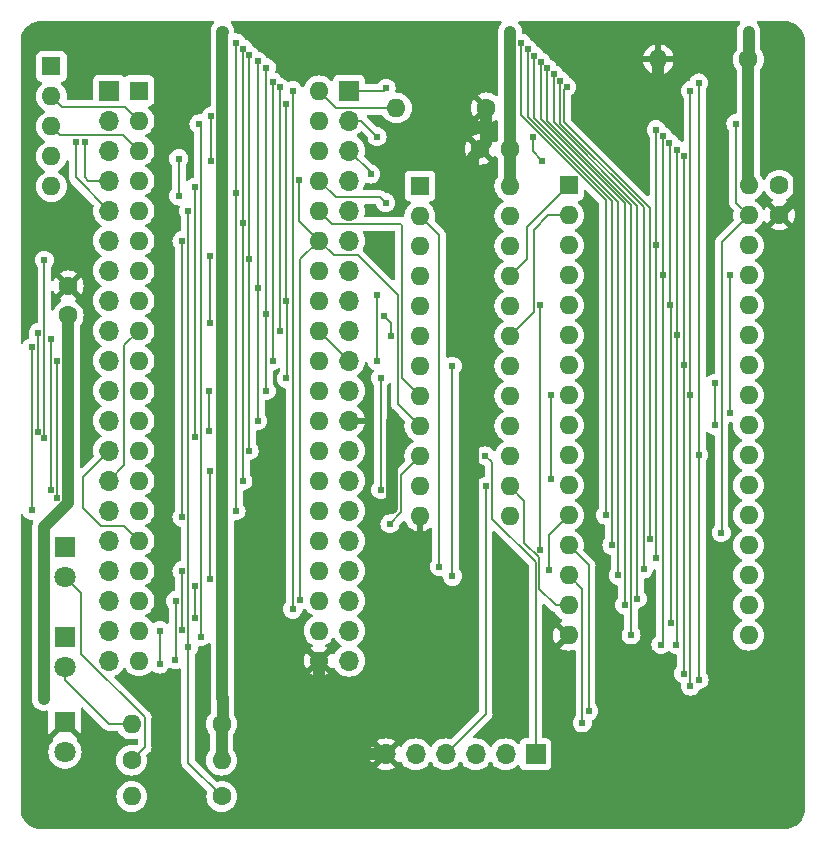
<source format=gbl>
%TF.GenerationSoftware,KiCad,Pcbnew,7.0.7*%
%TF.CreationDate,2025-02-21T09:52:26+09:00*%
%TF.ProjectId,w65c_Rev1.6,77363563-5f52-4657-9631-2e362e6b6963,Rev1.6*%
%TF.SameCoordinates,PX5f6f270PY775a330*%
%TF.FileFunction,Copper,L2,Bot*%
%TF.FilePolarity,Positive*%
%FSLAX46Y46*%
G04 Gerber Fmt 4.6, Leading zero omitted, Abs format (unit mm)*
G04 Created by KiCad (PCBNEW 7.0.7) date 2025-02-21 09:52:26*
%MOMM*%
%LPD*%
G01*
G04 APERTURE LIST*
%TA.AperFunction,ComponentPad*%
%ADD10R,1.800000X1.800000*%
%TD*%
%TA.AperFunction,ComponentPad*%
%ADD11C,1.800000*%
%TD*%
%TA.AperFunction,ComponentPad*%
%ADD12C,1.600000*%
%TD*%
%TA.AperFunction,ComponentPad*%
%ADD13O,1.600000X1.600000*%
%TD*%
%TA.AperFunction,ComponentPad*%
%ADD14R,1.600000X1.600000*%
%TD*%
%TA.AperFunction,ComponentPad*%
%ADD15R,1.700000X1.700000*%
%TD*%
%TA.AperFunction,ComponentPad*%
%ADD16O,1.700000X1.700000*%
%TD*%
%TA.AperFunction,ViaPad*%
%ADD17C,0.605000*%
%TD*%
%TA.AperFunction,Conductor*%
%ADD18C,1.000000*%
%TD*%
%TA.AperFunction,Conductor*%
%ADD19C,0.800000*%
%TD*%
%TA.AperFunction,Conductor*%
%ADD20C,0.152400*%
%TD*%
G04 APERTURE END LIST*
D10*
X4060000Y24160000D03*
D11*
X4060000Y21620000D03*
D12*
X9700000Y6110000D03*
D13*
X17320000Y6110000D03*
D12*
X17330000Y3040000D03*
D13*
X9710000Y3040000D03*
D12*
X61920000Y65450000D03*
D13*
X54300000Y65450000D03*
D12*
X39740000Y61340000D03*
D13*
X32120000Y61340000D03*
D10*
X4060000Y16510000D03*
D11*
X4060000Y13970000D03*
D10*
X4060000Y9340000D03*
D11*
X4060000Y6800000D03*
D12*
X41730000Y57850000D03*
X39230000Y57850000D03*
X64550000Y54790000D03*
X64550000Y52290000D03*
D14*
X2920000Y64860000D03*
D13*
X2920000Y62320000D03*
X2920000Y59780000D03*
X2920000Y57240000D03*
X2920000Y54700000D03*
D14*
X10331000Y62795000D03*
D13*
X10331000Y60255000D03*
X10331000Y57715000D03*
X10331000Y55175000D03*
X10331000Y52635000D03*
X10331000Y50095000D03*
X10331000Y47555000D03*
X10331000Y45015000D03*
X10331000Y42475000D03*
X10331000Y39935000D03*
X10331000Y37395000D03*
X10331000Y34855000D03*
X10331000Y32315000D03*
X10331000Y29775000D03*
X10331000Y27235000D03*
X10331000Y24695000D03*
X10331000Y22155000D03*
X10331000Y19615000D03*
X10331000Y17075000D03*
X10331000Y14535000D03*
X25571000Y14535000D03*
X25571000Y17075000D03*
X25571000Y19615000D03*
X25571000Y22155000D03*
X25571000Y24695000D03*
X25571000Y27235000D03*
X25571000Y29775000D03*
X25571000Y32315000D03*
X25571000Y34855000D03*
X25571000Y37395000D03*
X25571000Y39935000D03*
X25571000Y42475000D03*
X25571000Y45015000D03*
X25571000Y47555000D03*
X25571000Y50095000D03*
X25571000Y52635000D03*
X25571000Y55175000D03*
X25571000Y57715000D03*
X25571000Y60255000D03*
X25571000Y62795000D03*
D12*
X17320000Y9170000D03*
D13*
X9700000Y9170000D03*
D15*
X43900000Y6610000D03*
D16*
X41360000Y6610000D03*
X38820000Y6610000D03*
X36280000Y6610000D03*
X33740000Y6610000D03*
X31200000Y6610000D03*
D14*
X46699000Y54790000D03*
D13*
X46699000Y52250000D03*
X46699000Y49710000D03*
X46699000Y47170000D03*
X46699000Y44630000D03*
X46699000Y42090000D03*
X46699000Y39550000D03*
X46699000Y37010000D03*
X46699000Y34470000D03*
X46699000Y31930000D03*
X46699000Y29390000D03*
X46699000Y26850000D03*
X46699000Y24310000D03*
X46699000Y21770000D03*
X46699000Y19230000D03*
X46699000Y16690000D03*
X61939000Y16690000D03*
X61939000Y19230000D03*
X61939000Y21770000D03*
X61939000Y24310000D03*
X61939000Y26850000D03*
X61939000Y29390000D03*
X61939000Y31930000D03*
X61939000Y34470000D03*
X61939000Y37010000D03*
X61939000Y39550000D03*
X61939000Y42090000D03*
X61939000Y44630000D03*
X61939000Y47170000D03*
X61939000Y49710000D03*
X61939000Y52250000D03*
X61939000Y54790000D03*
D14*
X34110000Y54720000D03*
D13*
X34110000Y52180000D03*
X34110000Y49640000D03*
X34110000Y47100000D03*
X34110000Y44560000D03*
X34110000Y42020000D03*
X34110000Y39480000D03*
X34110000Y36940000D03*
X34110000Y34400000D03*
X34110000Y31860000D03*
X34110000Y29320000D03*
X34110000Y26780000D03*
X41730000Y26780000D03*
X41730000Y29320000D03*
X41730000Y31860000D03*
X41730000Y34400000D03*
X41730000Y36940000D03*
X41730000Y39480000D03*
X41730000Y42020000D03*
X41730000Y44560000D03*
X41730000Y47100000D03*
X41730000Y49640000D03*
X41730000Y52180000D03*
X41730000Y54720000D03*
D12*
X4340000Y43770000D03*
X4340000Y46270000D03*
D15*
X28111000Y62795000D03*
D16*
X28111000Y60255000D03*
X28111000Y57715000D03*
X28111000Y55175000D03*
X28111000Y52635000D03*
X28111000Y50095000D03*
X28111000Y47555000D03*
X28111000Y45015000D03*
X28111000Y42475000D03*
X28111000Y39935000D03*
X28111000Y37395000D03*
X28111000Y34855000D03*
X28111000Y32315000D03*
X28111000Y29775000D03*
X28111000Y27235000D03*
X28111000Y24695000D03*
X28111000Y22155000D03*
X28111000Y19615000D03*
X28111000Y17075000D03*
X28111000Y14535000D03*
D15*
X7791000Y62795000D03*
D16*
X7791000Y60255000D03*
X7791000Y57715000D03*
X7791000Y55175000D03*
X7791000Y52635000D03*
X7791000Y50095000D03*
X7791000Y47555000D03*
X7791000Y45015000D03*
X7791000Y42475000D03*
X7791000Y39935000D03*
X7791000Y37395000D03*
X7791000Y34855000D03*
X7791000Y32315000D03*
X7791000Y29775000D03*
X7791000Y27235000D03*
X7791000Y24695000D03*
X7791000Y22155000D03*
X7791000Y19615000D03*
X7791000Y17075000D03*
X7791000Y14535000D03*
D17*
X17400000Y67800000D03*
X2290000Y11300000D03*
X41730000Y67800000D03*
X61940000Y67800000D03*
X17409998Y11359999D03*
X4340000Y37390000D03*
X17390000Y45020000D03*
X59660000Y20410000D03*
X63700000Y61340000D03*
X52970000Y55120000D03*
X49710000Y20850000D03*
X53770000Y20710000D03*
X48570000Y33100900D03*
X64590000Y66420000D03*
X59660000Y17830000D03*
X59640000Y23010000D03*
X54280000Y61340000D03*
X31700000Y54740000D03*
X64550000Y33060000D03*
X48630000Y48280000D03*
X38570000Y35840000D03*
X5710000Y35450000D03*
X49960000Y4850016D03*
X41640000Y20020000D03*
X31780000Y27480000D03*
X49970000Y16690000D03*
X20740000Y22230000D03*
X12620000Y52250000D03*
X31780000Y34850000D03*
X12830000Y24570000D03*
X33310000Y19330000D03*
X48670000Y28680000D03*
X20470000Y18440000D03*
X31670000Y24450000D03*
X45760000Y11120000D03*
X30120000Y50130000D03*
X33320000Y16390000D03*
X12510000Y41780000D03*
X60050000Y9160000D03*
X12650000Y32410000D03*
X34300000Y10200000D03*
X20800000Y24790000D03*
X41570000Y10910000D03*
X1110000Y46500000D03*
X38580000Y16700000D03*
X22130000Y14530000D03*
X48700000Y52040000D03*
X12500000Y47540000D03*
X13780000Y65690000D03*
X5340000Y51330000D03*
X5943700Y31978312D03*
X38570000Y47190000D03*
X38570000Y26780000D03*
X59520000Y53990000D03*
X48630000Y40820000D03*
X52320000Y10710000D03*
X24550000Y5720000D03*
X30870000Y48300000D03*
X58700000Y28600000D03*
X57020000Y62800000D03*
X57020000Y12380000D03*
X57020000Y37010000D03*
X54525000Y15905000D03*
X16435600Y56805800D03*
X16435600Y60628300D03*
X54680000Y47170000D03*
X54680000Y58940000D03*
X55330000Y17760000D03*
X55210600Y58382672D03*
X55320000Y44620000D03*
X54130000Y59489400D03*
X54130000Y49710000D03*
X5730000Y58470000D03*
X54139400Y23230000D03*
X60860000Y60020000D03*
X4973389Y58448983D03*
X59630000Y25380000D03*
X16310000Y43110000D03*
X31630000Y42020000D03*
X31070000Y43710000D03*
X16310000Y48770000D03*
X45230000Y37020000D03*
X45230000Y29929400D03*
X2310000Y48440000D03*
X2318800Y33390000D03*
X1788200Y42310000D03*
X1788200Y33930896D03*
X30790000Y29000000D03*
X30790000Y38450000D03*
X2849400Y28990000D03*
X2860000Y41780000D03*
X3380000Y28310000D03*
X3385600Y39930000D03*
X16240000Y34020000D03*
X16240000Y37400000D03*
X44310000Y44630000D03*
X44310000Y23930000D03*
X45010000Y22220000D03*
X16330000Y21480000D03*
X16330000Y30559400D03*
X1240000Y27270000D03*
X1257600Y41080000D03*
X31580000Y26120000D03*
X39660000Y31880000D03*
X36860000Y21680000D03*
X15031700Y20850000D03*
X36850000Y39480000D03*
X15031700Y18120000D03*
X14501100Y15660000D03*
X14510000Y52640000D03*
X12100000Y17070000D03*
X57720000Y63450000D03*
X57750000Y12920000D03*
X31255191Y62989400D03*
X12100000Y14250000D03*
X57720000Y31928900D03*
X44490000Y56870000D03*
X30480000Y58910000D03*
X13410000Y14610000D03*
X13420000Y19620000D03*
X56430000Y39550000D03*
X56430000Y13450600D03*
X56430000Y57280000D03*
X43710000Y58910000D03*
X29940000Y55744600D03*
X13970000Y17110000D03*
X55880000Y57800000D03*
X55830000Y15900000D03*
X55880000Y42090000D03*
X13970000Y22150000D03*
X18540000Y27240000D03*
X42684400Y66830000D03*
X49830000Y26860000D03*
X18540000Y66845600D03*
X18540000Y54100000D03*
X19130000Y66360000D03*
X19130000Y29780000D03*
X50360000Y24310000D03*
X19130000Y51590000D03*
X43250000Y66300000D03*
X19650000Y32320000D03*
X50910000Y21760000D03*
X19660600Y65820000D03*
X19660000Y48590000D03*
X43800000Y65770000D03*
X20380000Y65289400D03*
X20380000Y46100000D03*
X51441100Y19251100D03*
X44340284Y65239910D03*
X20380000Y34860000D03*
X21109400Y64758800D03*
X51990000Y16720000D03*
X21110000Y37390000D03*
X44890000Y64710000D03*
X21109400Y43875000D03*
X45450000Y64170000D03*
X21640000Y63550000D03*
X21640000Y39935000D03*
X52520600Y19780600D03*
X47870000Y9270000D03*
X46000000Y63640000D03*
X22270000Y42475000D03*
X53051200Y22300600D03*
X22240000Y63080000D03*
X30480000Y39920000D03*
X30480000Y45530000D03*
X53590000Y24840600D03*
X22790000Y45007500D03*
X48400600Y10250000D03*
X46541620Y63111275D03*
X22800000Y61690000D03*
X22790000Y38432500D03*
X15040000Y33470000D03*
X15049400Y54640000D03*
X13970500Y50090000D03*
X13970500Y26680000D03*
X35750000Y22510000D03*
X23350000Y18890000D03*
X23365000Y62795000D03*
X15580000Y16579400D03*
X15410000Y59990000D03*
X39678000Y29320000D03*
X23880600Y55200000D03*
X24000000Y19660000D03*
X13690000Y57050000D03*
X13690000Y53890000D03*
X59070000Y34470000D03*
X59070000Y38040000D03*
X31210000Y53320000D03*
X60350000Y35530000D03*
X60350000Y47170000D03*
D18*
X61920000Y65450000D02*
X61920000Y54809000D01*
X4350000Y37380000D02*
X4350000Y27929567D01*
X17390000Y11379997D02*
X17409998Y11359999D01*
X17320000Y9170000D02*
X17320000Y6110000D01*
X17390000Y11479996D02*
X17390000Y11379997D01*
X4340000Y37390000D02*
X4340000Y43770000D01*
X17409998Y9259998D02*
X17320000Y9170000D01*
X17409998Y11359999D02*
X17409998Y9259998D01*
X4350000Y27929567D02*
X2290000Y25869567D01*
X41730000Y57850000D02*
X41730000Y67800000D01*
X61920000Y54809000D02*
X61939000Y54790000D01*
X41730000Y57850000D02*
X41730000Y54720000D01*
X17390000Y67790000D02*
X17390000Y45020000D01*
X61940000Y67800000D02*
X61940000Y65470000D01*
X17400000Y67800000D02*
X17390000Y67790000D01*
X2290000Y25869567D02*
X2290000Y11300000D01*
X17390000Y45020000D02*
X17390000Y11479996D01*
X25620000Y6610000D02*
X31200000Y6610000D01*
X38570000Y47190000D02*
X38570000Y57190000D01*
X49970000Y16690000D02*
X49960000Y16680000D01*
X25571000Y6659000D02*
X25620000Y6610000D01*
X49960000Y16680000D02*
X49960000Y4850016D01*
X38570000Y26780000D02*
X38570000Y16710000D01*
X25571000Y12239000D02*
X38580000Y12239000D01*
X54280000Y61340000D02*
X54280000Y65430000D01*
X25571000Y14535000D02*
X25571000Y12239000D01*
X38580000Y12239000D02*
X38580000Y16700000D01*
X38570000Y26780000D02*
X38570000Y35840000D01*
X38570000Y35840000D02*
X38570000Y47190000D01*
X39730000Y58350000D02*
X39730000Y61330000D01*
D19*
X66020000Y53760000D02*
X64550000Y52290000D01*
D18*
X54280000Y65430000D02*
X54300000Y65450000D01*
D19*
X66020000Y59030000D02*
X66020000Y53760000D01*
D18*
X25571000Y12239000D02*
X25571000Y6659000D01*
D19*
X63710000Y61340000D02*
X66020000Y59030000D01*
D18*
X38570000Y57190000D02*
X39230000Y57850000D01*
X31780000Y27480000D02*
X31780000Y34850000D01*
X39230000Y57850000D02*
X39730000Y58350000D01*
D20*
X4060000Y12940000D02*
X4060000Y13970000D01*
X9700000Y9170000D02*
X7830000Y9170000D01*
X7830000Y9170000D02*
X4060000Y12940000D01*
X10810000Y7220000D02*
X10810000Y9750000D01*
X9700000Y6110000D02*
X10810000Y7220000D01*
X5430000Y20250000D02*
X4060000Y21620000D01*
X5430000Y15130000D02*
X5430000Y20250000D01*
X10810000Y9750000D02*
X5430000Y15130000D01*
X57020000Y62800000D02*
X57020000Y37010000D01*
X57020000Y12380000D02*
X57020000Y37010000D01*
X54670000Y16050000D02*
X54670000Y47160000D01*
X16435600Y60628300D02*
X16435600Y56805800D01*
X54680000Y47170000D02*
X54680000Y58940000D01*
X54525000Y15905000D02*
X54670000Y16050000D01*
X55320000Y58273272D02*
X55210600Y58382672D01*
X55320000Y44620000D02*
X55320000Y58273272D01*
X55330000Y17760000D02*
X55330000Y44610000D01*
X55330000Y44610000D02*
X55320000Y44620000D01*
X54130000Y49710000D02*
X54130000Y59489400D01*
X6015000Y55175000D02*
X7791000Y55175000D01*
X54139400Y23230000D02*
X54139400Y49700600D01*
X5730000Y55460000D02*
X6015000Y55175000D01*
X54139400Y49700600D02*
X54130000Y49710000D01*
X5730000Y58470000D02*
X5730000Y55460000D01*
X59630000Y25380000D02*
X59660000Y25410000D01*
X59660000Y25410000D02*
X59660000Y49971000D01*
X59660000Y49971000D02*
X61939000Y52250000D01*
X61939000Y52250000D02*
X60860000Y53329000D01*
X60860000Y53329000D02*
X60860000Y60020000D01*
X4973389Y55452611D02*
X7791000Y52635000D01*
X4973389Y58448983D02*
X4973389Y55452611D01*
X16310000Y43110000D02*
X16310000Y48770000D01*
X31630000Y42020000D02*
X31630000Y43150000D01*
X31630000Y43150000D02*
X31070000Y43710000D01*
X2310000Y48440000D02*
X2318800Y48431200D01*
X45230000Y37020000D02*
X45230000Y29929400D01*
X2318800Y48431200D02*
X2318800Y33390000D01*
X1788200Y42310000D02*
X1788200Y33930896D01*
X30790000Y38450000D02*
X30790000Y29000000D01*
X2849400Y28990000D02*
X2849400Y41779400D01*
X3380000Y28310000D02*
X3380000Y39924400D01*
X3380000Y39924400D02*
X3385600Y39930000D01*
X16240000Y34020000D02*
X16240000Y37400000D01*
X7100000Y25970000D02*
X9056000Y25970000D01*
X5604900Y30128900D02*
X5604900Y27465100D01*
X7791000Y32315000D02*
X5604900Y30128900D01*
X44310000Y44630000D02*
X44310000Y23930000D01*
X9056000Y25970000D02*
X10331000Y24695000D01*
X5604900Y27465100D02*
X7100000Y25970000D01*
X9090000Y41234000D02*
X10331000Y42475000D01*
X16330000Y21480000D02*
X16330000Y30559400D01*
X45010000Y25161000D02*
X45010000Y22220000D01*
X46699000Y26850000D02*
X45010000Y25161000D01*
X7791000Y29775000D02*
X9090000Y31074000D01*
X9090000Y31074000D02*
X9090000Y41234000D01*
X1257600Y41080000D02*
X1240000Y41062400D01*
X1240000Y41062400D02*
X1240000Y27270000D01*
X40208600Y26561400D02*
X43900000Y22870000D01*
X32550000Y30300000D02*
X32550000Y27090000D01*
X34110000Y31860000D02*
X32550000Y30300000D01*
X32550000Y27090000D02*
X31580000Y26120000D01*
X43900000Y22870000D02*
X43900000Y6610000D01*
X39660000Y31880000D02*
X40208600Y31331400D01*
X40208600Y31331400D02*
X40208600Y26561400D01*
X36848900Y21691100D02*
X36848900Y39478900D01*
X36848900Y39478900D02*
X36850000Y39480000D01*
X15031700Y18120000D02*
X15031700Y20850000D01*
X36860000Y21680000D02*
X36848900Y21691100D01*
X32450000Y51530000D02*
X32560000Y51420000D01*
X14501100Y5868900D02*
X14501100Y15660000D01*
X32560000Y38490000D02*
X34110000Y36940000D01*
X32560000Y51420000D02*
X32560000Y38490000D01*
X25571000Y52635000D02*
X26676000Y51530000D01*
X26676000Y51530000D02*
X32450000Y51530000D01*
X17330000Y3040000D02*
X14501100Y5868900D01*
X14501100Y52631100D02*
X14510000Y52640000D01*
X14501100Y15660000D02*
X14501100Y52631100D01*
X12100000Y17070000D02*
X12100000Y14250000D01*
X31060791Y62795000D02*
X28111000Y62795000D01*
X57720000Y63450000D02*
X57720000Y31928900D01*
X57750000Y12920000D02*
X57750000Y31898900D01*
X57750000Y31898900D02*
X57720000Y31928900D01*
X31255191Y62989400D02*
X31060791Y62795000D01*
X30480000Y58910000D02*
X29135000Y60255000D01*
X43710000Y57650000D02*
X43710000Y58910000D01*
X56430000Y13450600D02*
X56430000Y39550000D01*
X56430000Y39550000D02*
X56430000Y57280000D01*
X13420000Y19620000D02*
X13420000Y14650000D01*
X29135000Y60255000D02*
X28111000Y60255000D01*
X13420000Y14650000D02*
X13420000Y14620000D01*
X44490000Y56870000D02*
X43710000Y57650000D01*
X13420000Y14620000D02*
X13410000Y14610000D01*
X55880000Y15950000D02*
X55880000Y42090000D01*
X29940000Y55744600D02*
X29940000Y55886000D01*
X55880000Y57800000D02*
X55880000Y42090000D01*
X55830000Y15900000D02*
X55880000Y15950000D01*
X29940000Y55886000D02*
X28111000Y57715000D01*
X13970000Y22150000D02*
X13970000Y17110000D01*
X42684400Y66830000D02*
X42684400Y60727890D01*
X18540000Y54100000D02*
X18540000Y66845600D01*
X42684400Y60727890D02*
X49830000Y53582290D01*
X49830000Y53582290D02*
X49830000Y26860000D01*
X18540000Y54100000D02*
X18540000Y27240000D01*
X19130000Y51590000D02*
X19130000Y66360000D01*
X43250000Y60593342D02*
X50361100Y53482242D01*
X50361100Y53482242D02*
X50361100Y24311100D01*
X43250000Y66300000D02*
X43250000Y60593342D01*
X19118900Y51578900D02*
X19118900Y29791100D01*
X19130000Y51590000D02*
X19118900Y51578900D01*
X50361100Y24311100D02*
X50360000Y24310000D01*
X19660000Y48590000D02*
X19661100Y48591100D01*
X19661100Y48591100D02*
X19661100Y65819500D01*
X50910000Y53364394D02*
X50910000Y21760000D01*
X43800000Y60474394D02*
X50910000Y53364394D01*
X43800000Y65770000D02*
X43800000Y60474394D01*
X19650000Y32320000D02*
X19650000Y48580000D01*
X20380000Y34860000D02*
X20380000Y46100000D01*
X20380000Y46100000D02*
X20380000Y65289400D01*
X44340284Y60365162D02*
X51441100Y53264346D01*
X44340284Y65239910D02*
X44340284Y60365162D01*
X51441100Y53264346D02*
X51441100Y19251100D01*
X51990000Y53146498D02*
X51990000Y16720000D01*
X44890000Y60246498D02*
X51990000Y53146498D01*
X21108900Y37391100D02*
X21108900Y43874500D01*
X44890000Y64710000D02*
X44890000Y60246498D01*
X21109400Y43875000D02*
X21109400Y64758800D01*
X46699000Y19230000D02*
X45610000Y19230000D01*
X21640000Y39935000D02*
X21640000Y63510000D01*
X45450000Y64170000D02*
X45450000Y60117550D01*
X42950000Y28100000D02*
X41730000Y29320000D01*
X52520600Y53046950D02*
X52520600Y19780600D01*
X44204800Y20635200D02*
X44204800Y23284111D01*
X44204800Y23284111D02*
X42950000Y24538911D01*
X45610000Y19230000D02*
X44204800Y20635200D01*
X42950000Y24538911D02*
X42950000Y28100000D01*
X21640000Y63510000D02*
X21640000Y63550000D01*
X45450000Y60117550D02*
X52520600Y53046950D01*
X46000000Y59998602D02*
X53051200Y52947402D01*
X22240000Y44806411D02*
X22240000Y62040000D01*
X47870000Y20599000D02*
X46699000Y21770000D01*
X30480000Y39920000D02*
X30480000Y45530000D01*
X53051200Y52947402D02*
X53051200Y22300600D01*
X46000000Y63640000D02*
X46000000Y59998602D01*
X47870000Y9270000D02*
X47870000Y20599000D01*
X22270000Y42475000D02*
X22270000Y44776411D01*
X22270000Y44776411D02*
X22240000Y44806411D01*
X22240000Y62040000D02*
X22240000Y63080000D01*
X28111000Y39935000D02*
X25571000Y42475000D01*
X46541620Y63111275D02*
X46304800Y62874455D01*
X22880000Y38522500D02*
X22790000Y38432500D01*
X47727600Y23281400D02*
X46699000Y24310000D01*
X46304800Y60124854D02*
X46994827Y59434827D01*
X46994827Y59434827D02*
X53590000Y52839654D01*
X46304800Y62874455D02*
X46304800Y60124854D01*
X53590000Y52839654D02*
X53590000Y24840600D01*
X22790000Y61680000D02*
X22800000Y61690000D01*
X48400600Y22608400D02*
X48400600Y10250000D01*
X22880000Y44917500D02*
X22880000Y38522500D01*
X22790000Y45007500D02*
X22790000Y61680000D01*
X22790000Y45007500D02*
X22880000Y44917500D01*
X47727600Y23281400D02*
X48400600Y22608400D01*
X15041100Y33471100D02*
X15040000Y33470000D01*
X15041100Y54631700D02*
X15041100Y33471100D01*
X13970500Y50090000D02*
X13970500Y26680000D01*
X35750000Y22510000D02*
X35750000Y50540000D01*
X35750000Y50540000D02*
X34110000Y52180000D01*
X32120000Y61340000D02*
X27026000Y61340000D01*
X23350000Y18890000D02*
X23350000Y62780000D01*
X23350000Y62780000D02*
X23365000Y62795000D01*
X27026000Y61340000D02*
X25571000Y62795000D01*
X3800000Y61440000D02*
X2920000Y62320000D01*
X15580000Y16579400D02*
X15580000Y59820000D01*
X15580000Y59820000D02*
X15410000Y59990000D01*
X9146000Y61440000D02*
X3800000Y61440000D01*
X10331000Y60255000D02*
X9146000Y61440000D01*
X39678000Y29320000D02*
X39677500Y29319500D01*
X39677500Y10007500D02*
X36280000Y6610000D01*
X39677500Y29319500D02*
X39677500Y10007500D01*
X23880600Y55200000D02*
X23880600Y51785400D01*
X23880600Y51785400D02*
X25571000Y50095000D01*
X26816000Y48850000D02*
X25571000Y50095000D01*
X24000000Y48520000D02*
X24000000Y19660000D01*
X28870000Y48850000D02*
X26816000Y48850000D01*
X34110000Y34400000D02*
X32255200Y36254800D01*
X32255200Y45464800D02*
X28870000Y48850000D01*
X25571000Y50091000D02*
X24000000Y48520000D01*
X32255200Y36254800D02*
X32255200Y45464800D01*
X13690000Y57050000D02*
X13690000Y53890000D01*
X59070000Y38040000D02*
X59070000Y34470000D01*
X3670000Y59030000D02*
X2920000Y59780000D01*
X10331000Y57715000D02*
X9016000Y59030000D01*
X9016000Y59030000D02*
X3670000Y59030000D01*
X30750000Y53780000D02*
X26966000Y53780000D01*
X26966000Y53780000D02*
X25571000Y55175000D01*
X31210000Y53320000D02*
X30750000Y53780000D01*
X60350000Y47170000D02*
X60350000Y35530000D01*
X44990000Y52250000D02*
X46699000Y52250000D01*
X43750000Y44040000D02*
X43750000Y51010000D01*
X41730000Y42020000D02*
X43750000Y44040000D01*
X43750000Y51010000D02*
X44990000Y52250000D01*
X41730000Y47100000D02*
X43150000Y48520000D01*
X43150000Y48520000D02*
X43150000Y51241000D01*
X43150000Y51241000D02*
X46699000Y54790000D01*
%TA.AperFunction,Conductor*%
G36*
X40980710Y68679815D02*
G01*
X41026465Y68627011D01*
X41036409Y68557853D01*
X41007384Y68494297D01*
X40999104Y68485627D01*
X40966950Y68455062D01*
X40966948Y68455060D01*
X40850705Y68288051D01*
X40770459Y68101057D01*
X40729500Y67901742D01*
X40729500Y62472354D01*
X40709815Y62405315D01*
X40657011Y62359560D01*
X40587853Y62349616D01*
X40534377Y62370779D01*
X40392487Y62470132D01*
X40392483Y62470134D01*
X40186326Y62566266D01*
X40186317Y62566270D01*
X39966610Y62625140D01*
X39966599Y62625142D01*
X39740002Y62644966D01*
X39739998Y62644966D01*
X39513400Y62625142D01*
X39513389Y62625140D01*
X39293682Y62566270D01*
X39293673Y62566266D01*
X39087513Y62470132D01*
X39014526Y62419027D01*
X39556133Y61877420D01*
X39589618Y61816097D01*
X39584634Y61746405D01*
X39542762Y61690472D01*
X39524748Y61679255D01*
X39501956Y61667642D01*
X39501949Y61667637D01*
X39412363Y61578051D01*
X39412358Y61578044D01*
X39400745Y61555252D01*
X39352770Y61504456D01*
X39284949Y61487662D01*
X39218814Y61510200D01*
X39202580Y61523867D01*
X38660973Y62065474D01*
X38609868Y61992487D01*
X38513734Y61786327D01*
X38513730Y61786318D01*
X38454860Y61566611D01*
X38454858Y61566600D01*
X38435034Y61340003D01*
X38435034Y61339998D01*
X38454858Y61113401D01*
X38454860Y61113390D01*
X38513730Y60893683D01*
X38513734Y60893674D01*
X38609865Y60687519D01*
X38609866Y60687517D01*
X38660973Y60614529D01*
X38660973Y60614528D01*
X39202580Y61156135D01*
X39263903Y61189620D01*
X39333594Y61184636D01*
X39389528Y61142765D01*
X39400742Y61124754D01*
X39405095Y61116212D01*
X39412358Y61101956D01*
X39412363Y61101950D01*
X39501949Y61012364D01*
X39501951Y61012363D01*
X39501955Y61012359D01*
X39524747Y61000746D01*
X39575542Y60952772D01*
X39592337Y60884951D01*
X39569799Y60818816D01*
X39556132Y60802581D01*
X39014526Y60260975D01*
X39014526Y60260974D01*
X39087512Y60209869D01*
X39087516Y60209867D01*
X39293673Y60113735D01*
X39293682Y60113731D01*
X39513389Y60054861D01*
X39513400Y60054859D01*
X39739998Y60035034D01*
X39740002Y60035034D01*
X39966599Y60054859D01*
X39966610Y60054861D01*
X40186317Y60113731D01*
X40186326Y60113735D01*
X40392482Y60209866D01*
X40534376Y60309222D01*
X40600582Y60331549D01*
X40668349Y60314539D01*
X40716163Y60263591D01*
X40729500Y60207647D01*
X40729500Y58727590D01*
X40709815Y58660551D01*
X40707076Y58656468D01*
X40599431Y58502733D01*
X40599430Y58502731D01*
X40592105Y58487022D01*
X40545931Y58434583D01*
X40478737Y58415433D01*
X40411857Y58435650D01*
X40367341Y58487026D01*
X40360132Y58502485D01*
X40360131Y58502488D01*
X40309026Y58575474D01*
X40309025Y58575474D01*
X39767419Y58033868D01*
X39706096Y58000383D01*
X39636404Y58005367D01*
X39580471Y58047239D01*
X39569256Y58065249D01*
X39557641Y58088045D01*
X39557637Y58088049D01*
X39557636Y58088051D01*
X39468050Y58177637D01*
X39468044Y58177642D01*
X39458109Y58182704D01*
X39445250Y58189256D01*
X39394456Y58237227D01*
X39377660Y58305048D01*
X39400197Y58371183D01*
X39413865Y58387420D01*
X39955472Y58929027D01*
X39882483Y58980134D01*
X39882481Y58980135D01*
X39676326Y59076266D01*
X39676317Y59076270D01*
X39456610Y59135140D01*
X39456599Y59135142D01*
X39230002Y59154966D01*
X39229998Y59154966D01*
X39003400Y59135142D01*
X39003389Y59135140D01*
X38783682Y59076270D01*
X38783673Y59076266D01*
X38577513Y58980132D01*
X38504526Y58929027D01*
X39046133Y58387420D01*
X39079618Y58326097D01*
X39074634Y58256405D01*
X39032762Y58200472D01*
X39014748Y58189255D01*
X38991956Y58177642D01*
X38991949Y58177637D01*
X38902363Y58088051D01*
X38902358Y58088044D01*
X38890745Y58065252D01*
X38842770Y58014456D01*
X38774949Y57997662D01*
X38708814Y58020200D01*
X38692580Y58033867D01*
X38150973Y58575474D01*
X38099868Y58502487D01*
X38003734Y58296327D01*
X38003730Y58296318D01*
X37944860Y58076611D01*
X37944858Y58076600D01*
X37925034Y57850003D01*
X37925034Y57849998D01*
X37944858Y57623401D01*
X37944860Y57623390D01*
X38003730Y57403683D01*
X38003734Y57403674D01*
X38099865Y57197519D01*
X38099866Y57197517D01*
X38150973Y57124529D01*
X38150973Y57124528D01*
X38692580Y57666135D01*
X38753903Y57699620D01*
X38823594Y57694636D01*
X38879528Y57652765D01*
X38890742Y57634754D01*
X38893924Y57628510D01*
X38902358Y57611956D01*
X38902363Y57611950D01*
X38991949Y57522364D01*
X38991951Y57522363D01*
X38991955Y57522359D01*
X39014747Y57510746D01*
X39065542Y57462772D01*
X39082337Y57394951D01*
X39059799Y57328816D01*
X39046132Y57312581D01*
X38504526Y56770975D01*
X38504526Y56770974D01*
X38577512Y56719869D01*
X38577516Y56719867D01*
X38783673Y56623735D01*
X38783682Y56623731D01*
X39003389Y56564861D01*
X39003400Y56564859D01*
X39229998Y56545034D01*
X39230002Y56545034D01*
X39456599Y56564859D01*
X39456610Y56564861D01*
X39676317Y56623731D01*
X39676331Y56623736D01*
X39882478Y56719864D01*
X39955472Y56770975D01*
X39413866Y57312581D01*
X39380381Y57373904D01*
X39385365Y57443596D01*
X39427237Y57499529D01*
X39445245Y57510742D01*
X39468045Y57522359D01*
X39557641Y57611955D01*
X39569254Y57634748D01*
X39617225Y57685542D01*
X39685046Y57702339D01*
X39751181Y57679803D01*
X39767419Y57666134D01*
X40309025Y57124528D01*
X40360134Y57197519D01*
X40367340Y57212972D01*
X40413511Y57265413D01*
X40480704Y57284567D01*
X40547585Y57264354D01*
X40592105Y57212978D01*
X40599432Y57197266D01*
X40702677Y57049815D01*
X40707075Y57043535D01*
X40729402Y56977329D01*
X40729500Y56972412D01*
X40729500Y55597590D01*
X40709815Y55530551D01*
X40707076Y55526468D01*
X40599431Y55372733D01*
X40503261Y55166498D01*
X40503258Y55166489D01*
X40444366Y54946698D01*
X40444364Y54946687D01*
X40424532Y54720002D01*
X40424532Y54719999D01*
X40444364Y54493314D01*
X40444366Y54493303D01*
X40503258Y54273512D01*
X40503261Y54273503D01*
X40599431Y54067268D01*
X40599432Y54067266D01*
X40729954Y53880859D01*
X40890858Y53719955D01*
X40890861Y53719953D01*
X41077266Y53589432D01*
X41135275Y53562382D01*
X41187714Y53516209D01*
X41206866Y53449016D01*
X41186650Y53382135D01*
X41135275Y53337618D01*
X41077267Y53310569D01*
X41077265Y53310568D01*
X40890858Y53180046D01*
X40729954Y53019142D01*
X40599432Y52832735D01*
X40599431Y52832733D01*
X40503261Y52626498D01*
X40503258Y52626489D01*
X40444366Y52406698D01*
X40444364Y52406687D01*
X40424532Y52180002D01*
X40424532Y52179999D01*
X40444364Y51953314D01*
X40444366Y51953303D01*
X40503258Y51733512D01*
X40503261Y51733503D01*
X40599431Y51527268D01*
X40599432Y51527266D01*
X40729954Y51340859D01*
X40890858Y51179955D01*
X40890861Y51179953D01*
X41077266Y51049432D01*
X41133390Y51023261D01*
X41135275Y51022382D01*
X41187714Y50976209D01*
X41206866Y50909016D01*
X41186650Y50842135D01*
X41135275Y50797618D01*
X41077267Y50770569D01*
X41077265Y50770568D01*
X40890858Y50640046D01*
X40729954Y50479142D01*
X40599432Y50292735D01*
X40599431Y50292733D01*
X40503261Y50086498D01*
X40503258Y50086489D01*
X40444366Y49866698D01*
X40444364Y49866687D01*
X40424532Y49640002D01*
X40424532Y49639999D01*
X40444364Y49413314D01*
X40444366Y49413303D01*
X40503258Y49193512D01*
X40503261Y49193503D01*
X40599431Y48987268D01*
X40599432Y48987266D01*
X40729954Y48800859D01*
X40890858Y48639955D01*
X40998262Y48564751D01*
X41077266Y48509432D01*
X41135278Y48482381D01*
X41187713Y48436212D01*
X41206866Y48369018D01*
X41186651Y48302137D01*
X41135277Y48257620D01*
X41077268Y48230570D01*
X41077265Y48230568D01*
X40890858Y48100046D01*
X40729954Y47939142D01*
X40599432Y47752735D01*
X40599431Y47752733D01*
X40503261Y47546498D01*
X40503258Y47546489D01*
X40444366Y47326698D01*
X40444364Y47326687D01*
X40424532Y47100002D01*
X40424532Y47099999D01*
X40444364Y46873314D01*
X40444366Y46873303D01*
X40503258Y46653512D01*
X40503261Y46653503D01*
X40599431Y46447268D01*
X40599432Y46447266D01*
X40729954Y46260859D01*
X40890858Y46099955D01*
X41004046Y46020701D01*
X41077266Y45969432D01*
X41135278Y45942381D01*
X41187713Y45896212D01*
X41206866Y45829018D01*
X41186651Y45762137D01*
X41135277Y45717620D01*
X41077268Y45690570D01*
X41077265Y45690568D01*
X40890858Y45560046D01*
X40729954Y45399142D01*
X40599432Y45212735D01*
X40599431Y45212733D01*
X40503261Y45006498D01*
X40503258Y45006489D01*
X40444366Y44786698D01*
X40444364Y44786687D01*
X40424532Y44560002D01*
X40424532Y44559999D01*
X40444364Y44333314D01*
X40444366Y44333303D01*
X40503258Y44113512D01*
X40503261Y44113503D01*
X40599431Y43907268D01*
X40599432Y43907266D01*
X40729954Y43720859D01*
X40890858Y43559955D01*
X40890861Y43559953D01*
X41077266Y43429432D01*
X41133390Y43403261D01*
X41135275Y43402382D01*
X41187714Y43356209D01*
X41206866Y43289016D01*
X41186650Y43222135D01*
X41135275Y43177618D01*
X41077267Y43150569D01*
X41077265Y43150568D01*
X40890858Y43020046D01*
X40729954Y42859142D01*
X40599432Y42672735D01*
X40599431Y42672733D01*
X40503261Y42466498D01*
X40503258Y42466489D01*
X40444366Y42246698D01*
X40444364Y42246687D01*
X40424532Y42020002D01*
X40424532Y42019999D01*
X40444364Y41793314D01*
X40444366Y41793303D01*
X40503258Y41573512D01*
X40503261Y41573503D01*
X40599431Y41367268D01*
X40599432Y41367266D01*
X40729954Y41180859D01*
X40890858Y41019955D01*
X40890861Y41019953D01*
X41077266Y40889432D01*
X41133390Y40863261D01*
X41135275Y40862382D01*
X41187714Y40816209D01*
X41206866Y40749016D01*
X41186650Y40682135D01*
X41135275Y40637618D01*
X41077267Y40610569D01*
X41077265Y40610568D01*
X40890858Y40480046D01*
X40729954Y40319142D01*
X40599432Y40132735D01*
X40599431Y40132733D01*
X40503261Y39926498D01*
X40503258Y39926489D01*
X40444366Y39706698D01*
X40444364Y39706687D01*
X40424532Y39480002D01*
X40424532Y39479999D01*
X40444364Y39253314D01*
X40444366Y39253303D01*
X40503258Y39033512D01*
X40503261Y39033503D01*
X40599431Y38827268D01*
X40599432Y38827266D01*
X40729954Y38640859D01*
X40890858Y38479955D01*
X40890861Y38479953D01*
X41077266Y38349432D01*
X41133390Y38323261D01*
X41135275Y38322382D01*
X41187714Y38276209D01*
X41206866Y38209016D01*
X41186650Y38142135D01*
X41135275Y38097618D01*
X41077267Y38070569D01*
X41077265Y38070568D01*
X40890858Y37940046D01*
X40729954Y37779142D01*
X40599432Y37592735D01*
X40599431Y37592733D01*
X40503261Y37386498D01*
X40503258Y37386489D01*
X40444366Y37166698D01*
X40444364Y37166687D01*
X40424532Y36940002D01*
X40424532Y36939999D01*
X40444364Y36713314D01*
X40444366Y36713303D01*
X40503258Y36493512D01*
X40503261Y36493503D01*
X40599431Y36287268D01*
X40599432Y36287266D01*
X40729954Y36100859D01*
X40890858Y35939955D01*
X40890861Y35939953D01*
X41077266Y35809432D01*
X41133390Y35783261D01*
X41135275Y35782382D01*
X41187714Y35736209D01*
X41206866Y35669016D01*
X41186650Y35602135D01*
X41135275Y35557618D01*
X41077267Y35530569D01*
X41077265Y35530568D01*
X40890858Y35400046D01*
X40729954Y35239142D01*
X40599432Y35052735D01*
X40599431Y35052733D01*
X40503261Y34846498D01*
X40503258Y34846489D01*
X40444366Y34626698D01*
X40444364Y34626687D01*
X40424532Y34400002D01*
X40424532Y34399999D01*
X40444364Y34173314D01*
X40444366Y34173303D01*
X40503258Y33953512D01*
X40503261Y33953503D01*
X40599431Y33747268D01*
X40599432Y33747266D01*
X40729954Y33560859D01*
X40890858Y33399955D01*
X40890861Y33399953D01*
X41077266Y33269432D01*
X41133390Y33243261D01*
X41135275Y33242382D01*
X41187714Y33196209D01*
X41206866Y33129016D01*
X41186650Y33062135D01*
X41135275Y33017618D01*
X41077267Y32990569D01*
X41077265Y32990568D01*
X40890858Y32860046D01*
X40729954Y32699142D01*
X40599433Y32512736D01*
X40530104Y32364061D01*
X40483931Y32311623D01*
X40416737Y32292471D01*
X40349856Y32312687D01*
X40312728Y32350496D01*
X40291783Y32383830D01*
X40163830Y32511783D01*
X40162318Y32512733D01*
X40010612Y32608057D01*
X39839812Y32667822D01*
X39839806Y32667823D01*
X39660004Y32688081D01*
X39659996Y32688081D01*
X39480193Y32667823D01*
X39480187Y32667822D01*
X39309387Y32608057D01*
X39156169Y32511783D01*
X39028217Y32383831D01*
X38931943Y32230613D01*
X38872178Y32059813D01*
X38872177Y32059807D01*
X38851919Y31880004D01*
X38851919Y31879997D01*
X38872177Y31700194D01*
X38872178Y31700188D01*
X38931943Y31529388D01*
X38985848Y31443599D01*
X39028217Y31376170D01*
X39156170Y31248217D01*
X39300733Y31157382D01*
X39309389Y31151943D01*
X39480177Y31092181D01*
X39480181Y31092180D01*
X39480182Y31092180D01*
X39480185Y31092179D01*
X39521783Y31087493D01*
X39586196Y31060427D01*
X39625752Y31002832D01*
X39631900Y30964272D01*
X39631900Y30233701D01*
X39612215Y30166662D01*
X39559411Y30120907D01*
X39521785Y30110481D01*
X39498192Y30107823D01*
X39498187Y30107822D01*
X39327387Y30048057D01*
X39174169Y29951783D01*
X39046217Y29823831D01*
X38949943Y29670613D01*
X38890178Y29499813D01*
X38890177Y29499807D01*
X38869919Y29320004D01*
X38869919Y29319997D01*
X38890177Y29140194D01*
X38890178Y29140188D01*
X38949943Y28969388D01*
X38991282Y28903598D01*
X39046217Y28816170D01*
X39064480Y28797907D01*
X39097966Y28736587D01*
X39100800Y28710226D01*
X39100800Y10297740D01*
X39081115Y10230701D01*
X39064481Y10210059D01*
X36790075Y7935654D01*
X36728752Y7902169D01*
X36670301Y7903560D01*
X36515413Y7945062D01*
X36515403Y7945064D01*
X36280001Y7965659D01*
X36279999Y7965659D01*
X36044596Y7945064D01*
X36044586Y7945062D01*
X35816344Y7883906D01*
X35816335Y7883902D01*
X35602171Y7784036D01*
X35602169Y7784035D01*
X35408597Y7648495D01*
X35241505Y7481403D01*
X35111575Y7295842D01*
X35056998Y7252217D01*
X34987500Y7245023D01*
X34925145Y7276546D01*
X34908425Y7295842D01*
X34778494Y7481403D01*
X34611402Y7648494D01*
X34611395Y7648499D01*
X34417834Y7784033D01*
X34417830Y7784035D01*
X34373042Y7804920D01*
X34203663Y7883903D01*
X34203659Y7883904D01*
X34203655Y7883906D01*
X33975413Y7945062D01*
X33975403Y7945064D01*
X33740001Y7965659D01*
X33739999Y7965659D01*
X33504596Y7945064D01*
X33504586Y7945062D01*
X33276344Y7883906D01*
X33276335Y7883902D01*
X33062171Y7784036D01*
X33062169Y7784035D01*
X32868597Y7648495D01*
X32701505Y7481403D01*
X32571269Y7295405D01*
X32516692Y7251780D01*
X32447194Y7244586D01*
X32384839Y7276109D01*
X32368119Y7295405D01*
X32314925Y7371374D01*
X32314925Y7371375D01*
X31808949Y6865398D01*
X31747626Y6831913D01*
X31677934Y6836897D01*
X31622001Y6878769D01*
X31616953Y6886039D01*
X31581761Y6940798D01*
X31466398Y7040759D01*
X31468708Y7043426D01*
X31434005Y7083472D01*
X31424058Y7152630D01*
X31453080Y7216187D01*
X31459116Y7222670D01*
X31961373Y7724927D01*
X31961373Y7724928D01*
X31877583Y7783598D01*
X31877579Y7783600D01*
X31663492Y7883430D01*
X31663483Y7883434D01*
X31435326Y7944568D01*
X31435315Y7944570D01*
X31200002Y7965157D01*
X31199998Y7965157D01*
X30964684Y7944570D01*
X30964673Y7944568D01*
X30736516Y7883434D01*
X30736507Y7883430D01*
X30522419Y7783599D01*
X30438625Y7724928D01*
X30940883Y7222670D01*
X30974368Y7161347D01*
X30969384Y7091655D01*
X30932357Y7042195D01*
X30933602Y7040759D01*
X30818238Y6940798D01*
X30783046Y6886038D01*
X30730242Y6840283D01*
X30661083Y6830340D01*
X30597528Y6859366D01*
X30591050Y6865397D01*
X30085072Y7371375D01*
X30026401Y7287581D01*
X29926570Y7073493D01*
X29926566Y7073484D01*
X29865432Y6845327D01*
X29865430Y6845316D01*
X29844843Y6610002D01*
X29844843Y6609999D01*
X29865430Y6374685D01*
X29865432Y6374674D01*
X29926566Y6146517D01*
X29926570Y6146508D01*
X30026400Y5932421D01*
X30026402Y5932417D01*
X30085072Y5848627D01*
X30085073Y5848627D01*
X30591050Y6354605D01*
X30652373Y6388090D01*
X30722064Y6383106D01*
X30777998Y6341235D01*
X30783039Y6333975D01*
X30783048Y6333961D01*
X30818239Y6279202D01*
X30933602Y6179241D01*
X30931293Y6176578D01*
X30966006Y6136501D01*
X30975935Y6067340D01*
X30946898Y6003790D01*
X30940882Y5997331D01*
X30438625Y5495075D01*
X30522421Y5436401D01*
X30736507Y5336571D01*
X30736516Y5336567D01*
X30964673Y5275433D01*
X30964684Y5275431D01*
X31199998Y5254843D01*
X31200002Y5254843D01*
X31435315Y5275431D01*
X31435326Y5275433D01*
X31663483Y5336567D01*
X31663492Y5336571D01*
X31877578Y5436400D01*
X31877582Y5436402D01*
X31961373Y5495074D01*
X31961373Y5495075D01*
X31459116Y5997331D01*
X31425631Y6058654D01*
X31430615Y6128345D01*
X31467640Y6177807D01*
X31466398Y6179241D01*
X31473100Y6185048D01*
X31581761Y6279202D01*
X31616954Y6333963D01*
X31669755Y6379717D01*
X31738914Y6389661D01*
X31802470Y6360637D01*
X31808949Y6354604D01*
X32314925Y5848627D01*
X32368119Y5924595D01*
X32422696Y5968219D01*
X32492195Y5975412D01*
X32554549Y5943890D01*
X32571269Y5924595D01*
X32701505Y5738599D01*
X32868599Y5571505D01*
X32952060Y5513065D01*
X33062165Y5435968D01*
X33062167Y5435967D01*
X33062170Y5435965D01*
X33276337Y5336097D01*
X33504592Y5274937D01*
X33681034Y5259500D01*
X33739999Y5254341D01*
X33740000Y5254341D01*
X33740001Y5254341D01*
X33798966Y5259500D01*
X33975408Y5274937D01*
X34203663Y5336097D01*
X34417830Y5435965D01*
X34611401Y5571505D01*
X34778495Y5738599D01*
X34908424Y5924158D01*
X34963002Y5967783D01*
X35032500Y5974977D01*
X35094855Y5943454D01*
X35111575Y5924158D01*
X35222257Y5766087D01*
X35241505Y5738599D01*
X35408599Y5571505D01*
X35492060Y5513065D01*
X35602165Y5435968D01*
X35602167Y5435967D01*
X35602170Y5435965D01*
X35816337Y5336097D01*
X36044592Y5274937D01*
X36221034Y5259500D01*
X36279999Y5254341D01*
X36280000Y5254341D01*
X36280001Y5254341D01*
X36338966Y5259500D01*
X36515408Y5274937D01*
X36743663Y5336097D01*
X36957830Y5435965D01*
X37151401Y5571505D01*
X37318495Y5738599D01*
X37448424Y5924158D01*
X37503002Y5967783D01*
X37572500Y5974977D01*
X37634855Y5943454D01*
X37651575Y5924158D01*
X37762257Y5766087D01*
X37781505Y5738599D01*
X37948599Y5571505D01*
X38032060Y5513065D01*
X38142165Y5435968D01*
X38142167Y5435967D01*
X38142170Y5435965D01*
X38356337Y5336097D01*
X38584592Y5274937D01*
X38761034Y5259500D01*
X38819999Y5254341D01*
X38820000Y5254341D01*
X38820001Y5254341D01*
X38878966Y5259500D01*
X39055408Y5274937D01*
X39283663Y5336097D01*
X39497830Y5435965D01*
X39691401Y5571505D01*
X39858495Y5738599D01*
X39988424Y5924158D01*
X40043002Y5967783D01*
X40112500Y5974977D01*
X40174855Y5943454D01*
X40191575Y5924158D01*
X40302257Y5766087D01*
X40321505Y5738599D01*
X40488599Y5571505D01*
X40572060Y5513065D01*
X40682165Y5435968D01*
X40682167Y5435967D01*
X40682170Y5435965D01*
X40896337Y5336097D01*
X41124592Y5274937D01*
X41301034Y5259500D01*
X41359999Y5254341D01*
X41360000Y5254341D01*
X41360001Y5254341D01*
X41418966Y5259500D01*
X41595408Y5274937D01*
X41823663Y5336097D01*
X42037830Y5435965D01*
X42231401Y5571505D01*
X42353329Y5693434D01*
X42414648Y5726916D01*
X42484340Y5721932D01*
X42540274Y5680061D01*
X42557189Y5649083D01*
X42606202Y5517672D01*
X42606206Y5517665D01*
X42692452Y5402456D01*
X42692455Y5402453D01*
X42807664Y5316207D01*
X42807671Y5316203D01*
X42942517Y5265909D01*
X42942516Y5265909D01*
X42949444Y5265165D01*
X43002127Y5259500D01*
X44797872Y5259501D01*
X44857483Y5265909D01*
X44992331Y5316204D01*
X45107546Y5402454D01*
X45193796Y5517669D01*
X45244091Y5652517D01*
X45250500Y5712127D01*
X45250499Y7507872D01*
X45244091Y7567483D01*
X45242810Y7570917D01*
X45193797Y7702329D01*
X45193793Y7702336D01*
X45107547Y7817545D01*
X45107544Y7817548D01*
X44992335Y7903794D01*
X44992328Y7903798D01*
X44857482Y7954092D01*
X44857483Y7954092D01*
X44797883Y7960499D01*
X44797881Y7960500D01*
X44797873Y7960500D01*
X44797865Y7960500D01*
X44600700Y7960500D01*
X44533661Y7980185D01*
X44487906Y8032989D01*
X44476700Y8084500D01*
X44476700Y19248361D01*
X44496385Y19315400D01*
X44549189Y19361155D01*
X44618347Y19371099D01*
X44681903Y19342074D01*
X44688381Y19336042D01*
X45172603Y18851820D01*
X45177956Y18845717D01*
X45191599Y18827938D01*
X45198693Y18818693D01*
X45223111Y18799957D01*
X45227292Y18796748D01*
X45227302Y18796740D01*
X45254514Y18775860D01*
X45319162Y18726254D01*
X45459451Y18668144D01*
X45462954Y18667683D01*
X45465694Y18666472D01*
X45467307Y18666039D01*
X45467239Y18665788D01*
X45526851Y18639424D01*
X45559159Y18597150D01*
X45568431Y18577268D01*
X45568432Y18577266D01*
X45698954Y18390859D01*
X45859858Y18229955D01*
X45859861Y18229953D01*
X46046266Y18099432D01*
X46104865Y18072107D01*
X46157305Y18025935D01*
X46176457Y17958742D01*
X46156242Y17891861D01*
X46104867Y17847343D01*
X46046511Y17820131D01*
X45973526Y17769027D01*
X46515133Y17227420D01*
X46548618Y17166097D01*
X46543634Y17096405D01*
X46501762Y17040472D01*
X46483748Y17029255D01*
X46460956Y17017642D01*
X46460949Y17017637D01*
X46371363Y16928051D01*
X46371358Y16928044D01*
X46359745Y16905252D01*
X46311770Y16854456D01*
X46243949Y16837662D01*
X46177814Y16860200D01*
X46161580Y16873867D01*
X45619973Y17415474D01*
X45568868Y17342487D01*
X45472734Y17136327D01*
X45472730Y17136318D01*
X45413860Y16916611D01*
X45413858Y16916600D01*
X45394034Y16690003D01*
X45394034Y16689998D01*
X45413858Y16463401D01*
X45413860Y16463390D01*
X45472730Y16243683D01*
X45472734Y16243674D01*
X45568865Y16037519D01*
X45568866Y16037517D01*
X45619973Y15964529D01*
X45619973Y15964528D01*
X46161580Y16506135D01*
X46222903Y16539620D01*
X46292594Y16534636D01*
X46348528Y16492765D01*
X46359742Y16474754D01*
X46365527Y16463401D01*
X46371358Y16451956D01*
X46371363Y16451950D01*
X46460949Y16362364D01*
X46460951Y16362363D01*
X46460955Y16362359D01*
X46483747Y16350746D01*
X46534542Y16302772D01*
X46551337Y16234951D01*
X46528799Y16168816D01*
X46515132Y16152581D01*
X45973526Y15610975D01*
X45973526Y15610974D01*
X46046512Y15559869D01*
X46046516Y15559867D01*
X46252673Y15463735D01*
X46252682Y15463731D01*
X46472389Y15404861D01*
X46472400Y15404859D01*
X46698998Y15385034D01*
X46699002Y15385034D01*
X46925599Y15404859D01*
X46925606Y15404860D01*
X47137206Y15461558D01*
X47207056Y15459895D01*
X47264919Y15420733D01*
X47292423Y15356504D01*
X47293300Y15341783D01*
X47293300Y9880277D01*
X47273615Y9813238D01*
X47256983Y9792598D01*
X47238219Y9773834D01*
X47141943Y9620613D01*
X47082178Y9449813D01*
X47082177Y9449807D01*
X47061919Y9270004D01*
X47061919Y9269997D01*
X47082177Y9090194D01*
X47082178Y9090188D01*
X47141943Y8919388D01*
X47222100Y8791820D01*
X47238217Y8766170D01*
X47366170Y8638217D01*
X47519387Y8541944D01*
X47690185Y8482179D01*
X47690191Y8482179D01*
X47690193Y8482178D01*
X47869996Y8461919D01*
X47870000Y8461919D01*
X47870004Y8461919D01*
X48049806Y8482178D01*
X48049805Y8482178D01*
X48049815Y8482179D01*
X48220613Y8541944D01*
X48373830Y8638217D01*
X48501783Y8766170D01*
X48598056Y8919387D01*
X48657821Y9090185D01*
X48667235Y9173740D01*
X48678081Y9269997D01*
X48678081Y9270003D01*
X48664616Y9389503D01*
X48676670Y9458325D01*
X48724019Y9509704D01*
X48746886Y9520430D01*
X48751213Y9521944D01*
X48904430Y9618217D01*
X49032383Y9746170D01*
X49128656Y9899387D01*
X49188421Y10070185D01*
X49195280Y10131063D01*
X49208681Y10249997D01*
X49208681Y10250004D01*
X49188422Y10429807D01*
X49188421Y10429813D01*
X49188421Y10429815D01*
X49128656Y10600613D01*
X49032383Y10753830D01*
X49013619Y10772595D01*
X48980134Y10833917D01*
X48977300Y10860275D01*
X48977300Y22566538D01*
X48977831Y22574639D01*
X48978506Y22579761D01*
X48982276Y22608400D01*
X48979285Y22631123D01*
X48966760Y22726255D01*
X48962646Y22757507D01*
X48962456Y22758949D01*
X48943617Y22804430D01*
X48942248Y22807734D01*
X48920346Y22860613D01*
X48904347Y22899238D01*
X48835115Y22989462D01*
X48835114Y22989463D01*
X48811907Y23019707D01*
X48811905Y23019708D01*
X48811905Y23019709D01*
X48784883Y23040444D01*
X48778780Y23045797D01*
X47983828Y23840749D01*
X47950343Y23902072D01*
X47951733Y23960522D01*
X47984635Y24083308D01*
X48004468Y24310000D01*
X47984635Y24536692D01*
X47925739Y24756496D01*
X47829568Y24962734D01*
X47699047Y25149139D01*
X47699045Y25149142D01*
X47538141Y25310046D01*
X47351734Y25440568D01*
X47351728Y25440571D01*
X47293725Y25467618D01*
X47241285Y25513790D01*
X47222133Y25580983D01*
X47242348Y25647865D01*
X47293725Y25692382D01*
X47299438Y25695046D01*
X47351734Y25719432D01*
X47538139Y25849953D01*
X47699047Y26010861D01*
X47829568Y26197266D01*
X47925739Y26403504D01*
X47984635Y26623308D01*
X48004468Y26850000D01*
X48003609Y26859813D01*
X47988920Y27027709D01*
X47984635Y27076692D01*
X47925739Y27296496D01*
X47829568Y27502734D01*
X47714088Y27667658D01*
X47699045Y27689142D01*
X47538141Y27850046D01*
X47351734Y27980568D01*
X47351728Y27980571D01*
X47293725Y28007618D01*
X47241285Y28053790D01*
X47222133Y28120983D01*
X47242348Y28187865D01*
X47293725Y28232382D01*
X47351734Y28259432D01*
X47538139Y28389953D01*
X47699047Y28550861D01*
X47829568Y28737266D01*
X47925739Y28943504D01*
X47984635Y29163308D01*
X48004468Y29390000D01*
X47984635Y29616692D01*
X47925739Y29836496D01*
X47829568Y30042734D01*
X47699047Y30229139D01*
X47699045Y30229142D01*
X47538141Y30390046D01*
X47351734Y30520568D01*
X47351728Y30520571D01*
X47293725Y30547618D01*
X47241285Y30593790D01*
X47222133Y30660983D01*
X47242348Y30727865D01*
X47293725Y30772382D01*
X47299438Y30775046D01*
X47351734Y30799432D01*
X47538139Y30929953D01*
X47699047Y31090861D01*
X47829568Y31277266D01*
X47925739Y31483504D01*
X47984635Y31703308D01*
X48004004Y31924699D01*
X48004468Y31929999D01*
X48004468Y31930002D01*
X47993111Y32059813D01*
X47984635Y32156692D01*
X47925739Y32376496D01*
X47829568Y32582734D01*
X47699047Y32769139D01*
X47699045Y32769142D01*
X47538141Y32930046D01*
X47351734Y33060568D01*
X47351728Y33060571D01*
X47293725Y33087618D01*
X47241285Y33133790D01*
X47222133Y33200983D01*
X47242348Y33267865D01*
X47293725Y33312382D01*
X47351734Y33339432D01*
X47538139Y33469953D01*
X47699047Y33630861D01*
X47829568Y33817266D01*
X47925739Y34023504D01*
X47984635Y34243308D01*
X48004468Y34470000D01*
X47984635Y34696692D01*
X47925739Y34916496D01*
X47829568Y35122734D01*
X47699047Y35309139D01*
X47699045Y35309142D01*
X47538141Y35470046D01*
X47351734Y35600568D01*
X47351728Y35600571D01*
X47293725Y35627618D01*
X47241285Y35673790D01*
X47222133Y35740983D01*
X47242348Y35807865D01*
X47293725Y35852382D01*
X47351734Y35879432D01*
X47538139Y36009953D01*
X47699047Y36170861D01*
X47829568Y36357266D01*
X47925739Y36563504D01*
X47984635Y36783308D01*
X48004468Y37010000D01*
X47984635Y37236692D01*
X47925739Y37456496D01*
X47829568Y37662734D01*
X47727977Y37807823D01*
X47699045Y37849142D01*
X47538141Y38010046D01*
X47351734Y38140568D01*
X47351728Y38140571D01*
X47293725Y38167618D01*
X47241285Y38213790D01*
X47222133Y38280983D01*
X47242348Y38347865D01*
X47293725Y38392382D01*
X47351734Y38419432D01*
X47538139Y38549953D01*
X47699047Y38710861D01*
X47829568Y38897266D01*
X47925739Y39103504D01*
X47984635Y39323308D01*
X48004468Y39550000D01*
X47984635Y39776692D01*
X47925739Y39996496D01*
X47829568Y40202734D01*
X47699047Y40389139D01*
X47699045Y40389142D01*
X47538141Y40550046D01*
X47351734Y40680568D01*
X47351728Y40680571D01*
X47293725Y40707618D01*
X47241285Y40753790D01*
X47222133Y40820983D01*
X47242348Y40887865D01*
X47293725Y40932382D01*
X47299438Y40935046D01*
X47351734Y40959432D01*
X47538139Y41089953D01*
X47699047Y41250861D01*
X47829568Y41437266D01*
X47925739Y41643504D01*
X47984635Y41863308D01*
X48004468Y42090000D01*
X48000951Y42130194D01*
X47991380Y42239597D01*
X47984635Y42316692D01*
X47929978Y42520677D01*
X47925741Y42536489D01*
X47925738Y42536498D01*
X47911131Y42567823D01*
X47829568Y42742734D01*
X47699047Y42929139D01*
X47699045Y42929142D01*
X47538141Y43090046D01*
X47351734Y43220568D01*
X47351728Y43220571D01*
X47293725Y43247618D01*
X47241285Y43293790D01*
X47222133Y43360983D01*
X47242348Y43427865D01*
X47293725Y43472382D01*
X47299438Y43475046D01*
X47351734Y43499432D01*
X47538139Y43629953D01*
X47699047Y43790861D01*
X47829568Y43977266D01*
X47925739Y44183504D01*
X47984635Y44403308D01*
X48004468Y44630000D01*
X47984635Y44856692D01*
X47931329Y45055635D01*
X47925741Y45076489D01*
X47925738Y45076498D01*
X47914123Y45101407D01*
X47829568Y45282734D01*
X47699047Y45469139D01*
X47699045Y45469142D01*
X47538141Y45630046D01*
X47351734Y45760568D01*
X47351728Y45760571D01*
X47293725Y45787618D01*
X47241285Y45833790D01*
X47222133Y45900983D01*
X47242348Y45967865D01*
X47293725Y46012382D01*
X47299438Y46015046D01*
X47351734Y46039432D01*
X47538139Y46169953D01*
X47699047Y46330861D01*
X47829568Y46517266D01*
X47925739Y46723504D01*
X47984635Y46943308D01*
X48004468Y47170000D01*
X47984635Y47396692D01*
X47925739Y47616496D01*
X47829568Y47822734D01*
X47704397Y48001498D01*
X47699045Y48009142D01*
X47538141Y48170046D01*
X47351734Y48300568D01*
X47351728Y48300571D01*
X47293725Y48327618D01*
X47241285Y48373790D01*
X47222133Y48440983D01*
X47242348Y48507865D01*
X47293725Y48552382D01*
X47299438Y48555046D01*
X47351734Y48579432D01*
X47538139Y48709953D01*
X47699047Y48870861D01*
X47829568Y49057266D01*
X47925739Y49263504D01*
X47984635Y49483308D01*
X48004468Y49710000D01*
X48002532Y49732123D01*
X47998801Y49774770D01*
X47984635Y49936692D01*
X47925739Y50156496D01*
X47829568Y50362734D01*
X47699047Y50549139D01*
X47699045Y50549142D01*
X47538141Y50710046D01*
X47351734Y50840568D01*
X47351728Y50840571D01*
X47293725Y50867618D01*
X47241285Y50913790D01*
X47222133Y50980983D01*
X47242348Y51047865D01*
X47293725Y51092382D01*
X47299438Y51095046D01*
X47351734Y51119432D01*
X47538139Y51249953D01*
X47699047Y51410861D01*
X47829568Y51597266D01*
X47925739Y51803504D01*
X47984635Y52023308D01*
X48004468Y52250000D01*
X48000968Y52290000D01*
X47991380Y52399597D01*
X47984635Y52476692D01*
X47927480Y52690000D01*
X47925741Y52696489D01*
X47925738Y52696498D01*
X47907520Y52735566D01*
X47829568Y52902734D01*
X47704397Y53081498D01*
X47699045Y53089142D01*
X47538143Y53250044D01*
X47535562Y53251851D01*
X47513535Y53267275D01*
X47469912Y53321851D01*
X47462719Y53391350D01*
X47494241Y53453704D01*
X47554471Y53489118D01*
X47571404Y53492139D01*
X47606483Y53495909D01*
X47741331Y53546204D01*
X47856546Y53632454D01*
X47942796Y53747669D01*
X47993091Y53882517D01*
X47999500Y53942127D01*
X47999499Y54297854D01*
X48019183Y54364891D01*
X48071987Y54410646D01*
X48141146Y54420590D01*
X48204701Y54391565D01*
X48211179Y54385534D01*
X49216982Y53379731D01*
X49250466Y53318410D01*
X49253300Y53292052D01*
X49253300Y27470275D01*
X49233615Y27403236D01*
X49216981Y27382594D01*
X49198217Y27363831D01*
X49101943Y27210613D01*
X49042178Y27039813D01*
X49042177Y27039807D01*
X49021919Y26860004D01*
X49021919Y26859997D01*
X49042177Y26680194D01*
X49042178Y26680188D01*
X49101943Y26509388D01*
X49176888Y26390114D01*
X49198217Y26356170D01*
X49326170Y26228217D01*
X49479387Y26131944D01*
X49650185Y26072179D01*
X49674282Y26069464D01*
X49738695Y26042400D01*
X49778252Y25984806D01*
X49784400Y25946244D01*
X49784400Y24921376D01*
X49764715Y24854337D01*
X49748083Y24833697D01*
X49728217Y24813831D01*
X49631943Y24660613D01*
X49572178Y24489813D01*
X49572177Y24489807D01*
X49551919Y24310004D01*
X49551919Y24309997D01*
X49572177Y24130194D01*
X49572178Y24130188D01*
X49631943Y23959388D01*
X49692192Y23863503D01*
X49728217Y23806170D01*
X49856170Y23678217D01*
X50009387Y23581944D01*
X50009389Y23581943D01*
X50180177Y23522181D01*
X50180181Y23522181D01*
X50180185Y23522179D01*
X50223182Y23517335D01*
X50287594Y23490270D01*
X50327151Y23432677D01*
X50333299Y23394115D01*
X50333299Y22370276D01*
X50313614Y22303237D01*
X50296982Y22282597D01*
X50278219Y22263834D01*
X50181943Y22110613D01*
X50122178Y21939813D01*
X50122177Y21939807D01*
X50101919Y21760004D01*
X50101919Y21759997D01*
X50122177Y21580194D01*
X50122178Y21580188D01*
X50181943Y21409388D01*
X50240712Y21315859D01*
X50278217Y21256170D01*
X50406170Y21128217D01*
X50559387Y21031944D01*
X50730185Y20972179D01*
X50754282Y20969464D01*
X50818695Y20942400D01*
X50858252Y20884806D01*
X50864400Y20846244D01*
X50864400Y19861377D01*
X50844715Y19794338D01*
X50828083Y19773698D01*
X50809319Y19754934D01*
X50713043Y19601713D01*
X50653278Y19430913D01*
X50653277Y19430907D01*
X50633019Y19251104D01*
X50633019Y19251097D01*
X50653277Y19071294D01*
X50653278Y19071288D01*
X50713043Y18900488D01*
X50786550Y18783503D01*
X50809317Y18747270D01*
X50937270Y18619317D01*
X51090487Y18523044D01*
X51090489Y18523043D01*
X51261277Y18463281D01*
X51261282Y18463280D01*
X51261285Y18463279D01*
X51303183Y18458559D01*
X51367595Y18431495D01*
X51407151Y18373901D01*
X51413300Y18335339D01*
X51413300Y17330275D01*
X51393615Y17263236D01*
X51376981Y17242594D01*
X51358217Y17223831D01*
X51261943Y17070613D01*
X51202178Y16899813D01*
X51202177Y16899807D01*
X51181919Y16720004D01*
X51181919Y16719997D01*
X51202177Y16540194D01*
X51202178Y16540188D01*
X51261943Y16369388D01*
X51346416Y16234951D01*
X51358217Y16216170D01*
X51486170Y16088217D01*
X51639387Y15991944D01*
X51810185Y15932179D01*
X51810191Y15932179D01*
X51810193Y15932178D01*
X51989996Y15911919D01*
X51990000Y15911919D01*
X51990004Y15911919D01*
X52169806Y15932178D01*
X52169805Y15932178D01*
X52169815Y15932179D01*
X52340613Y15991944D01*
X52493830Y16088217D01*
X52621783Y16216170D01*
X52718056Y16369387D01*
X52777821Y16540185D01*
X52798081Y16720000D01*
X52784606Y16839592D01*
X52777822Y16899807D01*
X52777821Y16899813D01*
X52777821Y16899815D01*
X52718056Y17070613D01*
X52621783Y17223830D01*
X52603019Y17242594D01*
X52569534Y17303917D01*
X52566700Y17330275D01*
X52566700Y18866900D01*
X52586385Y18933939D01*
X52639189Y18979694D01*
X52676816Y18990121D01*
X52700415Y18992779D01*
X52700419Y18992781D01*
X52700422Y18992781D01*
X52871210Y19052543D01*
X52871209Y19052543D01*
X52871213Y19052544D01*
X53024430Y19148817D01*
X53152383Y19276770D01*
X53248656Y19429987D01*
X53308421Y19600785D01*
X53316951Y19676489D01*
X53328681Y19780597D01*
X53328681Y19780604D01*
X53308422Y19960407D01*
X53308421Y19960413D01*
X53308421Y19960415D01*
X53248656Y20131213D01*
X53152383Y20284430D01*
X53133619Y20303194D01*
X53100134Y20364517D01*
X53097300Y20390875D01*
X53097300Y21386900D01*
X53116985Y21453939D01*
X53169789Y21499694D01*
X53207416Y21510121D01*
X53231015Y21512779D01*
X53231019Y21512781D01*
X53231022Y21512781D01*
X53401810Y21572543D01*
X53401809Y21572543D01*
X53401813Y21572544D01*
X53555030Y21668817D01*
X53682983Y21796770D01*
X53779256Y21949987D01*
X53839021Y22120785D01*
X53839186Y22122250D01*
X53846080Y22183431D01*
X53873146Y22247845D01*
X53930741Y22287400D01*
X54000578Y22289538D01*
X54060484Y22253580D01*
X54091440Y22190942D01*
X54093300Y22169548D01*
X54093300Y16650638D01*
X54073615Y16583599D01*
X54035275Y16545646D01*
X54021171Y16536784D01*
X54021167Y16536781D01*
X53893217Y16408831D01*
X53796943Y16255613D01*
X53737178Y16084813D01*
X53737177Y16084807D01*
X53716919Y15905004D01*
X53716919Y15904997D01*
X53737177Y15725194D01*
X53737178Y15725188D01*
X53796943Y15554388D01*
X53856317Y15459895D01*
X53893217Y15401170D01*
X54021170Y15273217D01*
X54174387Y15176944D01*
X54345185Y15117179D01*
X54345191Y15117179D01*
X54345193Y15117178D01*
X54524996Y15096919D01*
X54525000Y15096919D01*
X54525004Y15096919D01*
X54704806Y15117178D01*
X54704805Y15117178D01*
X54704815Y15117179D01*
X54875613Y15176944D01*
X55028830Y15273217D01*
X55087322Y15331710D01*
X55148641Y15365192D01*
X55218333Y15360208D01*
X55262676Y15331711D01*
X55326170Y15268217D01*
X55479387Y15171944D01*
X55650185Y15112179D01*
X55650191Y15112179D01*
X55650193Y15112178D01*
X55696799Y15106927D01*
X55743182Y15101701D01*
X55807597Y15074635D01*
X55847152Y15017041D01*
X55853300Y14978481D01*
X55853300Y14060877D01*
X55833615Y13993838D01*
X55816983Y13973198D01*
X55798219Y13954434D01*
X55701943Y13801213D01*
X55642178Y13630413D01*
X55642177Y13630407D01*
X55621919Y13450604D01*
X55621919Y13450597D01*
X55642177Y13270794D01*
X55642178Y13270788D01*
X55701943Y13099988D01*
X55701944Y13099987D01*
X55798217Y12946770D01*
X55926170Y12818817D01*
X55966414Y12793530D01*
X56079387Y12722544D01*
X56150684Y12697596D01*
X56207460Y12656874D01*
X56233208Y12591922D01*
X56232950Y12566671D01*
X56211919Y12380005D01*
X56211919Y12379997D01*
X56232177Y12200194D01*
X56232178Y12200188D01*
X56291943Y12029388D01*
X56291944Y12029387D01*
X56388217Y11876170D01*
X56516170Y11748217D01*
X56669387Y11651944D01*
X56840185Y11592179D01*
X56840191Y11592179D01*
X56840193Y11592178D01*
X57019996Y11571919D01*
X57020000Y11571919D01*
X57020004Y11571919D01*
X57199806Y11592178D01*
X57199805Y11592178D01*
X57199815Y11592179D01*
X57370613Y11651944D01*
X57523830Y11748217D01*
X57651783Y11876170D01*
X57748056Y12029387D01*
X57752305Y12041531D01*
X57793021Y12098308D01*
X57855461Y12123802D01*
X57929815Y12132179D01*
X57929819Y12132181D01*
X57929822Y12132181D01*
X58100610Y12191943D01*
X58100609Y12191943D01*
X58100613Y12191944D01*
X58253830Y12288217D01*
X58381783Y12416170D01*
X58478056Y12569387D01*
X58537821Y12740185D01*
X58538630Y12747366D01*
X58558081Y12919997D01*
X58558081Y12920004D01*
X58537822Y13099807D01*
X58537821Y13099813D01*
X58537821Y13099815D01*
X58478056Y13270613D01*
X58381783Y13423830D01*
X58363019Y13442594D01*
X58329534Y13503917D01*
X58326700Y13530275D01*
X58326700Y31350228D01*
X58346385Y31417267D01*
X58350378Y31422835D01*
X58351781Y31425069D01*
X58351783Y31425070D01*
X58448056Y31578287D01*
X58507821Y31749085D01*
X58522571Y31879997D01*
X58528081Y31928897D01*
X58528081Y31928904D01*
X58507822Y32108707D01*
X58507821Y32108713D01*
X58507821Y32108715D01*
X58448056Y32279513D01*
X58351783Y32432730D01*
X58333017Y32451496D01*
X58299533Y32512818D01*
X58296699Y32539167D01*
X58296699Y33808327D01*
X58316384Y33875365D01*
X58369188Y33921120D01*
X58438346Y33931064D01*
X58501902Y33902039D01*
X58508380Y33896007D01*
X58566170Y33838217D01*
X58719387Y33741944D01*
X58890185Y33682179D01*
X58890191Y33682179D01*
X58890193Y33682178D01*
X58973183Y33672827D01*
X59037597Y33645761D01*
X59077152Y33588166D01*
X59083300Y33549607D01*
X59083300Y26020275D01*
X59063615Y25953236D01*
X59046981Y25932594D01*
X58998217Y25883831D01*
X58901943Y25730613D01*
X58842178Y25559813D01*
X58842177Y25559807D01*
X58821919Y25380004D01*
X58821919Y25379997D01*
X58842177Y25200194D01*
X58842178Y25200188D01*
X58901943Y25029388D01*
X58969617Y24921687D01*
X58998217Y24876170D01*
X59126170Y24748217D01*
X59279387Y24651944D01*
X59450185Y24592179D01*
X59450191Y24592179D01*
X59450193Y24592178D01*
X59629996Y24571919D01*
X59630000Y24571919D01*
X59630004Y24571919D01*
X59809806Y24592178D01*
X59809805Y24592178D01*
X59809815Y24592179D01*
X59980613Y24651944D01*
X60133830Y24748217D01*
X60261783Y24876170D01*
X60358056Y25029387D01*
X60417821Y25200185D01*
X60428666Y25296441D01*
X60438081Y25379997D01*
X60438081Y25380004D01*
X60417822Y25559807D01*
X60417821Y25559813D01*
X60417821Y25559815D01*
X60358056Y25730613D01*
X60261783Y25883830D01*
X60261782Y25883831D01*
X60258078Y25889726D01*
X60259874Y25890855D01*
X60237343Y25946059D01*
X60236700Y25958673D01*
X60236700Y34598340D01*
X60256385Y34665379D01*
X60309189Y34711134D01*
X60346816Y34721560D01*
X60507991Y34739720D01*
X60576813Y34727666D01*
X60628193Y34680316D01*
X60645817Y34612706D01*
X60645403Y34605693D01*
X60633532Y34470003D01*
X60633532Y34469999D01*
X60653364Y34243314D01*
X60653366Y34243303D01*
X60712258Y34023512D01*
X60712261Y34023503D01*
X60808431Y33817268D01*
X60808432Y33817266D01*
X60938954Y33630859D01*
X61099858Y33469955D01*
X61099861Y33469953D01*
X61286266Y33339432D01*
X61344275Y33312382D01*
X61396714Y33266209D01*
X61415866Y33199016D01*
X61395650Y33132135D01*
X61344275Y33087618D01*
X61286267Y33060569D01*
X61286265Y33060568D01*
X61099858Y32930046D01*
X60938954Y32769142D01*
X60808432Y32582735D01*
X60808431Y32582733D01*
X60712261Y32376498D01*
X60712258Y32376489D01*
X60653366Y32156698D01*
X60653364Y32156687D01*
X60633532Y31930002D01*
X60633532Y31929999D01*
X60653364Y31703314D01*
X60653366Y31703303D01*
X60712258Y31483512D01*
X60712261Y31483503D01*
X60808431Y31277268D01*
X60808432Y31277266D01*
X60938954Y31090859D01*
X61099858Y30929955D01*
X61099861Y30929953D01*
X61286266Y30799432D01*
X61338562Y30775046D01*
X61344275Y30772382D01*
X61396714Y30726209D01*
X61415866Y30659016D01*
X61395650Y30592135D01*
X61344275Y30547618D01*
X61286267Y30520569D01*
X61286265Y30520568D01*
X61099858Y30390046D01*
X60938954Y30229142D01*
X60808432Y30042735D01*
X60808431Y30042733D01*
X60712261Y29836498D01*
X60712258Y29836489D01*
X60653366Y29616698D01*
X60653364Y29616687D01*
X60633532Y29390002D01*
X60633532Y29389999D01*
X60653364Y29163314D01*
X60653366Y29163303D01*
X60712258Y28943512D01*
X60712261Y28943503D01*
X60808431Y28737268D01*
X60808432Y28737266D01*
X60938954Y28550859D01*
X61099858Y28389955D01*
X61134188Y28365917D01*
X61286266Y28259432D01*
X61344275Y28232382D01*
X61396714Y28186209D01*
X61415866Y28119016D01*
X61395650Y28052135D01*
X61344275Y28007618D01*
X61286267Y27980569D01*
X61286265Y27980568D01*
X61099858Y27850046D01*
X60938954Y27689142D01*
X60808432Y27502735D01*
X60808431Y27502733D01*
X60712261Y27296498D01*
X60712258Y27296489D01*
X60653366Y27076698D01*
X60653364Y27076687D01*
X60633532Y26850002D01*
X60633532Y26849999D01*
X60653364Y26623314D01*
X60653366Y26623303D01*
X60712258Y26403512D01*
X60712261Y26403503D01*
X60808431Y26197268D01*
X60808432Y26197266D01*
X60938954Y26010859D01*
X61099858Y25849955D01*
X61099861Y25849953D01*
X61286266Y25719432D01*
X61338562Y25695046D01*
X61344275Y25692382D01*
X61396714Y25646209D01*
X61415866Y25579016D01*
X61395650Y25512135D01*
X61344275Y25467618D01*
X61286267Y25440569D01*
X61286265Y25440568D01*
X61099858Y25310046D01*
X60938954Y25149142D01*
X60808432Y24962735D01*
X60808431Y24962733D01*
X60712261Y24756498D01*
X60712258Y24756489D01*
X60653366Y24536698D01*
X60653364Y24536687D01*
X60633532Y24310002D01*
X60633532Y24309999D01*
X60653364Y24083314D01*
X60653366Y24083303D01*
X60712258Y23863512D01*
X60712261Y23863503D01*
X60808431Y23657268D01*
X60808432Y23657266D01*
X60938954Y23470859D01*
X61099858Y23309955D01*
X61099861Y23309953D01*
X61286266Y23179432D01*
X61338562Y23155046D01*
X61344275Y23152382D01*
X61396714Y23106209D01*
X61415866Y23039016D01*
X61395650Y22972135D01*
X61344275Y22927618D01*
X61286267Y22900569D01*
X61286265Y22900568D01*
X61099858Y22770046D01*
X60938954Y22609142D01*
X60808432Y22422735D01*
X60808431Y22422733D01*
X60712261Y22216498D01*
X60712258Y22216489D01*
X60653366Y21996698D01*
X60653364Y21996687D01*
X60633532Y21770002D01*
X60633532Y21769999D01*
X60653364Y21543314D01*
X60653366Y21543303D01*
X60712258Y21323512D01*
X60712261Y21323503D01*
X60808431Y21117268D01*
X60808432Y21117266D01*
X60938954Y20930859D01*
X61099858Y20769955D01*
X61099861Y20769953D01*
X61286266Y20639432D01*
X61338562Y20615046D01*
X61344275Y20612382D01*
X61396714Y20566209D01*
X61415866Y20499016D01*
X61395650Y20432135D01*
X61344275Y20387618D01*
X61286267Y20360569D01*
X61286265Y20360568D01*
X61099858Y20230046D01*
X60938954Y20069142D01*
X60808432Y19882735D01*
X60808431Y19882733D01*
X60712261Y19676498D01*
X60712258Y19676489D01*
X60653366Y19456698D01*
X60653364Y19456687D01*
X60633532Y19230002D01*
X60633532Y19229999D01*
X60653364Y19003314D01*
X60653366Y19003303D01*
X60712258Y18783512D01*
X60712261Y18783503D01*
X60808431Y18577268D01*
X60808432Y18577266D01*
X60938954Y18390859D01*
X61099858Y18229955D01*
X61099861Y18229953D01*
X61286266Y18099432D01*
X61338562Y18075046D01*
X61344275Y18072382D01*
X61396714Y18026209D01*
X61415866Y17959016D01*
X61395650Y17892135D01*
X61344275Y17847618D01*
X61286267Y17820569D01*
X61286265Y17820568D01*
X61099858Y17690046D01*
X60938954Y17529142D01*
X60808432Y17342735D01*
X60808431Y17342733D01*
X60712261Y17136498D01*
X60712258Y17136489D01*
X60653366Y16916698D01*
X60653364Y16916687D01*
X60633532Y16690002D01*
X60633532Y16689999D01*
X60653364Y16463314D01*
X60653366Y16463303D01*
X60712258Y16243512D01*
X60712261Y16243503D01*
X60808431Y16037268D01*
X60808432Y16037266D01*
X60938954Y15850859D01*
X61099858Y15689955D01*
X61135311Y15665131D01*
X61286266Y15559432D01*
X61492504Y15463261D01*
X61492509Y15463260D01*
X61492511Y15463259D01*
X61505066Y15459895D01*
X61712308Y15404365D01*
X61874230Y15390199D01*
X61938998Y15384532D01*
X61939000Y15384532D01*
X61939002Y15384532D01*
X61995673Y15389491D01*
X62165692Y15404365D01*
X62385496Y15463261D01*
X62591734Y15559432D01*
X62778139Y15689953D01*
X62939047Y15850861D01*
X63069568Y16037266D01*
X63165739Y16243504D01*
X63224635Y16463308D01*
X63244468Y16690000D01*
X63224635Y16916692D01*
X63165739Y17136496D01*
X63069568Y17342734D01*
X62939047Y17529139D01*
X62939045Y17529142D01*
X62778141Y17690046D01*
X62591734Y17820568D01*
X62591728Y17820571D01*
X62533725Y17847618D01*
X62481285Y17893790D01*
X62462133Y17960983D01*
X62482348Y18027865D01*
X62533725Y18072382D01*
X62539438Y18075046D01*
X62591734Y18099432D01*
X62778139Y18229953D01*
X62939047Y18390861D01*
X63069568Y18577266D01*
X63165739Y18783504D01*
X63224635Y19003308D01*
X63244468Y19230000D01*
X63243539Y19240613D01*
X63236996Y19315400D01*
X63224635Y19456692D01*
X63165739Y19676496D01*
X63069568Y19882734D01*
X62939047Y20069139D01*
X62939045Y20069142D01*
X62778141Y20230046D01*
X62591734Y20360568D01*
X62591728Y20360571D01*
X62533725Y20387618D01*
X62481285Y20433790D01*
X62462133Y20500983D01*
X62482348Y20567865D01*
X62533725Y20612382D01*
X62539438Y20615046D01*
X62591734Y20639432D01*
X62778139Y20769953D01*
X62939047Y20930861D01*
X63069568Y21117266D01*
X63165739Y21323504D01*
X63224635Y21543308D01*
X63243593Y21760000D01*
X63244468Y21769999D01*
X63244468Y21770002D01*
X63226954Y21970185D01*
X63224635Y21996692D01*
X63165739Y22216496D01*
X63069568Y22422734D01*
X62941162Y22606119D01*
X62939045Y22609142D01*
X62778141Y22770046D01*
X62591734Y22900568D01*
X62591728Y22900571D01*
X62533725Y22927618D01*
X62481285Y22973790D01*
X62462133Y23040983D01*
X62482348Y23107865D01*
X62533725Y23152382D01*
X62539438Y23155046D01*
X62591734Y23179432D01*
X62778139Y23309953D01*
X62939047Y23470861D01*
X63069568Y23657266D01*
X63165739Y23863504D01*
X63224635Y24083308D01*
X63244468Y24310000D01*
X63224635Y24536692D01*
X63165739Y24756496D01*
X63069568Y24962734D01*
X62939047Y25149139D01*
X62939045Y25149142D01*
X62778141Y25310046D01*
X62591734Y25440568D01*
X62591728Y25440571D01*
X62533725Y25467618D01*
X62481285Y25513790D01*
X62462133Y25580983D01*
X62482348Y25647865D01*
X62533725Y25692382D01*
X62539438Y25695046D01*
X62591734Y25719432D01*
X62778139Y25849953D01*
X62939047Y26010861D01*
X63069568Y26197266D01*
X63165739Y26403504D01*
X63224635Y26623308D01*
X63244468Y26850000D01*
X63243609Y26859813D01*
X63228920Y27027709D01*
X63224635Y27076692D01*
X63165739Y27296496D01*
X63069568Y27502734D01*
X62954088Y27667658D01*
X62939045Y27689142D01*
X62778141Y27850046D01*
X62591734Y27980568D01*
X62591728Y27980571D01*
X62533725Y28007618D01*
X62481285Y28053790D01*
X62462133Y28120983D01*
X62482348Y28187865D01*
X62533725Y28232382D01*
X62591734Y28259432D01*
X62778139Y28389953D01*
X62939047Y28550861D01*
X63069568Y28737266D01*
X63165739Y28943504D01*
X63224635Y29163308D01*
X63244468Y29390000D01*
X63224635Y29616692D01*
X63165739Y29836496D01*
X63069568Y30042734D01*
X62939047Y30229139D01*
X62939045Y30229142D01*
X62778141Y30390046D01*
X62591734Y30520568D01*
X62591728Y30520571D01*
X62533725Y30547618D01*
X62481285Y30593790D01*
X62462133Y30660983D01*
X62482348Y30727865D01*
X62533725Y30772382D01*
X62539438Y30775046D01*
X62591734Y30799432D01*
X62778139Y30929953D01*
X62939047Y31090861D01*
X63069568Y31277266D01*
X63165739Y31483504D01*
X63224635Y31703308D01*
X63244004Y31924699D01*
X63244468Y31929999D01*
X63244468Y31930002D01*
X63233111Y32059813D01*
X63224635Y32156692D01*
X63165739Y32376496D01*
X63069568Y32582734D01*
X62939047Y32769139D01*
X62939045Y32769142D01*
X62778141Y32930046D01*
X62668065Y33007121D01*
X62591734Y33060568D01*
X62533722Y33087620D01*
X62481284Y33133792D01*
X62462133Y33200986D01*
X62482349Y33267867D01*
X62533721Y33312381D01*
X62591734Y33339432D01*
X62778139Y33469953D01*
X62939047Y33630861D01*
X63069568Y33817266D01*
X63165739Y34023504D01*
X63224635Y34243308D01*
X63244468Y34470000D01*
X63224635Y34696692D01*
X63165739Y34916496D01*
X63069568Y35122734D01*
X62939047Y35309139D01*
X62939045Y35309142D01*
X62778141Y35470046D01*
X62591734Y35600568D01*
X62591728Y35600571D01*
X62533725Y35627618D01*
X62481285Y35673790D01*
X62462133Y35740983D01*
X62482348Y35807865D01*
X62533725Y35852382D01*
X62591734Y35879432D01*
X62778139Y36009953D01*
X62939047Y36170861D01*
X63069568Y36357266D01*
X63165739Y36563504D01*
X63224635Y36783308D01*
X63244468Y37010000D01*
X63224635Y37236692D01*
X63165739Y37456496D01*
X63069568Y37662734D01*
X62967977Y37807823D01*
X62939045Y37849142D01*
X62778141Y38010046D01*
X62591734Y38140568D01*
X62591728Y38140571D01*
X62533725Y38167618D01*
X62481285Y38213790D01*
X62462133Y38280983D01*
X62482348Y38347865D01*
X62533725Y38392382D01*
X62591734Y38419432D01*
X62778139Y38549953D01*
X62939047Y38710861D01*
X63069568Y38897266D01*
X63165739Y39103504D01*
X63224635Y39323308D01*
X63244468Y39550000D01*
X63224635Y39776692D01*
X63165739Y39996496D01*
X63069568Y40202734D01*
X62939047Y40389139D01*
X62939045Y40389142D01*
X62778141Y40550046D01*
X62591734Y40680568D01*
X62591728Y40680571D01*
X62533725Y40707618D01*
X62481285Y40753790D01*
X62462133Y40820983D01*
X62482348Y40887865D01*
X62533725Y40932382D01*
X62539438Y40935046D01*
X62591734Y40959432D01*
X62778139Y41089953D01*
X62939047Y41250861D01*
X63069568Y41437266D01*
X63165739Y41643504D01*
X63224635Y41863308D01*
X63244468Y42090000D01*
X63240951Y42130194D01*
X63231380Y42239597D01*
X63224635Y42316692D01*
X63169978Y42520677D01*
X63165741Y42536489D01*
X63165738Y42536498D01*
X63151131Y42567823D01*
X63069568Y42742734D01*
X62939047Y42929139D01*
X62939045Y42929142D01*
X62778141Y43090046D01*
X62591734Y43220568D01*
X62591728Y43220571D01*
X62533725Y43247618D01*
X62481285Y43293790D01*
X62462133Y43360983D01*
X62482348Y43427865D01*
X62533725Y43472382D01*
X62539438Y43475046D01*
X62591734Y43499432D01*
X62778139Y43629953D01*
X62939047Y43790861D01*
X63069568Y43977266D01*
X63165739Y44183504D01*
X63224635Y44403308D01*
X63244468Y44630000D01*
X63224635Y44856692D01*
X63171329Y45055635D01*
X63165741Y45076489D01*
X63165738Y45076498D01*
X63154123Y45101407D01*
X63069568Y45282734D01*
X62939047Y45469139D01*
X62939045Y45469142D01*
X62778141Y45630046D01*
X62591734Y45760568D01*
X62591728Y45760571D01*
X62533725Y45787618D01*
X62481285Y45833790D01*
X62462133Y45900983D01*
X62482348Y45967865D01*
X62533725Y46012382D01*
X62539438Y46015046D01*
X62591734Y46039432D01*
X62778139Y46169953D01*
X62939047Y46330861D01*
X63069568Y46517266D01*
X63165739Y46723504D01*
X63224635Y46943308D01*
X63244468Y47170000D01*
X63224635Y47396692D01*
X63165739Y47616496D01*
X63069568Y47822734D01*
X62944397Y48001498D01*
X62939045Y48009142D01*
X62778141Y48170046D01*
X62591734Y48300568D01*
X62591728Y48300571D01*
X62533725Y48327618D01*
X62481285Y48373790D01*
X62462133Y48440983D01*
X62482348Y48507865D01*
X62533725Y48552382D01*
X62539438Y48555046D01*
X62591734Y48579432D01*
X62778139Y48709953D01*
X62939047Y48870861D01*
X63069568Y49057266D01*
X63165739Y49263504D01*
X63224635Y49483308D01*
X63244468Y49710000D01*
X63242532Y49732123D01*
X63238801Y49774770D01*
X63224635Y49936692D01*
X63165739Y50156496D01*
X63069568Y50362734D01*
X62939047Y50549139D01*
X62939045Y50549142D01*
X62778141Y50710046D01*
X62591734Y50840568D01*
X62591728Y50840571D01*
X62533725Y50867618D01*
X62481285Y50913790D01*
X62462133Y50980983D01*
X62482348Y51047865D01*
X62533725Y51092382D01*
X62539438Y51095046D01*
X62591734Y51119432D01*
X62778139Y51249953D01*
X62939047Y51410861D01*
X63069568Y51597266D01*
X63141720Y51751997D01*
X63187891Y51804435D01*
X63255084Y51823587D01*
X63321966Y51803371D01*
X63366483Y51751996D01*
X63419865Y51637519D01*
X63419866Y51637517D01*
X63470973Y51564529D01*
X63470973Y51564528D01*
X64012580Y52106135D01*
X64073903Y52139620D01*
X64143594Y52134636D01*
X64199528Y52092765D01*
X64210742Y52074754D01*
X64212173Y52071947D01*
X64222358Y52051956D01*
X64222363Y52051950D01*
X64311949Y51962364D01*
X64311951Y51962363D01*
X64311955Y51962359D01*
X64334747Y51950746D01*
X64385542Y51902772D01*
X64402337Y51834951D01*
X64379799Y51768816D01*
X64366132Y51752581D01*
X63824526Y51210975D01*
X63824526Y51210974D01*
X63897512Y51159869D01*
X63897516Y51159867D01*
X64103673Y51063735D01*
X64103682Y51063731D01*
X64323389Y51004861D01*
X64323400Y51004859D01*
X64549998Y50985034D01*
X64550002Y50985034D01*
X64776599Y51004859D01*
X64776610Y51004861D01*
X64996317Y51063731D01*
X64996331Y51063736D01*
X65202478Y51159864D01*
X65275472Y51210975D01*
X64733866Y51752581D01*
X64700381Y51813904D01*
X64705365Y51883596D01*
X64747237Y51939529D01*
X64765245Y51950742D01*
X64788045Y51962359D01*
X64877641Y52051955D01*
X64889254Y52074748D01*
X64937225Y52125542D01*
X65005046Y52142339D01*
X65071181Y52119803D01*
X65087419Y52106134D01*
X65629025Y51564528D01*
X65680136Y51637522D01*
X65776264Y51843669D01*
X65776269Y51843683D01*
X65835139Y52063390D01*
X65835141Y52063401D01*
X65854966Y52289998D01*
X65854966Y52290003D01*
X65835141Y52516600D01*
X65835139Y52516611D01*
X65776269Y52736318D01*
X65776265Y52736327D01*
X65680133Y52942484D01*
X65680131Y52942488D01*
X65629026Y53015474D01*
X65629025Y53015474D01*
X65087419Y52473868D01*
X65026096Y52440383D01*
X64956404Y52445367D01*
X64900471Y52487239D01*
X64889256Y52505249D01*
X64877641Y52528045D01*
X64877637Y52528049D01*
X64877636Y52528051D01*
X64788050Y52617637D01*
X64788044Y52617642D01*
X64778109Y52622704D01*
X64765250Y52629256D01*
X64714456Y52677227D01*
X64697660Y52745048D01*
X64720197Y52811183D01*
X64733865Y52827420D01*
X65275472Y53369027D01*
X65202483Y53420134D01*
X65202481Y53420135D01*
X65187023Y53427343D01*
X65134584Y53473516D01*
X65115432Y53540710D01*
X65135648Y53607591D01*
X65187023Y53652107D01*
X65202734Y53659432D01*
X65389139Y53789953D01*
X65550047Y53950861D01*
X65680568Y54137266D01*
X65776739Y54343504D01*
X65835635Y54563308D01*
X65855468Y54790000D01*
X65835635Y55016692D01*
X65776739Y55236496D01*
X65680568Y55442734D01*
X65550047Y55629139D01*
X65550045Y55629142D01*
X65389141Y55790046D01*
X65202734Y55920568D01*
X65202732Y55920569D01*
X64996497Y56016739D01*
X64996488Y56016742D01*
X64776697Y56075634D01*
X64776693Y56075635D01*
X64776692Y56075635D01*
X64776691Y56075636D01*
X64776686Y56075636D01*
X64550002Y56095468D01*
X64549998Y56095468D01*
X64323313Y56075636D01*
X64323302Y56075634D01*
X64103511Y56016742D01*
X64103502Y56016739D01*
X63897267Y55920569D01*
X63897265Y55920568D01*
X63710858Y55790046D01*
X63549954Y55629142D01*
X63419432Y55442735D01*
X63419431Y55442733D01*
X63356882Y55308596D01*
X63310709Y55256157D01*
X63243516Y55237005D01*
X63176635Y55257221D01*
X63132118Y55308596D01*
X63111536Y55352734D01*
X63069568Y55442734D01*
X62942923Y55623603D01*
X62920597Y55689809D01*
X62920500Y55694725D01*
X62920500Y64572412D01*
X62940185Y64639451D01*
X62942925Y64643535D01*
X63050568Y64797266D01*
X63146739Y65003504D01*
X63205635Y65223308D01*
X63225468Y65450000D01*
X63222243Y65486857D01*
X63217015Y65546621D01*
X63205635Y65676692D01*
X63146739Y65896496D01*
X63050568Y66102734D01*
X62962925Y66227903D01*
X62940597Y66294110D01*
X62940500Y66299026D01*
X62940500Y67850744D01*
X62925074Y68002440D01*
X62864162Y68196580D01*
X62864160Y68196584D01*
X62864159Y68196588D01*
X62765409Y68374502D01*
X62662195Y68494731D01*
X62633464Y68558418D01*
X62643726Y68627530D01*
X62689723Y68680123D01*
X62756282Y68699500D01*
X64952405Y68699500D01*
X64997786Y68699500D01*
X65002208Y68699343D01*
X65233020Y68682835D01*
X65250529Y68680317D01*
X65470144Y68632542D01*
X65487103Y68627563D01*
X65697694Y68549017D01*
X65713777Y68541673D01*
X65872396Y68455059D01*
X65911036Y68433960D01*
X65925919Y68424395D01*
X66105836Y68289711D01*
X66119207Y68278125D01*
X66278124Y68119208D01*
X66289710Y68105837D01*
X66424394Y67925920D01*
X66433959Y67911037D01*
X66541669Y67713783D01*
X66549019Y67697689D01*
X66627559Y67487113D01*
X66632543Y67470138D01*
X66680316Y67250530D01*
X66682834Y67233018D01*
X66699342Y67002211D01*
X66699500Y66997787D01*
X66699500Y2002214D01*
X66699342Y1997790D01*
X66682834Y1766983D01*
X66680316Y1749471D01*
X66632543Y1529863D01*
X66627559Y1512888D01*
X66549019Y1302312D01*
X66541669Y1286218D01*
X66433959Y1088964D01*
X66424394Y1074081D01*
X66289710Y894164D01*
X66278124Y880793D01*
X66119207Y721876D01*
X66105836Y710290D01*
X65925919Y575606D01*
X65911036Y566041D01*
X65713782Y458331D01*
X65697688Y450981D01*
X65487112Y372441D01*
X65470137Y367457D01*
X65250529Y319684D01*
X65233017Y317166D01*
X65019172Y301872D01*
X65002208Y300658D01*
X64997786Y300500D01*
X2002214Y300500D01*
X1997791Y300658D01*
X1979142Y301992D01*
X1766982Y317166D01*
X1749470Y319684D01*
X1529862Y367457D01*
X1512887Y372441D01*
X1302311Y450981D01*
X1286217Y458331D01*
X1088963Y566041D01*
X1074080Y575606D01*
X894163Y710290D01*
X880792Y721876D01*
X721875Y880793D01*
X710289Y894164D01*
X575605Y1074081D01*
X566040Y1088964D01*
X458330Y1286218D01*
X450983Y1302306D01*
X372437Y1512897D01*
X367458Y1529856D01*
X319683Y1749471D01*
X317165Y1766983D01*
X313855Y1813259D01*
X300657Y1997792D01*
X300500Y2002214D01*
X300500Y3039999D01*
X8404532Y3039999D01*
X8424364Y2813314D01*
X8424366Y2813303D01*
X8483258Y2593512D01*
X8483261Y2593503D01*
X8579431Y2387268D01*
X8579432Y2387266D01*
X8709954Y2200859D01*
X8870858Y2039955D01*
X8870861Y2039953D01*
X9057266Y1909432D01*
X9263504Y1813261D01*
X9483308Y1754365D01*
X9645230Y1740199D01*
X9709998Y1734532D01*
X9710000Y1734532D01*
X9710002Y1734532D01*
X9766673Y1739491D01*
X9936692Y1754365D01*
X10156496Y1813261D01*
X10362734Y1909432D01*
X10549139Y2039953D01*
X10710047Y2200861D01*
X10840568Y2387266D01*
X10936739Y2593504D01*
X10995635Y2813308D01*
X11015468Y3040000D01*
X10995635Y3266692D01*
X10936739Y3486496D01*
X10840568Y3692734D01*
X10710047Y3879139D01*
X10710045Y3879142D01*
X10549141Y4040046D01*
X10362734Y4170568D01*
X10362732Y4170569D01*
X10156497Y4266739D01*
X10156488Y4266742D01*
X9936697Y4325634D01*
X9936693Y4325635D01*
X9936692Y4325635D01*
X9936691Y4325636D01*
X9936686Y4325636D01*
X9710002Y4345468D01*
X9709998Y4345468D01*
X9483313Y4325636D01*
X9483302Y4325634D01*
X9263511Y4266742D01*
X9263502Y4266739D01*
X9057267Y4170569D01*
X9057265Y4170568D01*
X8870858Y4040046D01*
X8709954Y3879142D01*
X8579432Y3692735D01*
X8579431Y3692733D01*
X8483261Y3486498D01*
X8483258Y3486489D01*
X8424366Y3266698D01*
X8424364Y3266687D01*
X8404532Y3040002D01*
X8404532Y3039999D01*
X300500Y3039999D01*
X300500Y26825485D01*
X320185Y26892524D01*
X372989Y26938279D01*
X442147Y26948223D01*
X505703Y26919198D01*
X529492Y26891459D01*
X608217Y26766170D01*
X736170Y26638217D01*
X889387Y26541944D01*
X1060185Y26482179D01*
X1060191Y26482179D01*
X1060193Y26482178D01*
X1239996Y26461919D01*
X1240000Y26461919D01*
X1240002Y26461919D01*
X1253279Y26463415D01*
X1322101Y26451361D01*
X1373480Y26404012D01*
X1391105Y26336402D01*
X1377073Y26282787D01*
X1356092Y26242620D01*
X1356090Y26242615D01*
X1346640Y26209592D01*
X1344007Y26202196D01*
X1330459Y26170624D01*
X1318113Y26110548D01*
X1316990Y26105972D01*
X1300113Y26046990D01*
X1300113Y26046988D01*
X1297503Y26012726D01*
X1296414Y26004959D01*
X1292828Y25987502D01*
X1289500Y25971309D01*
X1289500Y25909970D01*
X1289321Y25905261D01*
X1284663Y25844091D01*
X1289002Y25810014D01*
X1289499Y25802175D01*
X1289499Y11249257D01*
X1304925Y11097561D01*
X1365837Y10903421D01*
X1365844Y10903406D01*
X1464589Y10725501D01*
X1464592Y10725496D01*
X1597132Y10571107D01*
X1597134Y10571105D01*
X1758037Y10446555D01*
X1758038Y10446555D01*
X1758042Y10446552D01*
X1940729Y10356940D01*
X2137715Y10305937D01*
X2340936Y10295631D01*
X2517225Y10322638D01*
X2586470Y10313332D01*
X2639693Y10268066D01*
X2659995Y10201211D01*
X2660000Y10200068D01*
X2660000Y8392156D01*
X2666401Y8332627D01*
X2675276Y8308830D01*
X3484814Y9118369D01*
X3546137Y9151854D01*
X3615828Y9146870D01*
X3669443Y9108000D01*
X3750464Y9006401D01*
X3750466Y9006400D01*
X3822723Y8957135D01*
X3867025Y8903106D01*
X3875083Y8833703D01*
X3844340Y8770960D01*
X3840552Y8767001D01*
X3028829Y7955278D01*
X3031811Y7941566D01*
X3054204Y7924803D01*
X3078621Y7859339D01*
X3063769Y7791066D01*
X3046169Y7766512D01*
X2951021Y7663153D01*
X2951019Y7663152D01*
X2951016Y7663147D01*
X2824075Y7468849D01*
X2730842Y7256301D01*
X2673866Y7031309D01*
X2673864Y7031298D01*
X2654700Y6800007D01*
X2654700Y6799994D01*
X2673864Y6568703D01*
X2673866Y6568692D01*
X2730842Y6343700D01*
X2824075Y6131152D01*
X2951015Y5936855D01*
X2951017Y5936853D01*
X2951021Y5936847D01*
X3108216Y5766087D01*
X3108219Y5766085D01*
X3108222Y5766082D01*
X3291365Y5623536D01*
X3291371Y5623532D01*
X3291374Y5623530D01*
X3495497Y5513064D01*
X3609487Y5473932D01*
X3715015Y5437703D01*
X3715017Y5437703D01*
X3715019Y5437702D01*
X3943951Y5399500D01*
X3943952Y5399500D01*
X4176048Y5399500D01*
X4176049Y5399500D01*
X4404981Y5437702D01*
X4624503Y5513064D01*
X4828626Y5623530D01*
X5011784Y5766087D01*
X5168979Y5936847D01*
X5168982Y5936853D01*
X5168985Y5936855D01*
X5280653Y6107777D01*
X5295924Y6131151D01*
X5389157Y6343700D01*
X5446134Y6568695D01*
X5447009Y6579253D01*
X5465300Y6799994D01*
X5465300Y6800007D01*
X5446135Y7031298D01*
X5446133Y7031309D01*
X5389157Y7256301D01*
X5295924Y7468849D01*
X5168981Y7663151D01*
X5073831Y7766512D01*
X5042909Y7829166D01*
X5050769Y7898592D01*
X5089056Y7945559D01*
X5091170Y7955278D01*
X4282057Y8764390D01*
X4248572Y8825713D01*
X4253556Y8895404D01*
X4295428Y8951338D01*
X4315930Y8963788D01*
X4316357Y8963993D01*
X4415798Y9056260D01*
X4438033Y9094774D01*
X4488596Y9142986D01*
X4557203Y9156211D01*
X4622068Y9130244D01*
X4633100Y9120453D01*
X5444722Y8308830D01*
X5444723Y8308830D01*
X5453598Y8332625D01*
X5459999Y8392156D01*
X5460000Y8392173D01*
X5460000Y10287828D01*
X5459999Y10287845D01*
X5453598Y10347373D01*
X5453597Y10347377D01*
X5424705Y10424840D01*
X5419721Y10494532D01*
X5453206Y10555855D01*
X5514529Y10589340D01*
X5584220Y10584356D01*
X5628568Y10555855D01*
X7392603Y8791820D01*
X7397956Y8785717D01*
X7409280Y8770960D01*
X7418693Y8758693D01*
X7443111Y8739957D01*
X7447292Y8736748D01*
X7447302Y8736740D01*
X7464552Y8723504D01*
X7539162Y8666254D01*
X7679451Y8608144D01*
X7754725Y8598235D01*
X7829999Y8588324D01*
X7830000Y8588324D01*
X7830001Y8588324D01*
X7842994Y8590035D01*
X7863765Y8592770D01*
X7871864Y8593300D01*
X8454980Y8593300D01*
X8522019Y8573615D01*
X8567361Y8521708D01*
X8569432Y8517266D01*
X8699954Y8330859D01*
X8860858Y8169955D01*
X8880431Y8156250D01*
X9047266Y8039432D01*
X9253504Y7943261D01*
X9253509Y7943260D01*
X9253511Y7943259D01*
X9281894Y7935654D01*
X9473308Y7884365D01*
X9635230Y7870199D01*
X9699998Y7864532D01*
X9700000Y7864532D01*
X9700002Y7864532D01*
X9756673Y7869491D01*
X9926692Y7884365D01*
X10071000Y7923032D01*
X10077207Y7924695D01*
X10147057Y7923032D01*
X10204919Y7883869D01*
X10232423Y7819641D01*
X10233300Y7804920D01*
X10233300Y7510241D01*
X10213615Y7443202D01*
X10196980Y7422558D01*
X10169249Y7394828D01*
X10107925Y7361344D01*
X10049476Y7362736D01*
X9926697Y7395634D01*
X9926693Y7395635D01*
X9926692Y7395635D01*
X9926691Y7395636D01*
X9926686Y7395636D01*
X9700002Y7415468D01*
X9699998Y7415468D01*
X9473313Y7395636D01*
X9473302Y7395634D01*
X9253511Y7336742D01*
X9253502Y7336739D01*
X9047267Y7240569D01*
X9047265Y7240568D01*
X8860858Y7110046D01*
X8699954Y6949142D01*
X8569432Y6762735D01*
X8569431Y6762733D01*
X8473261Y6556498D01*
X8473258Y6556489D01*
X8414366Y6336698D01*
X8414364Y6336687D01*
X8394532Y6110002D01*
X8394532Y6109999D01*
X8414364Y5883314D01*
X8414366Y5883303D01*
X8473258Y5663512D01*
X8473261Y5663503D01*
X8569431Y5457268D01*
X8569432Y5457266D01*
X8699954Y5270859D01*
X8860858Y5109955D01*
X8860861Y5109953D01*
X9047266Y4979432D01*
X9253504Y4883261D01*
X9473308Y4824365D01*
X9635230Y4810199D01*
X9699998Y4804532D01*
X9700000Y4804532D01*
X9700002Y4804532D01*
X9756672Y4809491D01*
X9926692Y4824365D01*
X10146496Y4883261D01*
X10352734Y4979432D01*
X10539139Y5109953D01*
X10700047Y5270861D01*
X10830568Y5457266D01*
X10926739Y5663504D01*
X10985635Y5883308D01*
X11005468Y6110000D01*
X11003617Y6131152D01*
X10998902Y6185048D01*
X10985635Y6336692D01*
X10952734Y6459479D01*
X10954397Y6529328D01*
X10984826Y6579251D01*
X11188191Y6782616D01*
X11194281Y6787957D01*
X11221307Y6808693D01*
X11239125Y6831913D01*
X11247275Y6842533D01*
X11313746Y6929162D01*
X11335911Y6982673D01*
X11371856Y7069451D01*
X11391676Y7220000D01*
X11391324Y7222670D01*
X11387231Y7253764D01*
X11386700Y7261865D01*
X11386700Y9708138D01*
X11387231Y9716239D01*
X11387287Y9716660D01*
X11391676Y9750000D01*
X11388402Y9774865D01*
X11371856Y9900548D01*
X11371856Y9900549D01*
X11313746Y10040838D01*
X11291225Y10070188D01*
X11243260Y10132698D01*
X11243252Y10132708D01*
X11240043Y10136889D01*
X11221307Y10161307D01*
X11209917Y10170047D01*
X11194283Y10182044D01*
X11188180Y10187397D01*
X8284281Y13091296D01*
X8250796Y13152619D01*
X8255780Y13222311D01*
X8297652Y13278244D01*
X8319551Y13291356D01*
X8468830Y13360965D01*
X8662401Y13496505D01*
X8829495Y13663599D01*
X8965035Y13857170D01*
X8976202Y13881119D01*
X9022372Y13933558D01*
X9089565Y13952711D01*
X9156447Y13932497D01*
X9196517Y13886261D01*
X9197724Y13886957D01*
X9200432Y13882266D01*
X9330954Y13695859D01*
X9491858Y13534955D01*
X9491861Y13534953D01*
X9678266Y13404432D01*
X9884504Y13308261D01*
X10104308Y13249365D01*
X10266230Y13235199D01*
X10330998Y13229532D01*
X10331000Y13229532D01*
X10331002Y13229532D01*
X10387672Y13234491D01*
X10557692Y13249365D01*
X10777496Y13308261D01*
X10983734Y13404432D01*
X11170139Y13534953D01*
X11170140Y13534955D01*
X11334876Y13699689D01*
X11336108Y13698457D01*
X11387725Y13732827D01*
X11457586Y13733964D01*
X11512272Y13702115D01*
X11596170Y13618217D01*
X11749387Y13521944D01*
X11920185Y13462179D01*
X11920191Y13462179D01*
X11920193Y13462178D01*
X12099996Y13441919D01*
X12100000Y13441919D01*
X12100004Y13441919D01*
X12279806Y13462178D01*
X12279805Y13462178D01*
X12279815Y13462179D01*
X12450613Y13521944D01*
X12603830Y13618217D01*
X12731783Y13746170D01*
X12819707Y13886101D01*
X12872041Y13932390D01*
X12941094Y13943038D01*
X12990673Y13925120D01*
X13058874Y13882266D01*
X13059387Y13881944D01*
X13230185Y13822179D01*
X13230191Y13822179D01*
X13230193Y13822178D01*
X13409996Y13801919D01*
X13410000Y13801919D01*
X13410004Y13801919D01*
X13589806Y13822178D01*
X13589808Y13822178D01*
X13589808Y13822179D01*
X13589815Y13822179D01*
X13759447Y13881537D01*
X13829224Y13885097D01*
X13889852Y13850368D01*
X13922079Y13788375D01*
X13924400Y13764494D01*
X13924400Y5910765D01*
X13923869Y5902664D01*
X13919424Y5868902D01*
X13919424Y5868899D01*
X13939243Y5718353D01*
X13939244Y5718351D01*
X13997354Y5578061D01*
X14043698Y5517665D01*
X14047228Y5513064D01*
X14089793Y5457593D01*
X14110280Y5441873D01*
X14116811Y5436861D01*
X14122906Y5431517D01*
X15208955Y4345468D01*
X16045171Y3509252D01*
X16078656Y3447929D01*
X16077265Y3389478D01*
X16044366Y3266698D01*
X16044364Y3266687D01*
X16024532Y3040002D01*
X16024532Y3039999D01*
X16044364Y2813314D01*
X16044366Y2813303D01*
X16103258Y2593512D01*
X16103261Y2593503D01*
X16199431Y2387268D01*
X16199432Y2387266D01*
X16329954Y2200859D01*
X16490858Y2039955D01*
X16490861Y2039953D01*
X16677266Y1909432D01*
X16883504Y1813261D01*
X17103308Y1754365D01*
X17265230Y1740199D01*
X17329998Y1734532D01*
X17330000Y1734532D01*
X17330002Y1734532D01*
X17386672Y1739491D01*
X17556692Y1754365D01*
X17776496Y1813261D01*
X17982734Y1909432D01*
X18169139Y2039953D01*
X18330047Y2200861D01*
X18460568Y2387266D01*
X18556739Y2593504D01*
X18615635Y2813308D01*
X18635468Y3040000D01*
X18615635Y3266692D01*
X18556739Y3486496D01*
X18460568Y3692734D01*
X18330047Y3879139D01*
X18330045Y3879142D01*
X18169141Y4040046D01*
X17982734Y4170568D01*
X17982732Y4170569D01*
X17776497Y4266739D01*
X17776488Y4266742D01*
X17556697Y4325634D01*
X17556693Y4325635D01*
X17556692Y4325635D01*
X17556691Y4325636D01*
X17556686Y4325636D01*
X17330002Y4345468D01*
X17329998Y4345468D01*
X17103313Y4325636D01*
X17103302Y4325634D01*
X16980522Y4292735D01*
X16910672Y4294398D01*
X16860748Y4324829D01*
X15114119Y6071459D01*
X15080634Y6132782D01*
X15077800Y6159140D01*
X15077800Y15049725D01*
X15097485Y15116764D01*
X15114121Y15137408D01*
X15132882Y15156169D01*
X15132883Y15156170D01*
X15229156Y15309387D01*
X15288921Y15480185D01*
X15295102Y15535047D01*
X15309181Y15659997D01*
X15309181Y15663077D01*
X15309744Y15664996D01*
X15309961Y15666919D01*
X15310297Y15666882D01*
X15328866Y15730116D01*
X15381670Y15775871D01*
X15447065Y15786297D01*
X15579997Y15771319D01*
X15580000Y15771319D01*
X15580004Y15771319D01*
X15759806Y15791578D01*
X15759805Y15791578D01*
X15759815Y15791579D01*
X15930613Y15851344D01*
X16083830Y15947617D01*
X16177818Y16041606D01*
X16239142Y16075091D01*
X16308834Y16070107D01*
X16364767Y16028235D01*
X16389184Y15962771D01*
X16389500Y15953925D01*
X16389500Y11392714D01*
X16387243Y11303635D01*
X16387243Y11303627D01*
X16396380Y11252652D01*
X16396988Y11249258D01*
X16398064Y11243258D01*
X16398718Y11238593D01*
X16404925Y11177562D01*
X16406193Y11171393D01*
X16405326Y11171215D01*
X16409498Y11143991D01*
X16409497Y10150047D01*
X16389812Y10083007D01*
X16373179Y10062367D01*
X16319954Y10009142D01*
X16189432Y9822735D01*
X16189431Y9822733D01*
X16093261Y9616498D01*
X16093258Y9616489D01*
X16034366Y9396698D01*
X16034364Y9396687D01*
X16014532Y9170002D01*
X16014532Y9169999D01*
X16034364Y8943314D01*
X16034366Y8943303D01*
X16093258Y8723512D01*
X16093261Y8723503D01*
X16154224Y8592769D01*
X16189432Y8517266D01*
X16277022Y8392173D01*
X16297075Y8363535D01*
X16319402Y8297329D01*
X16319500Y8292412D01*
X16319500Y6987590D01*
X16299815Y6920551D01*
X16297076Y6916468D01*
X16189431Y6762733D01*
X16093261Y6556498D01*
X16093258Y6556489D01*
X16034366Y6336698D01*
X16034364Y6336687D01*
X16014532Y6110002D01*
X16014532Y6109999D01*
X16034364Y5883314D01*
X16034366Y5883303D01*
X16093258Y5663512D01*
X16093261Y5663503D01*
X16189431Y5457268D01*
X16189432Y5457266D01*
X16319954Y5270859D01*
X16480858Y5109955D01*
X16480861Y5109953D01*
X16667266Y4979432D01*
X16873504Y4883261D01*
X17093308Y4824365D01*
X17255230Y4810199D01*
X17319998Y4804532D01*
X17320000Y4804532D01*
X17320002Y4804532D01*
X17376672Y4809491D01*
X17546692Y4824365D01*
X17766496Y4883261D01*
X17972734Y4979432D01*
X18159139Y5109953D01*
X18320047Y5270861D01*
X18450568Y5457266D01*
X18546739Y5663504D01*
X18605635Y5883308D01*
X18625468Y6110000D01*
X18623617Y6131152D01*
X18618902Y6185048D01*
X18605635Y6336692D01*
X18546739Y6556496D01*
X18450568Y6762734D01*
X18364230Y6886038D01*
X18342924Y6916467D01*
X18320597Y6982673D01*
X18320499Y6987590D01*
X18320499Y8292412D01*
X18340184Y8359451D01*
X18342896Y8363495D01*
X18450568Y8517266D01*
X18546739Y8723504D01*
X18605635Y8943308D01*
X18625468Y9170000D01*
X18605635Y9396692D01*
X18546739Y9616496D01*
X18450568Y9822734D01*
X18442353Y9834466D01*
X18432921Y9847938D01*
X18410595Y9914145D01*
X18410498Y9919059D01*
X18410498Y11347324D01*
X18412754Y11436357D01*
X18412753Y11436358D01*
X18412754Y11436363D01*
X18401927Y11496766D01*
X18401280Y11501379D01*
X18395072Y11562437D01*
X18395070Y11562443D01*
X18393807Y11568593D01*
X18394674Y11568772D01*
X18390499Y11595999D01*
X18390499Y26310009D01*
X18410184Y26377047D01*
X18462988Y26422802D01*
X18528383Y26433228D01*
X18540000Y26431919D01*
X18540000Y26431920D01*
X18540001Y26431919D01*
X18540003Y26431919D01*
X18719806Y26452178D01*
X18719805Y26452178D01*
X18719815Y26452179D01*
X18890613Y26511944D01*
X19043830Y26608217D01*
X19171783Y26736170D01*
X19268056Y26889387D01*
X19327821Y27060185D01*
X19345734Y27219171D01*
X19348081Y27239997D01*
X19348081Y27240004D01*
X19327822Y27419807D01*
X19327821Y27419813D01*
X19327821Y27419815D01*
X19268056Y27590613D01*
X19171783Y27743830D01*
X19153018Y27762595D01*
X19119534Y27823917D01*
X19116700Y27850275D01*
X19116700Y28859607D01*
X19136385Y28926646D01*
X19189189Y28972401D01*
X19226817Y28982827D01*
X19309806Y28992178D01*
X19309805Y28992178D01*
X19309815Y28992179D01*
X19480613Y29051944D01*
X19633830Y29148217D01*
X19761783Y29276170D01*
X19858056Y29429387D01*
X19917821Y29600185D01*
X19936559Y29766489D01*
X19938081Y29779997D01*
X19938081Y29780004D01*
X19917822Y29959807D01*
X19917821Y29959813D01*
X19917821Y29959815D01*
X19858056Y30130613D01*
X19761783Y30283830D01*
X19731918Y30313694D01*
X19698434Y30375017D01*
X19695600Y30401375D01*
X19695600Y30901759D01*
X19695600Y31406248D01*
X19715283Y31473283D01*
X19768087Y31519038D01*
X19805713Y31529464D01*
X19829815Y31532179D01*
X20000613Y31591944D01*
X20153830Y31688217D01*
X20281783Y31816170D01*
X20378056Y31969387D01*
X20437821Y32140185D01*
X20448010Y32230613D01*
X20458081Y32319997D01*
X20458081Y32320004D01*
X20437822Y32499807D01*
X20437821Y32499813D01*
X20437821Y32499815D01*
X20378056Y32670613D01*
X20281783Y32823830D01*
X20263019Y32842594D01*
X20229534Y32903917D01*
X20226700Y32930275D01*
X20226700Y33930436D01*
X20246385Y33997475D01*
X20299189Y34043230D01*
X20364584Y34053656D01*
X20372619Y34052751D01*
X20379999Y34051919D01*
X20380000Y34051919D01*
X20380003Y34051919D01*
X20559806Y34072178D01*
X20559805Y34072178D01*
X20559815Y34072179D01*
X20730613Y34131944D01*
X20883830Y34228217D01*
X21011783Y34356170D01*
X21108056Y34509387D01*
X21167821Y34680185D01*
X21186559Y34846489D01*
X21188081Y34859997D01*
X21188081Y34860004D01*
X21167822Y35039807D01*
X21167821Y35039813D01*
X21167821Y35039815D01*
X21108056Y35210613D01*
X21011783Y35363830D01*
X20993018Y35382594D01*
X20959534Y35443917D01*
X20956700Y35470275D01*
X20956700Y36460436D01*
X20976385Y36527475D01*
X21029189Y36573230D01*
X21094584Y36583656D01*
X21102619Y36582751D01*
X21109999Y36581919D01*
X21110000Y36581919D01*
X21110003Y36581919D01*
X21289806Y36602178D01*
X21289805Y36602178D01*
X21289815Y36602179D01*
X21460613Y36661944D01*
X21613830Y36758217D01*
X21741783Y36886170D01*
X21838056Y37039387D01*
X21897821Y37210185D01*
X21900808Y37236698D01*
X21918081Y37389997D01*
X21918081Y37390004D01*
X21897822Y37569807D01*
X21897821Y37569813D01*
X21897821Y37569815D01*
X21838056Y37740613D01*
X21780860Y37831640D01*
X21741782Y37893832D01*
X21721918Y37913696D01*
X21688433Y37975019D01*
X21685599Y38001377D01*
X21685599Y38537897D01*
X21685599Y39021248D01*
X21705284Y39088283D01*
X21758088Y39134038D01*
X21795713Y39144464D01*
X21819815Y39147179D01*
X21990613Y39206944D01*
X22113328Y39284052D01*
X22180562Y39303052D01*
X22247398Y39282685D01*
X22292612Y39229418D01*
X22303299Y39179058D01*
X22303299Y39132776D01*
X22283614Y39065737D01*
X22266981Y39045096D01*
X22158218Y38936332D01*
X22158217Y38936331D01*
X22061943Y38783113D01*
X22002178Y38612313D01*
X22002177Y38612307D01*
X21981919Y38432504D01*
X21981919Y38432497D01*
X22002177Y38252694D01*
X22002178Y38252688D01*
X22061943Y38081888D01*
X22112532Y38001377D01*
X22158217Y37928670D01*
X22286170Y37800717D01*
X22439387Y37704444D01*
X22439389Y37704443D01*
X22610177Y37644681D01*
X22610182Y37644680D01*
X22610185Y37644679D01*
X22663184Y37638708D01*
X22727596Y37611643D01*
X22767152Y37554049D01*
X22773300Y37515488D01*
X22773300Y19500275D01*
X22753615Y19433236D01*
X22736981Y19412594D01*
X22718217Y19393831D01*
X22621943Y19240613D01*
X22562178Y19069813D01*
X22562177Y19069807D01*
X22541919Y18890004D01*
X22541919Y18889997D01*
X22562177Y18710194D01*
X22562178Y18710188D01*
X22621943Y18539388D01*
X22656476Y18484430D01*
X22718217Y18386170D01*
X22846170Y18258217D01*
X22999387Y18161944D01*
X23170185Y18102179D01*
X23170191Y18102179D01*
X23170193Y18102178D01*
X23349996Y18081919D01*
X23350000Y18081919D01*
X23350004Y18081919D01*
X23529806Y18102178D01*
X23529805Y18102178D01*
X23529815Y18102179D01*
X23700613Y18161944D01*
X23853830Y18258217D01*
X23981783Y18386170D01*
X24078056Y18539387D01*
X24091045Y18576507D01*
X24137819Y18710178D01*
X24137820Y18710183D01*
X24137821Y18710185D01*
X24146375Y18786109D01*
X24173439Y18850518D01*
X24228636Y18889263D01*
X24350613Y18931944D01*
X24350616Y18931947D01*
X24351153Y18932134D01*
X24420931Y18935695D01*
X24481559Y18900966D01*
X24493682Y18886215D01*
X24570953Y18775860D01*
X24731858Y18614955D01*
X24731861Y18614953D01*
X24918266Y18484432D01*
X24976275Y18457382D01*
X25028714Y18411209D01*
X25047866Y18344016D01*
X25027650Y18277135D01*
X24976275Y18232619D01*
X24959272Y18224690D01*
X24918267Y18205569D01*
X24918265Y18205568D01*
X24731858Y18075046D01*
X24570954Y17914142D01*
X24440432Y17727735D01*
X24440431Y17727733D01*
X24344261Y17521498D01*
X24344258Y17521489D01*
X24285366Y17301698D01*
X24285364Y17301687D01*
X24265532Y17075002D01*
X24265532Y17074999D01*
X24285364Y16848314D01*
X24285366Y16848303D01*
X24344258Y16628512D01*
X24344261Y16628503D01*
X24440431Y16422268D01*
X24440432Y16422266D01*
X24570954Y16235859D01*
X24731858Y16074955D01*
X24731861Y16074953D01*
X24918266Y15944432D01*
X24976865Y15917107D01*
X25029305Y15870935D01*
X25048457Y15803742D01*
X25028242Y15736861D01*
X24976867Y15692343D01*
X24918511Y15665131D01*
X24845526Y15614027D01*
X25387133Y15072420D01*
X25420618Y15011097D01*
X25415634Y14941405D01*
X25373762Y14885472D01*
X25355748Y14874255D01*
X25332956Y14862642D01*
X25332949Y14862637D01*
X25243363Y14773051D01*
X25243358Y14773044D01*
X25231745Y14750252D01*
X25183770Y14699456D01*
X25115949Y14682662D01*
X25049814Y14705200D01*
X25033580Y14718867D01*
X24491973Y15260474D01*
X24440868Y15187487D01*
X24344734Y14981327D01*
X24344730Y14981318D01*
X24285860Y14761611D01*
X24285858Y14761600D01*
X24266034Y14535003D01*
X24266034Y14534998D01*
X24285858Y14308401D01*
X24285860Y14308390D01*
X24344730Y14088683D01*
X24344734Y14088674D01*
X24440865Y13882519D01*
X24440866Y13882517D01*
X24491973Y13809529D01*
X24491973Y13809528D01*
X25033580Y14351135D01*
X25094903Y14384620D01*
X25164594Y14379636D01*
X25220528Y14337765D01*
X25231742Y14319754D01*
X25237527Y14308401D01*
X25243358Y14296956D01*
X25243363Y14296950D01*
X25332949Y14207364D01*
X25332951Y14207363D01*
X25332955Y14207359D01*
X25355747Y14195746D01*
X25406542Y14147772D01*
X25423337Y14079951D01*
X25400799Y14013816D01*
X25387132Y13997581D01*
X24845526Y13455975D01*
X24845526Y13455974D01*
X24918512Y13404869D01*
X24918516Y13404867D01*
X25124673Y13308735D01*
X25124682Y13308731D01*
X25344389Y13249861D01*
X25344400Y13249859D01*
X25570998Y13230034D01*
X25571002Y13230034D01*
X25797599Y13249859D01*
X25797610Y13249861D01*
X26017317Y13308731D01*
X26017331Y13308736D01*
X26223478Y13404864D01*
X26296472Y13455975D01*
X25754866Y13997581D01*
X25721381Y14058904D01*
X25726365Y14128596D01*
X25768237Y14184529D01*
X25786245Y14195742D01*
X25809045Y14207359D01*
X25898641Y14296955D01*
X25910254Y14319748D01*
X25958225Y14370542D01*
X26026046Y14387339D01*
X26092181Y14364803D01*
X26108419Y14351134D01*
X26650025Y13809528D01*
X26701136Y13882522D01*
X26703842Y13887207D01*
X26705011Y13886532D01*
X26746901Y13934132D01*
X26814090Y13953302D01*
X26880976Y13933104D01*
X26925520Y13881713D01*
X26936964Y13857172D01*
X26936967Y13857166D01*
X27019922Y13738695D01*
X27072505Y13663599D01*
X27239599Y13496505D01*
X27316592Y13442594D01*
X27433165Y13360968D01*
X27433167Y13360967D01*
X27433170Y13360965D01*
X27647337Y13261097D01*
X27875592Y13199937D01*
X28063918Y13183461D01*
X28110999Y13179341D01*
X28111000Y13179341D01*
X28111001Y13179341D01*
X28150234Y13182774D01*
X28346408Y13199937D01*
X28574663Y13261097D01*
X28788830Y13360965D01*
X28982401Y13496505D01*
X29149495Y13663599D01*
X29285035Y13857170D01*
X29384903Y14071337D01*
X29446063Y14299592D01*
X29466659Y14535000D01*
X29446063Y14770408D01*
X29384903Y14998663D01*
X29285035Y15212829D01*
X29285033Y15212833D01*
X29149494Y15406403D01*
X28982402Y15573494D01*
X28982401Y15573495D01*
X28796842Y15703425D01*
X28796841Y15703426D01*
X28753216Y15758003D01*
X28746024Y15827502D01*
X28777546Y15889856D01*
X28796836Y15906572D01*
X28982401Y16036505D01*
X29149495Y16203599D01*
X29285035Y16397170D01*
X29384903Y16611337D01*
X29446063Y16839592D01*
X29466659Y17075000D01*
X29446063Y17310408D01*
X29384903Y17538663D01*
X29285035Y17752829D01*
X29285033Y17752833D01*
X29149494Y17946403D01*
X28982402Y18113494D01*
X28982396Y18113499D01*
X28796842Y18243425D01*
X28753217Y18298002D01*
X28746023Y18367500D01*
X28777546Y18429855D01*
X28796842Y18446575D01*
X28906049Y18523043D01*
X28982401Y18576505D01*
X29149495Y18743599D01*
X29285035Y18937170D01*
X29384903Y19151337D01*
X29446063Y19379592D01*
X29466659Y19615000D01*
X29446063Y19850408D01*
X29384903Y20078663D01*
X29285035Y20292829D01*
X29285033Y20292833D01*
X29149494Y20486403D01*
X28982402Y20653494D01*
X28982401Y20653495D01*
X28812276Y20772618D01*
X28796841Y20783426D01*
X28753216Y20838003D01*
X28746024Y20907502D01*
X28777546Y20969856D01*
X28796836Y20986572D01*
X28982401Y21116505D01*
X29149495Y21283599D01*
X29285035Y21477170D01*
X29384903Y21691337D01*
X29446063Y21919592D01*
X29466659Y22155000D01*
X29446063Y22390408D01*
X29384903Y22618663D01*
X29285035Y22832829D01*
X29285033Y22832833D01*
X29149494Y23026403D01*
X28982402Y23193494D01*
X28982396Y23193499D01*
X28796842Y23323425D01*
X28753217Y23378002D01*
X28746023Y23447500D01*
X28777546Y23509855D01*
X28796842Y23526575D01*
X28852285Y23565397D01*
X28982401Y23656505D01*
X29149495Y23823599D01*
X29285035Y24017170D01*
X29384903Y24231337D01*
X29446063Y24459592D01*
X29466659Y24695000D01*
X29446063Y24930408D01*
X29396970Y25113629D01*
X29384905Y25158656D01*
X29384904Y25158657D01*
X29384903Y25158663D01*
X29285035Y25372829D01*
X29237604Y25440569D01*
X29149494Y25566403D01*
X28982402Y25733494D01*
X28982401Y25733495D01*
X28812276Y25852618D01*
X28796841Y25863426D01*
X28753216Y25918003D01*
X28746024Y25987502D01*
X28777546Y26049856D01*
X28796836Y26066572D01*
X28982401Y26196505D01*
X29149495Y26363599D01*
X29285035Y26557170D01*
X29384903Y26771337D01*
X29446063Y26999592D01*
X29466659Y27235000D01*
X29446063Y27470408D01*
X29393211Y27667658D01*
X29384905Y27698656D01*
X29384904Y27698657D01*
X29384903Y27698663D01*
X29285035Y27912829D01*
X29285033Y27912833D01*
X29149494Y28106403D01*
X28982402Y28273494D01*
X28982396Y28273499D01*
X28796842Y28403425D01*
X28753217Y28458002D01*
X28746023Y28527500D01*
X28777546Y28589855D01*
X28796842Y28606575D01*
X28857985Y28649388D01*
X28982401Y28736505D01*
X29149495Y28903599D01*
X29285035Y29097170D01*
X29384903Y29311337D01*
X29446063Y29539592D01*
X29466659Y29775000D01*
X29446063Y30010408D01*
X29391381Y30214486D01*
X29384905Y30238656D01*
X29384904Y30238657D01*
X29384903Y30238663D01*
X29285035Y30452829D01*
X29259395Y30489448D01*
X29149494Y30646403D01*
X28982402Y30813494D01*
X28982401Y30813495D01*
X28850409Y30905917D01*
X28796841Y30943426D01*
X28753216Y30998003D01*
X28746024Y31067502D01*
X28777546Y31129856D01*
X28796836Y31146572D01*
X28982401Y31276505D01*
X29149495Y31443599D01*
X29285035Y31637170D01*
X29384903Y31851337D01*
X29446063Y32079592D01*
X29466659Y32315000D01*
X29446063Y32550408D01*
X29384903Y32778663D01*
X29285035Y32992829D01*
X29259395Y33029448D01*
X29149494Y33186403D01*
X28982402Y33353494D01*
X28982401Y33353495D01*
X28796405Y33483731D01*
X28752781Y33538308D01*
X28745588Y33607807D01*
X28777110Y33670161D01*
X28796405Y33686881D01*
X28982082Y33816895D01*
X29149105Y33983918D01*
X29284600Y34177422D01*
X29384429Y34391508D01*
X29384432Y34391514D01*
X29441636Y34605000D01*
X28724347Y34605000D01*
X28657308Y34624685D01*
X28611553Y34677489D01*
X28601609Y34746647D01*
X28605369Y34763933D01*
X28611000Y34783112D01*
X28611000Y34926889D01*
X28605369Y34946067D01*
X28605370Y35015936D01*
X28643145Y35074714D01*
X28706701Y35103738D01*
X28724347Y35105000D01*
X29441636Y35105000D01*
X29441635Y35105001D01*
X29384432Y35318487D01*
X29384429Y35318493D01*
X29284600Y35532578D01*
X29284599Y35532580D01*
X29149113Y35726074D01*
X29149108Y35726080D01*
X28982078Y35893110D01*
X28796405Y36023121D01*
X28752780Y36077698D01*
X28745588Y36147196D01*
X28777110Y36209551D01*
X28796406Y36226270D01*
X28850907Y36264432D01*
X28982401Y36356505D01*
X29149495Y36523599D01*
X29285035Y36717170D01*
X29384903Y36931337D01*
X29446063Y37159592D01*
X29466659Y37395000D01*
X29446063Y37630408D01*
X29392144Y37831640D01*
X29384905Y37858656D01*
X29384904Y37858657D01*
X29384903Y37858663D01*
X29285035Y38072829D01*
X29266439Y38099388D01*
X29149494Y38266403D01*
X28982402Y38433494D01*
X28982396Y38433499D01*
X28796842Y38563425D01*
X28753217Y38618002D01*
X28746023Y38687500D01*
X28777546Y38749855D01*
X28796842Y38766575D01*
X28862474Y38812531D01*
X28982401Y38896505D01*
X29149495Y39063599D01*
X29285035Y39257170D01*
X29384903Y39471337D01*
X29446063Y39699592D01*
X29448039Y39722180D01*
X29473488Y39787244D01*
X29530077Y39828224D01*
X29599839Y39832105D01*
X29660624Y39797653D01*
X29688498Y39746274D01*
X29689880Y39746757D01*
X29692178Y39740188D01*
X29692179Y39740185D01*
X29706383Y39699592D01*
X29751943Y39569388D01*
X29808110Y39480000D01*
X29848217Y39416170D01*
X29976170Y39288217D01*
X30129387Y39191944D01*
X30135037Y39189967D01*
X30140863Y39187928D01*
X30197639Y39147207D01*
X30223388Y39082255D01*
X30209933Y39013693D01*
X30187593Y38983206D01*
X30158216Y38953829D01*
X30061943Y38800613D01*
X30002178Y38629813D01*
X30002177Y38629807D01*
X29981919Y38450004D01*
X29981919Y38449997D01*
X30002177Y38270194D01*
X30002178Y38270188D01*
X30061943Y38099388D01*
X30158217Y37946170D01*
X30176981Y37927406D01*
X30210466Y37866083D01*
X30213300Y37839725D01*
X30213300Y29610277D01*
X30193615Y29543238D01*
X30176983Y29522598D01*
X30158219Y29503834D01*
X30061943Y29350613D01*
X30002178Y29179813D01*
X30002177Y29179807D01*
X29981919Y29000004D01*
X29981919Y28999997D01*
X30002177Y28820194D01*
X30002178Y28820188D01*
X30061943Y28649388D01*
X30110025Y28572867D01*
X30158217Y28496170D01*
X30286170Y28368217D01*
X30439387Y28271944D01*
X30610185Y28212179D01*
X30610191Y28212179D01*
X30610193Y28212178D01*
X30789996Y28191919D01*
X30790000Y28191919D01*
X30790004Y28191919D01*
X30969806Y28212178D01*
X30969805Y28212178D01*
X30969815Y28212179D01*
X31140613Y28271944D01*
X31293830Y28368217D01*
X31421783Y28496170D01*
X31518056Y28649387D01*
X31577821Y28820185D01*
X31586288Y28895334D01*
X31598081Y28999997D01*
X31598081Y29000004D01*
X31577822Y29179807D01*
X31577821Y29179813D01*
X31577821Y29179815D01*
X31518056Y29350613D01*
X31421783Y29503830D01*
X31413019Y29512594D01*
X31403017Y29522597D01*
X31369533Y29583920D01*
X31366700Y29610276D01*
X31366700Y37839725D01*
X31386385Y37906764D01*
X31403021Y37927408D01*
X31407787Y37932175D01*
X31421783Y37946170D01*
X31421783Y37946172D01*
X31421785Y37946172D01*
X31449506Y37990290D01*
X31501840Y38036582D01*
X31570894Y38047231D01*
X31634742Y38018856D01*
X31673114Y37960466D01*
X31678500Y37924319D01*
X31678500Y36296665D01*
X31677969Y36288564D01*
X31673524Y36254802D01*
X31673524Y36254798D01*
X31677692Y36223138D01*
X31677693Y36223133D01*
X31693344Y36104252D01*
X31693344Y36104251D01*
X31751452Y35963965D01*
X31751453Y35963963D01*
X31751454Y35963962D01*
X31843893Y35843493D01*
X31861762Y35829782D01*
X31870911Y35822761D01*
X31877006Y35817417D01*
X32354743Y35339680D01*
X32825171Y34869252D01*
X32858656Y34807929D01*
X32857265Y34749478D01*
X32824366Y34626698D01*
X32824364Y34626687D01*
X32804532Y34400002D01*
X32804532Y34399999D01*
X32824364Y34173314D01*
X32824366Y34173303D01*
X32883258Y33953512D01*
X32883261Y33953503D01*
X32979431Y33747268D01*
X32979432Y33747266D01*
X33109954Y33560859D01*
X33270858Y33399955D01*
X33270861Y33399953D01*
X33457266Y33269432D01*
X33513390Y33243261D01*
X33515275Y33242382D01*
X33567714Y33196209D01*
X33586866Y33129016D01*
X33566650Y33062135D01*
X33515275Y33017618D01*
X33457267Y32990569D01*
X33457265Y32990568D01*
X33270858Y32860046D01*
X33109954Y32699142D01*
X32979432Y32512735D01*
X32979431Y32512733D01*
X32883261Y32306498D01*
X32883258Y32306489D01*
X32824366Y32086698D01*
X32824364Y32086687D01*
X32804532Y31860002D01*
X32804532Y31859999D01*
X32824364Y31633314D01*
X32824367Y31633300D01*
X32857264Y31510522D01*
X32855601Y31440673D01*
X32825170Y31390749D01*
X32171813Y30737391D01*
X32165710Y30732040D01*
X32138694Y30711308D01*
X32138693Y30711307D01*
X32126692Y30695667D01*
X32103021Y30664820D01*
X32046253Y30590839D01*
X31988144Y30450550D01*
X31988143Y30450548D01*
X31968324Y30300002D01*
X31968324Y30300000D01*
X31972769Y30266239D01*
X31973300Y30258138D01*
X31973300Y27380240D01*
X31953615Y27313201D01*
X31936981Y27292559D01*
X31602233Y26957812D01*
X31540910Y26924327D01*
X31528436Y26922273D01*
X31400190Y26907823D01*
X31229387Y26848057D01*
X31076169Y26751783D01*
X30948217Y26623831D01*
X30851943Y26470613D01*
X30792178Y26299813D01*
X30792177Y26299807D01*
X30771919Y26120004D01*
X30771919Y26119997D01*
X30792177Y25940194D01*
X30792178Y25940188D01*
X30851943Y25769388D01*
X30927044Y25649866D01*
X30948217Y25616170D01*
X31076170Y25488217D01*
X31229387Y25391944D01*
X31400185Y25332179D01*
X31400191Y25332179D01*
X31400193Y25332178D01*
X31579996Y25311919D01*
X31580000Y25311919D01*
X31580004Y25311919D01*
X31759806Y25332178D01*
X31759805Y25332178D01*
X31759815Y25332179D01*
X31930613Y25391944D01*
X32083830Y25488217D01*
X32211783Y25616170D01*
X32308056Y25769387D01*
X32334196Y25844091D01*
X32367819Y25940178D01*
X32367822Y25940191D01*
X32382271Y26068436D01*
X32409337Y26132851D01*
X32417800Y26142225D01*
X32673862Y26398287D01*
X32735183Y26431770D01*
X32804875Y26426786D01*
X32860808Y26384914D01*
X32881315Y26342699D01*
X32883732Y26333676D01*
X32979865Y26127518D01*
X33110342Y25941180D01*
X33271179Y25780343D01*
X33457517Y25649866D01*
X33663673Y25553735D01*
X33663682Y25553731D01*
X33859999Y25501128D01*
X33860000Y25501129D01*
X33860000Y26269425D01*
X33879685Y26336464D01*
X33932489Y26382219D01*
X34001647Y26392163D01*
X34003331Y26391909D01*
X34035699Y26386782D01*
X34078515Y26380000D01*
X34078519Y26380000D01*
X34141485Y26380000D01*
X34184300Y26386782D01*
X34216602Y26391898D01*
X34285894Y26382944D01*
X34339347Y26337948D01*
X34359987Y26271197D01*
X34360000Y26269425D01*
X34360000Y25501128D01*
X34556317Y25553731D01*
X34556326Y25553735D01*
X34762482Y25649866D01*
X34948820Y25780343D01*
X34961619Y25793141D01*
X35022942Y25826626D01*
X35092634Y25821642D01*
X35148567Y25779770D01*
X35172984Y25714306D01*
X35173300Y25705460D01*
X35173300Y23120275D01*
X35153615Y23053236D01*
X35136981Y23032594D01*
X35118217Y23013831D01*
X35021943Y22860613D01*
X34962178Y22689813D01*
X34962177Y22689807D01*
X34941919Y22510004D01*
X34941919Y22509997D01*
X34962177Y22330194D01*
X34962178Y22330188D01*
X34962178Y22330186D01*
X34962179Y22330185D01*
X34962309Y22329813D01*
X35021943Y22159388D01*
X35074151Y22076300D01*
X35118217Y22006170D01*
X35246170Y21878217D01*
X35399387Y21781944D01*
X35570185Y21722179D01*
X35570191Y21722179D01*
X35570193Y21722178D01*
X35749996Y21701919D01*
X35750000Y21701919D01*
X35750003Y21701919D01*
X35877167Y21716248D01*
X35922474Y21721352D01*
X35991296Y21709298D01*
X36042676Y21661949D01*
X36059578Y21612016D01*
X36072177Y21500193D01*
X36072178Y21500188D01*
X36131943Y21329388D01*
X36160715Y21283598D01*
X36228217Y21176170D01*
X36356170Y21048217D01*
X36509387Y20951944D01*
X36680185Y20892179D01*
X36680191Y20892179D01*
X36680193Y20892178D01*
X36859996Y20871919D01*
X36860000Y20871919D01*
X36860004Y20871919D01*
X37039806Y20892178D01*
X37039805Y20892178D01*
X37039815Y20892179D01*
X37210613Y20951944D01*
X37363830Y21048217D01*
X37491783Y21176170D01*
X37588056Y21329387D01*
X37647821Y21500185D01*
X37661322Y21620007D01*
X37668081Y21679997D01*
X37668081Y21680004D01*
X37647822Y21859807D01*
X37647821Y21859813D01*
X37647821Y21859815D01*
X37588056Y22030613D01*
X37491783Y22183830D01*
X37461919Y22213694D01*
X37428434Y22275017D01*
X37425600Y22301375D01*
X37425600Y38868626D01*
X37445285Y38935665D01*
X37461916Y38956304D01*
X37481783Y38976170D01*
X37578056Y39129387D01*
X37637821Y39300185D01*
X37650890Y39416173D01*
X37658081Y39479997D01*
X37658081Y39480004D01*
X37637822Y39659807D01*
X37637821Y39659813D01*
X37637821Y39659815D01*
X37578056Y39830613D01*
X37481783Y39983830D01*
X37353830Y40111783D01*
X37332203Y40125372D01*
X37200612Y40208057D01*
X37029812Y40267822D01*
X37029806Y40267823D01*
X36850004Y40288081D01*
X36849996Y40288081D01*
X36670193Y40267823D01*
X36670187Y40267822D01*
X36492813Y40205756D01*
X36491874Y40208439D01*
X36435548Y40199169D01*
X36371416Y40226898D01*
X36332456Y40284897D01*
X36326700Y40322240D01*
X36326700Y50498137D01*
X36327231Y50506239D01*
X36328204Y50513629D01*
X36331676Y50540000D01*
X36324468Y50594747D01*
X36311856Y50690549D01*
X36253746Y50830838D01*
X36226198Y50866739D01*
X36184515Y50921062D01*
X36184514Y50921063D01*
X36161307Y50951307D01*
X36141655Y50966387D01*
X36134283Y50972044D01*
X36128180Y50977397D01*
X35394828Y51710749D01*
X35361343Y51772072D01*
X35362733Y51830522D01*
X35395635Y51953308D01*
X35415468Y52180000D01*
X35395635Y52406692D01*
X35339112Y52617641D01*
X35336741Y52626489D01*
X35336738Y52626498D01*
X35332773Y52635001D01*
X35240568Y52832734D01*
X35110047Y53019139D01*
X35110045Y53019142D01*
X34949143Y53180044D01*
X34924536Y53197274D01*
X34880912Y53251851D01*
X34873719Y53321350D01*
X34905241Y53383704D01*
X34965471Y53419118D01*
X34982404Y53422139D01*
X35017483Y53425909D01*
X35152331Y53476204D01*
X35267546Y53562454D01*
X35353796Y53677669D01*
X35404091Y53812517D01*
X35410500Y53872127D01*
X35410499Y55567872D01*
X35404091Y55627483D01*
X35403473Y55629139D01*
X35353797Y55762329D01*
X35353793Y55762336D01*
X35267547Y55877545D01*
X35267544Y55877548D01*
X35152335Y55963794D01*
X35152328Y55963798D01*
X35017482Y56014092D01*
X35017483Y56014092D01*
X34957883Y56020499D01*
X34957881Y56020500D01*
X34957873Y56020500D01*
X34957864Y56020500D01*
X33262129Y56020500D01*
X33262123Y56020499D01*
X33202516Y56014092D01*
X33067671Y55963798D01*
X33067664Y55963794D01*
X32952455Y55877548D01*
X32952452Y55877545D01*
X32866206Y55762336D01*
X32866202Y55762329D01*
X32815908Y55627483D01*
X32812166Y55592674D01*
X32809501Y55567877D01*
X32809500Y55567865D01*
X32809500Y53872130D01*
X32809501Y53872124D01*
X32815908Y53812517D01*
X32866202Y53677672D01*
X32866206Y53677665D01*
X32952452Y53562456D01*
X32952455Y53562453D01*
X33067664Y53476207D01*
X33067671Y53476203D01*
X33112618Y53459439D01*
X33202517Y53425909D01*
X33237596Y53422138D01*
X33302144Y53395401D01*
X33341993Y53338009D01*
X33344488Y53268184D01*
X33308836Y53208095D01*
X33295464Y53197275D01*
X33270858Y53180046D01*
X33109954Y53019142D01*
X32979432Y52832735D01*
X32979431Y52832733D01*
X32883261Y52626498D01*
X32883258Y52626489D01*
X32824366Y52406698D01*
X32824364Y52406688D01*
X32804695Y52181872D01*
X32779242Y52116804D01*
X32722651Y52075825D01*
X32652889Y52071947D01*
X32633716Y52078118D01*
X32619407Y52084045D01*
X32600549Y52091856D01*
X32600547Y52091857D01*
X32450001Y52111676D01*
X32449999Y52111676D01*
X32437005Y52109966D01*
X32416234Y52107231D01*
X32408136Y52106700D01*
X29529183Y52106700D01*
X29462144Y52126385D01*
X29416389Y52179189D01*
X29406445Y52248347D01*
X29409408Y52262793D01*
X29416534Y52289388D01*
X29446063Y52399592D01*
X29466659Y52635000D01*
X29446063Y52870408D01*
X29413855Y52990613D01*
X29398691Y53047207D01*
X29400354Y53117057D01*
X29439517Y53174919D01*
X29503746Y53202423D01*
X29518466Y53203300D01*
X30312111Y53203300D01*
X30379150Y53183615D01*
X30424905Y53130811D01*
X30429151Y53120259D01*
X30481944Y52969387D01*
X30578217Y52816170D01*
X30706170Y52688217D01*
X30859387Y52591944D01*
X31030185Y52532179D01*
X31030191Y52532179D01*
X31030193Y52532178D01*
X31209996Y52511919D01*
X31210000Y52511919D01*
X31210004Y52511919D01*
X31389806Y52532178D01*
X31389805Y52532178D01*
X31389815Y52532179D01*
X31560613Y52591944D01*
X31713830Y52688217D01*
X31841783Y52816170D01*
X31938056Y52969387D01*
X31997821Y53140185D01*
X32001735Y53174919D01*
X32018081Y53319997D01*
X32018081Y53320004D01*
X31997822Y53499807D01*
X31997821Y53499813D01*
X31997821Y53499815D01*
X31938056Y53670613D01*
X31841783Y53823830D01*
X31713830Y53951783D01*
X31653239Y53989855D01*
X31560612Y54048057D01*
X31389809Y54107823D01*
X31262198Y54122201D01*
X31197784Y54149268D01*
X31177706Y54169935D01*
X31161307Y54191307D01*
X31105019Y54234498D01*
X31040838Y54283746D01*
X31040834Y54283748D01*
X30900549Y54341856D01*
X30900547Y54341857D01*
X30855240Y54347821D01*
X30787797Y54356700D01*
X30750001Y54361676D01*
X30749999Y54361676D01*
X30737005Y54359966D01*
X30716234Y54357231D01*
X30708136Y54356700D01*
X29414174Y54356700D01*
X29347135Y54376385D01*
X29301380Y54429189D01*
X29291436Y54498347D01*
X29301792Y54533105D01*
X29315876Y54563308D01*
X29384903Y54711337D01*
X29442612Y54926714D01*
X29478977Y54986374D01*
X29541823Y55016903D01*
X29603341Y55011662D01*
X29760185Y54956779D01*
X29760191Y54956779D01*
X29760193Y54956778D01*
X29939996Y54936519D01*
X29940000Y54936519D01*
X29940004Y54936519D01*
X30119806Y54956778D01*
X30119805Y54956778D01*
X30119815Y54956779D01*
X30290613Y55016544D01*
X30443830Y55112817D01*
X30571783Y55240770D01*
X30668056Y55393987D01*
X30727821Y55564785D01*
X30742462Y55694725D01*
X30748081Y55744597D01*
X30748081Y55744604D01*
X30727822Y55924407D01*
X30727821Y55924413D01*
X30727821Y55924415D01*
X30668056Y56095213D01*
X30571783Y56248430D01*
X30443830Y56376383D01*
X30290613Y56472656D01*
X30130130Y56528812D01*
X30083405Y56558172D01*
X29436653Y57204924D01*
X29403168Y57266247D01*
X29404559Y57324699D01*
X29406881Y57333365D01*
X29446063Y57479592D01*
X29466659Y57715000D01*
X29446063Y57950408D01*
X29396970Y58133629D01*
X29384905Y58178656D01*
X29384904Y58178657D01*
X29384903Y58178663D01*
X29285035Y58392829D01*
X29281681Y58397620D01*
X29149494Y58586403D01*
X28982402Y58753494D01*
X28982396Y58753499D01*
X28796842Y58883425D01*
X28753217Y58938002D01*
X28746023Y59007500D01*
X28777546Y59069855D01*
X28796842Y59086575D01*
X28819026Y59102109D01*
X28982401Y59216505D01*
X29082481Y59316586D01*
X29143800Y59350068D01*
X29213492Y59345084D01*
X29257840Y59316583D01*
X29642188Y58932235D01*
X29675673Y58870912D01*
X29677727Y58858438D01*
X29692177Y58730191D01*
X29751943Y58559388D01*
X29797414Y58487022D01*
X29848217Y58406170D01*
X29976170Y58278217D01*
X30129387Y58181944D01*
X30300185Y58122179D01*
X30300191Y58122179D01*
X30300193Y58122178D01*
X30479996Y58101919D01*
X30480000Y58101919D01*
X30480004Y58101919D01*
X30659806Y58122178D01*
X30659805Y58122178D01*
X30659815Y58122179D01*
X30830613Y58181944D01*
X30983830Y58278217D01*
X31111783Y58406170D01*
X31208056Y58559387D01*
X31267821Y58730185D01*
X31270448Y58753499D01*
X31288081Y58909997D01*
X31288081Y58910004D01*
X31267822Y59089807D01*
X31267821Y59089813D01*
X31267821Y59089815D01*
X31208056Y59260613D01*
X31111783Y59413830D01*
X30983830Y59541783D01*
X30942369Y59567835D01*
X30830612Y59638057D01*
X30659809Y59697823D01*
X30531562Y59712273D01*
X30467148Y59739340D01*
X30457765Y59747812D01*
X29653958Y60551619D01*
X29620473Y60612942D01*
X29625457Y60682634D01*
X29667329Y60738567D01*
X29732793Y60762984D01*
X29741639Y60763300D01*
X30874980Y60763300D01*
X30942019Y60743615D01*
X30987361Y60691708D01*
X30989432Y60687266D01*
X31119954Y60500859D01*
X31280858Y60339955D01*
X31317156Y60314539D01*
X31467266Y60209432D01*
X31673504Y60113261D01*
X31893308Y60054365D01*
X32055230Y60040199D01*
X32119998Y60034532D01*
X32120000Y60034532D01*
X32120002Y60034532D01*
X32176672Y60039491D01*
X32346692Y60054365D01*
X32566496Y60113261D01*
X32772734Y60209432D01*
X32959139Y60339953D01*
X33120047Y60500861D01*
X33250568Y60687266D01*
X33346739Y60893504D01*
X33405635Y61113308D01*
X33425468Y61340000D01*
X33405635Y61566692D01*
X33346739Y61786496D01*
X33250568Y61992734D01*
X33120047Y62179139D01*
X33120045Y62179142D01*
X32959141Y62340046D01*
X32772734Y62470568D01*
X32772732Y62470569D01*
X32566497Y62566739D01*
X32566488Y62566742D01*
X32346697Y62625634D01*
X32346687Y62625636D01*
X32148500Y62642975D01*
X32083432Y62668428D01*
X32042453Y62725019D01*
X32038575Y62794781D01*
X32042267Y62807458D01*
X32043012Y62809585D01*
X32061394Y62972733D01*
X32063272Y62989397D01*
X32063272Y62989404D01*
X32043013Y63169207D01*
X32043012Y63169213D01*
X32043012Y63169215D01*
X31983247Y63340013D01*
X31886974Y63493230D01*
X31759021Y63621183D01*
X31745296Y63629807D01*
X31605803Y63717457D01*
X31435003Y63777222D01*
X31434997Y63777223D01*
X31255195Y63797481D01*
X31255187Y63797481D01*
X31075384Y63777223D01*
X31075378Y63777222D01*
X30904578Y63717457D01*
X30751360Y63621183D01*
X30623407Y63493230D01*
X30583507Y63429728D01*
X30531173Y63383437D01*
X30478513Y63371700D01*
X29585499Y63371700D01*
X29518460Y63391385D01*
X29472705Y63444189D01*
X29461499Y63495700D01*
X29461499Y63692871D01*
X29461498Y63692877D01*
X29461497Y63692884D01*
X29455091Y63752483D01*
X29445864Y63777221D01*
X29404797Y63887329D01*
X29404793Y63887336D01*
X29318547Y64002545D01*
X29318544Y64002548D01*
X29203335Y64088794D01*
X29203328Y64088798D01*
X29068482Y64139092D01*
X29068483Y64139092D01*
X29008883Y64145499D01*
X29008881Y64145500D01*
X29008873Y64145500D01*
X29008864Y64145500D01*
X27213129Y64145500D01*
X27213123Y64145499D01*
X27153516Y64139092D01*
X27018671Y64088798D01*
X27018664Y64088794D01*
X26903455Y64002548D01*
X26903452Y64002545D01*
X26817206Y63887336D01*
X26817202Y63887329D01*
X26766908Y63752484D01*
X26764112Y63726470D01*
X26737374Y63661919D01*
X26679982Y63622071D01*
X26610156Y63619578D01*
X26553142Y63652045D01*
X26410141Y63795046D01*
X26223734Y63925568D01*
X26223732Y63925569D01*
X26017497Y64021739D01*
X26017488Y64021742D01*
X25797697Y64080634D01*
X25797693Y64080635D01*
X25797692Y64080635D01*
X25797691Y64080636D01*
X25797686Y64080636D01*
X25571002Y64100468D01*
X25570998Y64100468D01*
X25344313Y64080636D01*
X25344302Y64080634D01*
X25124511Y64021742D01*
X25124502Y64021739D01*
X24918267Y63925569D01*
X24918265Y63925568D01*
X24731858Y63795046D01*
X24570954Y63634142D01*
X24440432Y63447735D01*
X24440431Y63447733D01*
X24344261Y63241498D01*
X24344259Y63241492D01*
X24324445Y63167542D01*
X24288080Y63107882D01*
X24225233Y63077353D01*
X24155857Y63085648D01*
X24101980Y63130133D01*
X24093302Y63145222D01*
X24001651Y63291082D01*
X23996783Y63298830D01*
X23868830Y63426783D01*
X23841129Y63444189D01*
X23715612Y63523057D01*
X23544812Y63582822D01*
X23544806Y63582823D01*
X23365004Y63603081D01*
X23364996Y63603081D01*
X23185193Y63582823D01*
X23185187Y63582822D01*
X23022126Y63525765D01*
X22952347Y63522204D01*
X22891720Y63556933D01*
X22876178Y63576835D01*
X22872416Y63582822D01*
X22871783Y63583830D01*
X22743830Y63711783D01*
X22720456Y63726470D01*
X22590612Y63808057D01*
X22420835Y63867464D01*
X22364058Y63908186D01*
X22356795Y63918534D01*
X22352375Y63925568D01*
X22271783Y64053830D01*
X22143830Y64181783D01*
X22022403Y64258081D01*
X21990610Y64278058D01*
X21930636Y64299044D01*
X21873860Y64339765D01*
X21848113Y64404718D01*
X21854550Y64457040D01*
X21897221Y64578985D01*
X21898030Y64586166D01*
X21917481Y64758797D01*
X21917481Y64758804D01*
X21897222Y64938607D01*
X21897221Y64938613D01*
X21897221Y64938615D01*
X21837456Y65109413D01*
X21741183Y65262630D01*
X21613230Y65390583D01*
X21537679Y65438055D01*
X21460012Y65486857D01*
X21289209Y65546623D01*
X21212064Y65555315D01*
X21147650Y65582382D01*
X21111466Y65633935D01*
X21111074Y65633745D01*
X21109925Y65636130D01*
X21108906Y65637582D01*
X21108056Y65640013D01*
X21011783Y65793230D01*
X20883830Y65921183D01*
X20771320Y65991878D01*
X20730612Y66017457D01*
X20559809Y66077223D01*
X20493075Y66084742D01*
X20428661Y66111809D01*
X20391762Y66164382D01*
X20391677Y66164340D01*
X20391426Y66164860D01*
X20389916Y66167012D01*
X20388656Y66170613D01*
X20388655Y66170614D01*
X20388656Y66170614D01*
X20292382Y66323831D01*
X20164430Y66451783D01*
X20011212Y66548057D01*
X19957869Y66566722D01*
X19901093Y66607444D01*
X19881781Y66642810D01*
X19858055Y66710615D01*
X19761782Y66863831D01*
X19633830Y66991783D01*
X19480612Y67088057D01*
X19355498Y67131836D01*
X19336100Y67138624D01*
X19279324Y67179345D01*
X19272301Y67190657D01*
X19271761Y67190317D01*
X19181585Y67333830D01*
X19171783Y67349430D01*
X19043830Y67477383D01*
X19028345Y67487113D01*
X18890612Y67573657D01*
X18719812Y67633422D01*
X18719806Y67633423D01*
X18540004Y67653681D01*
X18539998Y67653681D01*
X18539874Y67653667D01*
X18539794Y67653681D01*
X18533037Y67653681D01*
X18533037Y67654865D01*
X18471053Y67665725D01*
X18419675Y67713076D01*
X18402054Y67780688D01*
X18402354Y67786305D01*
X18405337Y67825477D01*
X18379631Y68027322D01*
X18379630Y68027324D01*
X18379630Y68027328D01*
X18313816Y68219872D01*
X18279524Y68278125D01*
X18210593Y68395222D01*
X18210592Y68395223D01*
X18210590Y68395227D01*
X18122821Y68492374D01*
X18092486Y68555313D01*
X18100994Y68624662D01*
X18145645Y68678403D01*
X18212262Y68699473D01*
X18214832Y68699500D01*
X40913671Y68699500D01*
X40980710Y68679815D01*
G37*
%TD.AperFunction*%
%TA.AperFunction,Conductor*%
G36*
X40459403Y25494574D02*
G01*
X40465881Y25488542D01*
X43286981Y22667442D01*
X43320466Y22606119D01*
X43323300Y22579761D01*
X43323300Y8084500D01*
X43303615Y8017461D01*
X43250811Y7971706D01*
X43199301Y7960500D01*
X43002130Y7960500D01*
X43002123Y7960499D01*
X42942516Y7954092D01*
X42807671Y7903798D01*
X42807664Y7903794D01*
X42692455Y7817548D01*
X42692452Y7817545D01*
X42606206Y7702336D01*
X42606203Y7702331D01*
X42557189Y7570917D01*
X42515317Y7514984D01*
X42449853Y7490567D01*
X42381580Y7505419D01*
X42353326Y7526570D01*
X42231402Y7648494D01*
X42231395Y7648499D01*
X42037834Y7784033D01*
X42037830Y7784035D01*
X41993042Y7804920D01*
X41823663Y7883903D01*
X41823659Y7883904D01*
X41823655Y7883906D01*
X41595413Y7945062D01*
X41595403Y7945064D01*
X41360001Y7965659D01*
X41359999Y7965659D01*
X41124596Y7945064D01*
X41124586Y7945062D01*
X40896344Y7883906D01*
X40896335Y7883902D01*
X40682171Y7784036D01*
X40682169Y7784035D01*
X40488597Y7648495D01*
X40321505Y7481403D01*
X40191575Y7295842D01*
X40136998Y7252217D01*
X40067500Y7245023D01*
X40005145Y7276546D01*
X39988425Y7295842D01*
X39858494Y7481403D01*
X39691402Y7648494D01*
X39691395Y7648499D01*
X39497834Y7784033D01*
X39497830Y7784035D01*
X39453042Y7804920D01*
X39283663Y7883903D01*
X39283659Y7883904D01*
X39283655Y7883906D01*
X39055413Y7945062D01*
X39055403Y7945064D01*
X38820001Y7965659D01*
X38819998Y7965659D01*
X38755268Y7959996D01*
X38686768Y7973763D01*
X38636585Y8022378D01*
X38620652Y8090407D01*
X38644028Y8156250D01*
X38656774Y8171199D01*
X40055691Y9570116D01*
X40061781Y9575457D01*
X40088807Y9596193D01*
X40136271Y9658049D01*
X40181247Y9716662D01*
X40239356Y9856952D01*
X40259176Y10007500D01*
X40254731Y10041264D01*
X40254200Y10049365D01*
X40254200Y25400861D01*
X40273885Y25467900D01*
X40326689Y25513655D01*
X40395847Y25523599D01*
X40459403Y25494574D01*
G37*
%TD.AperFunction*%
%TA.AperFunction,Conductor*%
G36*
X26881273Y16472500D02*
G01*
X26925796Y16421121D01*
X26931527Y16408831D01*
X26936965Y16397171D01*
X26936967Y16397166D01*
X27072501Y16203605D01*
X27072506Y16203598D01*
X27239597Y16036507D01*
X27239603Y16036502D01*
X27425158Y15906575D01*
X27468783Y15851998D01*
X27475977Y15782500D01*
X27444454Y15720145D01*
X27425158Y15703425D01*
X27239597Y15573495D01*
X27072505Y15406403D01*
X26936965Y15212831D01*
X26925520Y15188287D01*
X26879346Y15135849D01*
X26812151Y15116699D01*
X26745271Y15136917D01*
X26704959Y15183444D01*
X26703839Y15182797D01*
X26701131Y15187488D01*
X26650026Y15260474D01*
X26650025Y15260474D01*
X26108419Y14718868D01*
X26047096Y14685383D01*
X25977404Y14690367D01*
X25921471Y14732239D01*
X25910256Y14750249D01*
X25898641Y14773045D01*
X25898637Y14773049D01*
X25898636Y14773051D01*
X25809050Y14862637D01*
X25809044Y14862642D01*
X25799109Y14867704D01*
X25786250Y14874256D01*
X25735456Y14922227D01*
X25718660Y14990048D01*
X25741197Y15056183D01*
X25754865Y15072420D01*
X26296472Y15614027D01*
X26223483Y15665134D01*
X26223481Y15665135D01*
X26165133Y15692343D01*
X26112694Y15738516D01*
X26093542Y15805709D01*
X26113758Y15872590D01*
X26165129Y15917105D01*
X26223734Y15944432D01*
X26410139Y16074953D01*
X26571047Y16235861D01*
X26701568Y16422266D01*
X26701572Y16422275D01*
X26704276Y16426957D01*
X26705534Y16426231D01*
X26747198Y16473554D01*
X26814390Y16492711D01*
X26881273Y16472500D01*
G37*
%TD.AperFunction*%
%TA.AperFunction,Conductor*%
G36*
X16651228Y68679815D02*
G01*
X16696983Y68627011D01*
X16706927Y68557853D01*
X16677902Y68494297D01*
X16669623Y68485627D01*
X16626947Y68445060D01*
X16591899Y68394706D01*
X16589062Y68390944D01*
X16550302Y68343408D01*
X16550299Y68343403D01*
X16534392Y68312953D01*
X16530324Y68306239D01*
X16510702Y68278046D01*
X16486509Y68221670D01*
X16484488Y68217416D01*
X16456091Y68163049D01*
X16456090Y68163048D01*
X16446640Y68130025D01*
X16444007Y68122629D01*
X16430459Y68091057D01*
X16418113Y68030981D01*
X16416990Y68026405D01*
X16400113Y67967423D01*
X16400113Y67967421D01*
X16397503Y67933159D01*
X16396414Y67925392D01*
X16393465Y67911037D01*
X16389500Y67891742D01*
X16389500Y67830403D01*
X16389321Y67825694D01*
X16384662Y67764526D01*
X16386707Y67748473D01*
X16389003Y67730440D01*
X16389500Y67722612D01*
X16389500Y61542001D01*
X16369815Y61474962D01*
X16317011Y61429207D01*
X16279385Y61418781D01*
X16255792Y61416123D01*
X16255787Y61416122D01*
X16084987Y61356357D01*
X15931769Y61260083D01*
X15803817Y61132131D01*
X15707541Y60978911D01*
X15668041Y60866025D01*
X15627319Y60809249D01*
X15562366Y60783502D01*
X15537118Y60783760D01*
X15410005Y60798081D01*
X15409996Y60798081D01*
X15230193Y60777823D01*
X15230187Y60777822D01*
X15059387Y60718057D01*
X14906169Y60621783D01*
X14778217Y60493831D01*
X14681943Y60340613D01*
X14622178Y60169813D01*
X14622177Y60169807D01*
X14601919Y59990004D01*
X14601919Y59989997D01*
X14622177Y59810194D01*
X14622178Y59810188D01*
X14681943Y59639388D01*
X14778217Y59486170D01*
X14906170Y59358217D01*
X14945271Y59333648D01*
X14991562Y59281313D01*
X15003299Y59228654D01*
X15003299Y55553701D01*
X14983614Y55486662D01*
X14930810Y55440907D01*
X14893185Y55430481D01*
X14869591Y55427823D01*
X14869587Y55427822D01*
X14698787Y55368057D01*
X14545571Y55271784D01*
X14478381Y55204594D01*
X14417057Y55171110D01*
X14347366Y55176095D01*
X14291432Y55217966D01*
X14267016Y55283431D01*
X14266700Y55292276D01*
X14266700Y56439725D01*
X14286385Y56506764D01*
X14303021Y56527408D01*
X14321782Y56546169D01*
X14345823Y56584430D01*
X14418056Y56699387D01*
X14477821Y56870185D01*
X14493744Y57011508D01*
X14498081Y57049997D01*
X14498081Y57050004D01*
X14477822Y57229807D01*
X14477821Y57229813D01*
X14477821Y57229815D01*
X14418056Y57400613D01*
X14321783Y57553830D01*
X14193830Y57681783D01*
X14187848Y57685542D01*
X14040612Y57778057D01*
X13869812Y57837822D01*
X13869806Y57837823D01*
X13690004Y57858081D01*
X13689996Y57858081D01*
X13510193Y57837823D01*
X13510187Y57837822D01*
X13339387Y57778057D01*
X13186169Y57681783D01*
X13058217Y57553831D01*
X12961943Y57400613D01*
X12902178Y57229813D01*
X12902177Y57229807D01*
X12881919Y57050004D01*
X12881919Y57049997D01*
X12902177Y56870194D01*
X12902178Y56870188D01*
X12961943Y56699388D01*
X13058217Y56546170D01*
X13076981Y56527406D01*
X13110466Y56466083D01*
X13113300Y56439725D01*
X13113300Y54500275D01*
X13093615Y54433236D01*
X13076981Y54412594D01*
X13058217Y54393831D01*
X12961943Y54240613D01*
X12902178Y54069813D01*
X12902177Y54069807D01*
X12881919Y53890004D01*
X12881919Y53889997D01*
X12902177Y53710194D01*
X12902178Y53710188D01*
X12961943Y53539388D01*
X13032346Y53427343D01*
X13058217Y53386170D01*
X13186170Y53258217D01*
X13339387Y53161944D01*
X13510185Y53102179D01*
X13510189Y53102179D01*
X13510192Y53102178D01*
X13566076Y53095882D01*
X13654680Y53085899D01*
X13719093Y53058833D01*
X13758648Y53001239D01*
X13760787Y52931402D01*
X13757838Y52921726D01*
X13722179Y52819816D01*
X13722177Y52819807D01*
X13701919Y52640004D01*
X13701919Y52639997D01*
X13722177Y52460194D01*
X13722178Y52460188D01*
X13781943Y52289388D01*
X13878217Y52136170D01*
X13888081Y52126306D01*
X13921566Y52064983D01*
X13924400Y52038625D01*
X13924400Y51003701D01*
X13904715Y50936662D01*
X13851911Y50890907D01*
X13814285Y50880481D01*
X13790692Y50877823D01*
X13790687Y50877822D01*
X13619887Y50818057D01*
X13466669Y50721783D01*
X13338717Y50593831D01*
X13242443Y50440613D01*
X13182678Y50269813D01*
X13182677Y50269807D01*
X13162419Y50090004D01*
X13162419Y50089997D01*
X13182677Y49910194D01*
X13182678Y49910188D01*
X13242443Y49739388D01*
X13338717Y49586170D01*
X13357481Y49567406D01*
X13390966Y49506083D01*
X13393800Y49479725D01*
X13393800Y27290276D01*
X13374115Y27223237D01*
X13357481Y27202595D01*
X13338719Y27183834D01*
X13242443Y27030613D01*
X13182678Y26859813D01*
X13182677Y26859807D01*
X13162419Y26680004D01*
X13162419Y26679997D01*
X13182677Y26500194D01*
X13182678Y26500188D01*
X13242443Y26329388D01*
X13338716Y26176171D01*
X13338717Y26176170D01*
X13466670Y26048217D01*
X13599107Y25965001D01*
X13619889Y25951943D01*
X13790677Y25892181D01*
X13790682Y25892180D01*
X13790685Y25892179D01*
X13814282Y25889521D01*
X13878696Y25862455D01*
X13918252Y25804861D01*
X13924400Y25766300D01*
X13924400Y23063757D01*
X13904715Y22996718D01*
X13851911Y22950963D01*
X13814284Y22940537D01*
X13790190Y22937823D01*
X13619387Y22878057D01*
X13466169Y22781783D01*
X13338217Y22653831D01*
X13241943Y22500613D01*
X13182178Y22329813D01*
X13182177Y22329807D01*
X13161919Y22150004D01*
X13161919Y22149997D01*
X13182177Y21970194D01*
X13182178Y21970188D01*
X13241943Y21799388D01*
X13338217Y21646170D01*
X13356980Y21627407D01*
X13390465Y21566084D01*
X13393299Y21539726D01*
X13393299Y20535887D01*
X13373614Y20468848D01*
X13320810Y20423093D01*
X13283184Y20412667D01*
X13240190Y20407823D01*
X13069387Y20348057D01*
X12916169Y20251783D01*
X12788217Y20123831D01*
X12691943Y19970613D01*
X12632178Y19799813D01*
X12632177Y19799807D01*
X12611919Y19620004D01*
X12611919Y19619997D01*
X12632177Y19440194D01*
X12632178Y19440188D01*
X12691943Y19269388D01*
X12788217Y19116170D01*
X12806981Y19097406D01*
X12840466Y19036083D01*
X12843300Y19009725D01*
X12843300Y17761675D01*
X12823615Y17694636D01*
X12770811Y17648881D01*
X12701653Y17638937D01*
X12638097Y17667962D01*
X12631619Y17673994D01*
X12603830Y17701783D01*
X12450612Y17798057D01*
X12279812Y17857822D01*
X12279806Y17857823D01*
X12100004Y17878081D01*
X12099996Y17878081D01*
X11920193Y17857823D01*
X11920187Y17857822D01*
X11749387Y17798057D01*
X11615197Y17713739D01*
X11547960Y17694739D01*
X11481125Y17715107D01*
X11447652Y17747608D01*
X11331047Y17914139D01*
X11331045Y17914142D01*
X11170141Y18075046D01*
X10983734Y18205568D01*
X10983728Y18205571D01*
X10956038Y18218483D01*
X10925724Y18232619D01*
X10873285Y18278790D01*
X10854133Y18345983D01*
X10874348Y18412865D01*
X10925725Y18457382D01*
X10983734Y18484432D01*
X11170139Y18614953D01*
X11331047Y18775861D01*
X11461568Y18962266D01*
X11557739Y19168504D01*
X11616635Y19388308D01*
X11636468Y19615000D01*
X11616635Y19841692D01*
X11557739Y20061496D01*
X11461568Y20267734D01*
X11345295Y20433790D01*
X11331045Y20454142D01*
X11170141Y20615046D01*
X11061030Y20691445D01*
X10983734Y20745568D01*
X10925722Y20772620D01*
X10873284Y20818792D01*
X10854133Y20885986D01*
X10874349Y20952867D01*
X10925721Y20997381D01*
X10983734Y21024432D01*
X11170139Y21154953D01*
X11331047Y21315861D01*
X11461568Y21502266D01*
X11557739Y21708504D01*
X11616635Y21928308D01*
X11636468Y22155000D01*
X11633323Y22190942D01*
X11627843Y22253580D01*
X11616635Y22381692D01*
X11557739Y22601496D01*
X11461568Y22807734D01*
X11331047Y22994139D01*
X11331045Y22994142D01*
X11170141Y23155046D01*
X10986329Y23283751D01*
X10983734Y23285568D01*
X10925722Y23312620D01*
X10873284Y23358792D01*
X10854133Y23425986D01*
X10874349Y23492867D01*
X10925721Y23537381D01*
X10983734Y23564432D01*
X11170139Y23694953D01*
X11331047Y23855861D01*
X11461568Y24042266D01*
X11557739Y24248504D01*
X11616635Y24468308D01*
X11636468Y24695000D01*
X11616635Y24921692D01*
X11566749Y25107871D01*
X11557741Y25141489D01*
X11557738Y25141498D01*
X11545621Y25167483D01*
X11461568Y25347734D01*
X11331047Y25534139D01*
X11331045Y25534142D01*
X11170141Y25695046D01*
X11049141Y25779770D01*
X10983734Y25825568D01*
X10925722Y25852620D01*
X10873284Y25898792D01*
X10854133Y25965986D01*
X10874349Y26032867D01*
X10925721Y26077381D01*
X10983734Y26104432D01*
X11170139Y26234953D01*
X11331047Y26395861D01*
X11461568Y26582266D01*
X11557739Y26788504D01*
X11616635Y27008308D01*
X11636468Y27235000D01*
X11616635Y27461692D01*
X11557739Y27681496D01*
X11461568Y27887734D01*
X11331047Y28074139D01*
X11331045Y28074142D01*
X11170141Y28235046D01*
X11048881Y28319952D01*
X10983734Y28365568D01*
X10925722Y28392620D01*
X10873284Y28438792D01*
X10854133Y28505986D01*
X10874349Y28572867D01*
X10925721Y28617381D01*
X10983734Y28644432D01*
X11170139Y28774953D01*
X11331047Y28935861D01*
X11461568Y29122266D01*
X11557739Y29328504D01*
X11616635Y29548308D01*
X11636468Y29775000D01*
X11616635Y30001692D01*
X11557739Y30221496D01*
X11461568Y30427734D01*
X11331047Y30614139D01*
X11331045Y30614142D01*
X11170141Y30775046D01*
X10983734Y30905568D01*
X10983728Y30905571D01*
X10945384Y30923451D01*
X10925724Y30932619D01*
X10873285Y30978790D01*
X10854133Y31045983D01*
X10874348Y31112865D01*
X10925725Y31157382D01*
X10983734Y31184432D01*
X11170139Y31314953D01*
X11331047Y31475861D01*
X11461568Y31662266D01*
X11557739Y31868504D01*
X11616635Y32088308D01*
X11636468Y32315000D01*
X11633362Y32350496D01*
X11620299Y32499813D01*
X11616635Y32541692D01*
X11557739Y32761496D01*
X11461568Y32967734D01*
X11331047Y33154139D01*
X11331045Y33154142D01*
X11170141Y33315046D01*
X10983734Y33445568D01*
X10983728Y33445571D01*
X10956038Y33458483D01*
X10925724Y33472619D01*
X10873285Y33518790D01*
X10854133Y33585983D01*
X10874348Y33652865D01*
X10925725Y33697382D01*
X10983734Y33724432D01*
X11170139Y33854953D01*
X11331047Y34015861D01*
X11461568Y34202266D01*
X11557739Y34408504D01*
X11616635Y34628308D01*
X11636468Y34855000D01*
X11616635Y35081692D01*
X11557739Y35301496D01*
X11461568Y35507734D01*
X11331047Y35694139D01*
X11331045Y35694142D01*
X11170141Y35855046D01*
X10983734Y35985568D01*
X10983728Y35985571D01*
X10956038Y35998483D01*
X10925724Y36012619D01*
X10873285Y36058790D01*
X10854133Y36125983D01*
X10874348Y36192865D01*
X10925725Y36237382D01*
X10983734Y36264432D01*
X11170139Y36394953D01*
X11331047Y36555861D01*
X11461568Y36742266D01*
X11557739Y36948504D01*
X11616635Y37168308D01*
X11636468Y37395000D01*
X11616635Y37621692D01*
X11557739Y37841496D01*
X11461568Y38047734D01*
X11331047Y38234139D01*
X11331045Y38234142D01*
X11170141Y38395046D01*
X10983734Y38525568D01*
X10983728Y38525571D01*
X10940359Y38545794D01*
X10925724Y38552619D01*
X10873285Y38598790D01*
X10854133Y38665983D01*
X10874348Y38732865D01*
X10925725Y38777382D01*
X10983734Y38804432D01*
X11170139Y38934953D01*
X11331047Y39095861D01*
X11461568Y39282266D01*
X11557739Y39488504D01*
X11616635Y39708308D01*
X11636468Y39935000D01*
X11616635Y40161692D01*
X11557739Y40381496D01*
X11461568Y40587734D01*
X11331047Y40774139D01*
X11331045Y40774142D01*
X11170141Y40935046D01*
X10983734Y41065568D01*
X10983728Y41065571D01*
X10940359Y41085794D01*
X10925724Y41092619D01*
X10873285Y41138790D01*
X10854133Y41205983D01*
X10874348Y41272865D01*
X10925725Y41317382D01*
X10931985Y41320301D01*
X10983734Y41344432D01*
X11170139Y41474953D01*
X11331047Y41635861D01*
X11461568Y41822266D01*
X11557739Y42028504D01*
X11616635Y42248308D01*
X11636468Y42475000D01*
X11616635Y42701692D01*
X11565532Y42892412D01*
X11557741Y42921489D01*
X11557738Y42921498D01*
X11520415Y43001536D01*
X11461568Y43127734D01*
X11331047Y43314139D01*
X11331045Y43314142D01*
X11170141Y43475046D01*
X10983734Y43605568D01*
X10983728Y43605571D01*
X10940359Y43625794D01*
X10925724Y43632619D01*
X10873285Y43678790D01*
X10854133Y43745983D01*
X10874348Y43812865D01*
X10925725Y43857382D01*
X10983734Y43884432D01*
X11170139Y44014953D01*
X11331047Y44175861D01*
X11461568Y44362266D01*
X11557739Y44568504D01*
X11616635Y44788308D01*
X11636468Y45015000D01*
X11616635Y45241692D01*
X11557739Y45461496D01*
X11461568Y45667734D01*
X11363839Y45807307D01*
X11331045Y45854142D01*
X11170141Y46015046D01*
X10983734Y46145568D01*
X10983728Y46145571D01*
X10940359Y46165794D01*
X10925724Y46172619D01*
X10873285Y46218790D01*
X10854133Y46285983D01*
X10874348Y46352865D01*
X10925725Y46397382D01*
X10983734Y46424432D01*
X11170139Y46554953D01*
X11331047Y46715861D01*
X11461568Y46902266D01*
X11557739Y47108504D01*
X11616635Y47328308D01*
X11636468Y47555000D01*
X11616635Y47781692D01*
X11557739Y48001496D01*
X11461568Y48207734D01*
X11331047Y48394139D01*
X11331045Y48394142D01*
X11170141Y48555046D01*
X10983734Y48685568D01*
X10983728Y48685571D01*
X10956038Y48698483D01*
X10925724Y48712619D01*
X10873285Y48758790D01*
X10854133Y48825983D01*
X10874348Y48892865D01*
X10925725Y48937382D01*
X10983734Y48964432D01*
X11170139Y49094953D01*
X11331047Y49255861D01*
X11461568Y49442266D01*
X11557739Y49648504D01*
X11616635Y49868308D01*
X11636468Y50095000D01*
X11616635Y50321692D01*
X11557739Y50541496D01*
X11461568Y50747734D01*
X11345295Y50913790D01*
X11331045Y50934142D01*
X11170141Y51095046D01*
X10983734Y51225568D01*
X10983728Y51225571D01*
X10956038Y51238483D01*
X10925724Y51252619D01*
X10873285Y51298790D01*
X10854133Y51365983D01*
X10874348Y51432865D01*
X10925725Y51477382D01*
X10983734Y51504432D01*
X11170139Y51634953D01*
X11331047Y51795861D01*
X11461568Y51982266D01*
X11557739Y52188504D01*
X11616635Y52408308D01*
X11636468Y52635000D01*
X11616635Y52861692D01*
X11557739Y53081496D01*
X11461568Y53287734D01*
X11331047Y53474139D01*
X11331045Y53474142D01*
X11170141Y53635046D01*
X10983734Y53765568D01*
X10983728Y53765571D01*
X10956038Y53778483D01*
X10925724Y53792619D01*
X10873285Y53838790D01*
X10854133Y53905983D01*
X10874348Y53972865D01*
X10925725Y54017382D01*
X10983734Y54044432D01*
X11170139Y54174953D01*
X11331047Y54335861D01*
X11461568Y54522266D01*
X11557739Y54728504D01*
X11616635Y54948308D01*
X11636468Y55175000D01*
X11616635Y55401692D01*
X11557739Y55621496D01*
X11461568Y55827734D01*
X11349474Y55987822D01*
X11331045Y56014142D01*
X11170141Y56175046D01*
X10983734Y56305568D01*
X10983728Y56305571D01*
X10925725Y56332618D01*
X10873285Y56378790D01*
X10854133Y56445983D01*
X10874348Y56512865D01*
X10925725Y56557382D01*
X10983734Y56584432D01*
X11170139Y56714953D01*
X11331047Y56875861D01*
X11461568Y57062266D01*
X11557739Y57268504D01*
X11616635Y57488308D01*
X11636468Y57715000D01*
X11616635Y57941692D01*
X11557739Y58161496D01*
X11461568Y58367734D01*
X11349310Y58528057D01*
X11331045Y58554142D01*
X11170141Y58715046D01*
X10983735Y58845567D01*
X10983736Y58845567D01*
X10983734Y58845568D01*
X10925722Y58872620D01*
X10873284Y58918792D01*
X10854133Y58985986D01*
X10874349Y59052867D01*
X10925721Y59097381D01*
X10983734Y59124432D01*
X11170139Y59254953D01*
X11331047Y59415861D01*
X11461568Y59602266D01*
X11557739Y59808504D01*
X11616635Y60028308D01*
X11636468Y60255000D01*
X11635945Y60260974D01*
X11624768Y60388735D01*
X11616635Y60481692D01*
X11561484Y60687519D01*
X11557741Y60701489D01*
X11557738Y60701498D01*
X11549734Y60718663D01*
X11461568Y60907734D01*
X11355695Y61058938D01*
X11331045Y61094142D01*
X11170143Y61255044D01*
X11145536Y61272274D01*
X11101912Y61326851D01*
X11094719Y61396350D01*
X11126241Y61458704D01*
X11186471Y61494118D01*
X11203404Y61497139D01*
X11238483Y61500909D01*
X11373331Y61551204D01*
X11488546Y61637454D01*
X11574796Y61752669D01*
X11625091Y61887517D01*
X11631500Y61947127D01*
X11631499Y63642872D01*
X11625091Y63702483D01*
X11621622Y63711783D01*
X11574797Y63837329D01*
X11574793Y63837336D01*
X11488547Y63952545D01*
X11488544Y63952548D01*
X11373335Y64038794D01*
X11373328Y64038798D01*
X11238482Y64089092D01*
X11238483Y64089092D01*
X11178883Y64095499D01*
X11178881Y64095500D01*
X11178873Y64095500D01*
X11178864Y64095500D01*
X9483129Y64095500D01*
X9483123Y64095499D01*
X9423516Y64089092D01*
X9288671Y64038798D01*
X9288669Y64038796D01*
X9184616Y63960902D01*
X9119152Y63936485D01*
X9050879Y63951336D01*
X9011039Y63985857D01*
X8998546Y64002546D01*
X8975709Y64019642D01*
X8883335Y64088794D01*
X8883328Y64088798D01*
X8748482Y64139092D01*
X8748483Y64139092D01*
X8688883Y64145499D01*
X8688881Y64145500D01*
X8688873Y64145500D01*
X8688864Y64145500D01*
X6893129Y64145500D01*
X6893123Y64145499D01*
X6833516Y64139092D01*
X6698671Y64088798D01*
X6698664Y64088794D01*
X6583455Y64002548D01*
X6583452Y64002545D01*
X6497206Y63887336D01*
X6497202Y63887329D01*
X6446908Y63752483D01*
X6444112Y63726470D01*
X6440500Y63692873D01*
X6440500Y62891088D01*
X6440501Y62140700D01*
X6420816Y62073661D01*
X6368013Y62027906D01*
X6316501Y62016700D01*
X4334255Y62016700D01*
X4267216Y62036385D01*
X4221461Y62089189D01*
X4210727Y62151507D01*
X4225468Y62319998D01*
X4225468Y62320002D01*
X4215007Y62439572D01*
X4205635Y62546692D01*
X4146739Y62766496D01*
X4050568Y62972734D01*
X3920047Y63159139D01*
X3920045Y63159142D01*
X3759143Y63320044D01*
X3734536Y63337274D01*
X3690912Y63391851D01*
X3683719Y63461350D01*
X3715241Y63523704D01*
X3775471Y63559118D01*
X3792404Y63562139D01*
X3827483Y63565909D01*
X3962331Y63616204D01*
X4077546Y63702454D01*
X4163796Y63817669D01*
X4214091Y63952517D01*
X4220500Y64012127D01*
X4220499Y65707872D01*
X4214091Y65767483D01*
X4210302Y65777641D01*
X4163797Y65902329D01*
X4163793Y65902336D01*
X4077547Y66017545D01*
X4077544Y66017548D01*
X3962335Y66103794D01*
X3962328Y66103798D01*
X3827482Y66154092D01*
X3827483Y66154092D01*
X3767883Y66160499D01*
X3767881Y66160500D01*
X3767873Y66160500D01*
X3767864Y66160500D01*
X2072129Y66160500D01*
X2072123Y66160499D01*
X2012516Y66154092D01*
X1877671Y66103798D01*
X1877664Y66103794D01*
X1762455Y66017548D01*
X1762452Y66017545D01*
X1676206Y65902336D01*
X1676202Y65902329D01*
X1625908Y65767483D01*
X1623356Y65743741D01*
X1619501Y65707877D01*
X1619500Y65707865D01*
X1619500Y64012130D01*
X1619501Y64012124D01*
X1625908Y63952517D01*
X1676202Y63817672D01*
X1676206Y63817665D01*
X1762452Y63702456D01*
X1762455Y63702453D01*
X1877664Y63616207D01*
X1877671Y63616203D01*
X1922618Y63599439D01*
X2012517Y63565909D01*
X2047596Y63562138D01*
X2112144Y63535401D01*
X2151993Y63478009D01*
X2154488Y63408184D01*
X2118836Y63348095D01*
X2105464Y63337275D01*
X2080858Y63320046D01*
X1919954Y63159142D01*
X1789432Y62972735D01*
X1789431Y62972733D01*
X1693261Y62766498D01*
X1693258Y62766489D01*
X1634366Y62546698D01*
X1634364Y62546687D01*
X1614532Y62320002D01*
X1614532Y62319999D01*
X1634364Y62093314D01*
X1634366Y62093303D01*
X1693258Y61873512D01*
X1693261Y61873503D01*
X1789431Y61667268D01*
X1789432Y61667266D01*
X1919954Y61480859D01*
X2080858Y61319955D01*
X2266998Y61189620D01*
X2267266Y61189432D01*
X2325278Y61162381D01*
X2377713Y61116212D01*
X2396866Y61049018D01*
X2376651Y60982137D01*
X2325277Y60937620D01*
X2267268Y60910570D01*
X2267265Y60910568D01*
X2080858Y60780046D01*
X1919954Y60619142D01*
X1789432Y60432735D01*
X1789431Y60432733D01*
X1693261Y60226498D01*
X1693258Y60226489D01*
X1634366Y60006698D01*
X1634364Y60006687D01*
X1614532Y59780002D01*
X1614532Y59779999D01*
X1634364Y59553314D01*
X1634366Y59553303D01*
X1693258Y59333512D01*
X1693261Y59333503D01*
X1789431Y59127268D01*
X1789432Y59127266D01*
X1919954Y58940859D01*
X2080858Y58779955D01*
X2211481Y58688493D01*
X2267266Y58649432D01*
X2325278Y58622381D01*
X2377713Y58576212D01*
X2396866Y58509018D01*
X2376651Y58442137D01*
X2325277Y58397620D01*
X2267268Y58370570D01*
X2267265Y58370568D01*
X2080858Y58240046D01*
X1919954Y58079142D01*
X1789432Y57892735D01*
X1789431Y57892733D01*
X1693261Y57686498D01*
X1693258Y57686489D01*
X1634366Y57466698D01*
X1634364Y57466687D01*
X1614532Y57240002D01*
X1614532Y57239999D01*
X1634364Y57013314D01*
X1634366Y57013303D01*
X1693258Y56793512D01*
X1693261Y56793503D01*
X1789431Y56587268D01*
X1789432Y56587266D01*
X1919954Y56400859D01*
X2080858Y56239955D01*
X2080861Y56239953D01*
X2267266Y56109432D01*
X2321610Y56084091D01*
X2325275Y56082382D01*
X2377714Y56036209D01*
X2396866Y55969016D01*
X2376650Y55902135D01*
X2325275Y55857618D01*
X2267267Y55830569D01*
X2267265Y55830568D01*
X2080858Y55700046D01*
X1919954Y55539142D01*
X1789432Y55352735D01*
X1789431Y55352733D01*
X1693261Y55146498D01*
X1693258Y55146489D01*
X1634366Y54926698D01*
X1634364Y54926687D01*
X1614532Y54700002D01*
X1614532Y54699999D01*
X1634364Y54473314D01*
X1634366Y54473303D01*
X1693258Y54253512D01*
X1693261Y54253503D01*
X1789431Y54047268D01*
X1789432Y54047266D01*
X1919954Y53860859D01*
X2080858Y53699955D01*
X2080861Y53699953D01*
X2267266Y53569432D01*
X2473504Y53473261D01*
X2693308Y53414365D01*
X2855230Y53400199D01*
X2919998Y53394532D01*
X2920000Y53394532D01*
X2920002Y53394532D01*
X2976672Y53399491D01*
X3146692Y53414365D01*
X3366496Y53473261D01*
X3572734Y53569432D01*
X3759139Y53699953D01*
X3920047Y53860861D01*
X4050568Y54047266D01*
X4146739Y54253504D01*
X4205635Y54473308D01*
X4225468Y54700000D01*
X4224475Y54711345D01*
X4205635Y54926687D01*
X4205635Y54926692D01*
X4146739Y55146496D01*
X4050568Y55352734D01*
X3920047Y55539139D01*
X3920045Y55539142D01*
X3759141Y55700046D01*
X3572734Y55830568D01*
X3572728Y55830571D01*
X3525004Y55852825D01*
X3514724Y55857619D01*
X3462285Y55903790D01*
X3443133Y55970983D01*
X3463348Y56037865D01*
X3514725Y56082382D01*
X3518390Y56084091D01*
X3572734Y56109432D01*
X3759139Y56239953D01*
X3920047Y56400861D01*
X4050568Y56587266D01*
X4146739Y56793504D01*
X4152913Y56816548D01*
X4189276Y56876206D01*
X4252122Y56906737D01*
X4321498Y56898443D01*
X4375377Y56853959D01*
X4396653Y56787408D01*
X4396688Y56784454D01*
X4396688Y55494475D01*
X4396157Y55486376D01*
X4392157Y55455988D01*
X4391713Y55452611D01*
X4391713Y55452610D01*
X4391712Y55452610D01*
X4411532Y55302064D01*
X4411533Y55302062D01*
X4469642Y55161774D01*
X4531746Y55080838D01*
X4562078Y55041308D01*
X4562080Y55041307D01*
X4562082Y55041304D01*
X4581079Y55026728D01*
X4589100Y55020572D01*
X4595195Y55015228D01*
X5540608Y54069815D01*
X6465346Y53145077D01*
X6498831Y53083754D01*
X6497440Y53025303D01*
X6455938Y52870414D01*
X6455936Y52870404D01*
X6435341Y52635001D01*
X6435341Y52635000D01*
X6455936Y52399597D01*
X6455938Y52399587D01*
X6517094Y52171345D01*
X6517096Y52171341D01*
X6517097Y52171337D01*
X6586124Y52023308D01*
X6616965Y51957170D01*
X6616967Y51957166D01*
X6710501Y51823587D01*
X6740496Y51780749D01*
X6752501Y51763605D01*
X6752506Y51763598D01*
X6919597Y51596507D01*
X6919603Y51596502D01*
X7105158Y51466575D01*
X7148783Y51411998D01*
X7155977Y51342500D01*
X7124454Y51280145D01*
X7105158Y51263425D01*
X6919597Y51133495D01*
X6752505Y50966403D01*
X6616965Y50772831D01*
X6616964Y50772829D01*
X6517098Y50558665D01*
X6517094Y50558656D01*
X6455938Y50330414D01*
X6455936Y50330404D01*
X6435341Y50095001D01*
X6435341Y50095000D01*
X6455936Y49859597D01*
X6455938Y49859587D01*
X6517094Y49631345D01*
X6517096Y49631341D01*
X6517097Y49631337D01*
X6586124Y49483308D01*
X6616965Y49417170D01*
X6616967Y49417166D01*
X6680685Y49326168D01*
X6749547Y49227823D01*
X6752501Y49223605D01*
X6752506Y49223598D01*
X6919597Y49056507D01*
X6919603Y49056502D01*
X7105158Y48926575D01*
X7148783Y48871998D01*
X7155977Y48802500D01*
X7124454Y48740145D01*
X7105158Y48723425D01*
X6919597Y48593495D01*
X6752505Y48426403D01*
X6616965Y48232831D01*
X6616964Y48232829D01*
X6517098Y48018665D01*
X6517094Y48018656D01*
X6455938Y47790414D01*
X6455936Y47790404D01*
X6435341Y47555001D01*
X6435341Y47555000D01*
X6455936Y47319597D01*
X6455938Y47319587D01*
X6517094Y47091345D01*
X6517096Y47091341D01*
X6517097Y47091337D01*
X6586124Y46943308D01*
X6616965Y46877170D01*
X6616967Y46877166D01*
X6696236Y46763959D01*
X6739055Y46702807D01*
X6752501Y46683605D01*
X6752506Y46683598D01*
X6919597Y46516507D01*
X6919603Y46516502D01*
X7105158Y46386575D01*
X7148783Y46331998D01*
X7155977Y46262500D01*
X7124454Y46200145D01*
X7105158Y46183425D01*
X6919597Y46053495D01*
X6752505Y45886403D01*
X6616965Y45692831D01*
X6616964Y45692829D01*
X6517098Y45478665D01*
X6517094Y45478656D01*
X6455938Y45250414D01*
X6455936Y45250404D01*
X6435341Y45015001D01*
X6435341Y45015000D01*
X6455936Y44779597D01*
X6455938Y44779587D01*
X6517094Y44551345D01*
X6517096Y44551341D01*
X6517097Y44551337D01*
X6586124Y44403308D01*
X6616965Y44337170D01*
X6616967Y44337166D01*
X6752501Y44143605D01*
X6752506Y44143598D01*
X6919597Y43976507D01*
X6919603Y43976502D01*
X7105158Y43846575D01*
X7148783Y43791998D01*
X7155977Y43722500D01*
X7124454Y43660145D01*
X7105158Y43643425D01*
X6919597Y43513495D01*
X6752505Y43346403D01*
X6616965Y43152831D01*
X6616964Y43152829D01*
X6517098Y42938665D01*
X6517094Y42938656D01*
X6455938Y42710414D01*
X6455936Y42710404D01*
X6435341Y42475001D01*
X6435341Y42475000D01*
X6455936Y42239597D01*
X6455938Y42239587D01*
X6517094Y42011345D01*
X6517096Y42011341D01*
X6517097Y42011337D01*
X6586124Y41863308D01*
X6616965Y41797170D01*
X6616967Y41797166D01*
X6752501Y41603605D01*
X6752506Y41603598D01*
X6919597Y41436507D01*
X6919603Y41436502D01*
X7105158Y41306575D01*
X7148783Y41251998D01*
X7155977Y41182500D01*
X7124454Y41120145D01*
X7105158Y41103425D01*
X6919597Y40973495D01*
X6752505Y40806403D01*
X6616965Y40612831D01*
X6616964Y40612829D01*
X6517098Y40398665D01*
X6517094Y40398656D01*
X6455938Y40170414D01*
X6455936Y40170404D01*
X6435341Y39935001D01*
X6435341Y39935000D01*
X6455936Y39699597D01*
X6455938Y39699587D01*
X6517094Y39471345D01*
X6517096Y39471341D01*
X6517097Y39471337D01*
X6586124Y39323308D01*
X6616965Y39257170D01*
X6616967Y39257166D01*
X6695882Y39144465D01*
X6739772Y39081783D01*
X6752501Y39063605D01*
X6752506Y39063598D01*
X6919597Y38896507D01*
X6919603Y38896502D01*
X7105158Y38766575D01*
X7148783Y38711998D01*
X7155977Y38642500D01*
X7124454Y38580145D01*
X7105158Y38563425D01*
X6919597Y38433495D01*
X6752505Y38266403D01*
X6616965Y38072831D01*
X6616964Y38072829D01*
X6517098Y37858665D01*
X6517094Y37858656D01*
X6455938Y37630414D01*
X6455936Y37630404D01*
X6435341Y37395001D01*
X6435341Y37395000D01*
X6455936Y37159597D01*
X6455938Y37159587D01*
X6517094Y36931345D01*
X6517096Y36931341D01*
X6517097Y36931337D01*
X6603075Y36746957D01*
X6616965Y36717170D01*
X6616967Y36717166D01*
X6752501Y36523605D01*
X6752506Y36523598D01*
X6919597Y36356507D01*
X6919603Y36356502D01*
X7105158Y36226575D01*
X7148783Y36171998D01*
X7155977Y36102500D01*
X7124454Y36040145D01*
X7105158Y36023425D01*
X6919597Y35893495D01*
X6752505Y35726403D01*
X6616965Y35532831D01*
X6616964Y35532829D01*
X6517098Y35318665D01*
X6517094Y35318656D01*
X6455938Y35090414D01*
X6455936Y35090404D01*
X6435341Y34855001D01*
X6435341Y34855000D01*
X6455936Y34619597D01*
X6455938Y34619587D01*
X6517094Y34391345D01*
X6517096Y34391341D01*
X6517097Y34391337D01*
X6586124Y34243308D01*
X6616965Y34177170D01*
X6616967Y34177166D01*
X6752501Y33983605D01*
X6752506Y33983598D01*
X6919597Y33816507D01*
X6919603Y33816502D01*
X7105158Y33686575D01*
X7148783Y33631998D01*
X7155977Y33562500D01*
X7124454Y33500145D01*
X7105158Y33483425D01*
X6919597Y33353495D01*
X6752505Y33186403D01*
X6616965Y32992831D01*
X6616964Y32992829D01*
X6517098Y32778665D01*
X6517094Y32778656D01*
X6455938Y32550414D01*
X6455936Y32550404D01*
X6435341Y32315001D01*
X6435341Y32315000D01*
X6455936Y32079597D01*
X6455938Y32079587D01*
X6497440Y31924699D01*
X6495777Y31854849D01*
X6465346Y31804925D01*
X5562181Y30901759D01*
X5500858Y30868274D01*
X5431167Y30873258D01*
X5375233Y30915130D01*
X5350816Y30980594D01*
X5350500Y30989440D01*
X5350500Y37430744D01*
X5340818Y37525952D01*
X5340500Y37532229D01*
X5340500Y42892412D01*
X5360185Y42959451D01*
X5362925Y42963535D01*
X5385687Y42996043D01*
X5470568Y43117266D01*
X5566739Y43323504D01*
X5625635Y43543308D01*
X5645468Y43770000D01*
X5643543Y43791998D01*
X5633459Y43907266D01*
X5625635Y43996692D01*
X5566739Y44216496D01*
X5470568Y44422734D01*
X5340047Y44609139D01*
X5340045Y44609142D01*
X5179141Y44770046D01*
X4992734Y44900568D01*
X4992730Y44900570D01*
X4977022Y44907895D01*
X4924583Y44954069D01*
X4905433Y45021263D01*
X4925650Y45088143D01*
X4977028Y45132660D01*
X4992481Y45139866D01*
X5065472Y45190975D01*
X4523866Y45732581D01*
X4490381Y45793904D01*
X4495365Y45863596D01*
X4537237Y45919529D01*
X4555245Y45930742D01*
X4578045Y45942359D01*
X4667641Y46031955D01*
X4679254Y46054748D01*
X4727225Y46105542D01*
X4795046Y46122339D01*
X4861181Y46099803D01*
X4877419Y46086134D01*
X5419025Y45544528D01*
X5470136Y45617522D01*
X5566264Y45823669D01*
X5566269Y45823683D01*
X5625139Y46043390D01*
X5625141Y46043401D01*
X5644966Y46269998D01*
X5644966Y46270003D01*
X5625141Y46496600D01*
X5625139Y46496611D01*
X5566269Y46716318D01*
X5566265Y46716327D01*
X5470133Y46922484D01*
X5470131Y46922488D01*
X5419026Y46995474D01*
X5419025Y46995474D01*
X4877419Y46453868D01*
X4816096Y46420383D01*
X4746404Y46425367D01*
X4690471Y46467239D01*
X4679256Y46485249D01*
X4667641Y46508045D01*
X4667637Y46508049D01*
X4667636Y46508051D01*
X4578050Y46597637D01*
X4578044Y46597642D01*
X4568109Y46602704D01*
X4555250Y46609256D01*
X4504456Y46657227D01*
X4487660Y46725048D01*
X4510197Y46791183D01*
X4523865Y46807420D01*
X5065472Y47349027D01*
X4992483Y47400134D01*
X4992481Y47400135D01*
X4786326Y47496266D01*
X4786317Y47496270D01*
X4566610Y47555140D01*
X4566599Y47555142D01*
X4340002Y47574966D01*
X4339998Y47574966D01*
X4113400Y47555142D01*
X4113389Y47555140D01*
X3893682Y47496270D01*
X3893673Y47496266D01*
X3687513Y47400132D01*
X3614526Y47349027D01*
X4156133Y46807420D01*
X4189618Y46746097D01*
X4184634Y46676405D01*
X4142762Y46620472D01*
X4124748Y46609255D01*
X4101956Y46597642D01*
X4101949Y46597637D01*
X4012363Y46508051D01*
X4012358Y46508044D01*
X4000745Y46485252D01*
X3952770Y46434456D01*
X3884949Y46417662D01*
X3818814Y46440200D01*
X3802580Y46453867D01*
X3260973Y46995474D01*
X3209868Y46922487D01*
X3131882Y46755246D01*
X3085710Y46702807D01*
X3018516Y46683655D01*
X2951635Y46703871D01*
X2906300Y46757036D01*
X2895500Y46807651D01*
X2895500Y47838525D01*
X2915185Y47905564D01*
X2931822Y47926209D01*
X2933585Y47927974D01*
X2941783Y47936170D01*
X3038056Y48089387D01*
X3097821Y48260185D01*
X3110083Y48369016D01*
X3118081Y48439997D01*
X3118081Y48440004D01*
X3097822Y48619807D01*
X3097821Y48619813D01*
X3097821Y48619815D01*
X3038056Y48790613D01*
X2941783Y48943830D01*
X2813830Y49071783D01*
X2776952Y49094955D01*
X2660612Y49168057D01*
X2489812Y49227822D01*
X2489806Y49227823D01*
X2310004Y49248081D01*
X2309996Y49248081D01*
X2130193Y49227823D01*
X2130187Y49227822D01*
X1959387Y49168057D01*
X1806169Y49071783D01*
X1678217Y48943831D01*
X1581943Y48790613D01*
X1522178Y48619813D01*
X1522177Y48619807D01*
X1501919Y48440004D01*
X1501919Y48439997D01*
X1522177Y48260194D01*
X1522178Y48260188D01*
X1581943Y48089388D01*
X1678217Y47936170D01*
X1705781Y47908606D01*
X1739266Y47847283D01*
X1742100Y47820925D01*
X1742100Y43223701D01*
X1722415Y43156662D01*
X1669611Y43110907D01*
X1631985Y43100481D01*
X1608392Y43097823D01*
X1608387Y43097822D01*
X1437587Y43038057D01*
X1284369Y42941783D01*
X1156417Y42813831D01*
X1060143Y42660613D01*
X1000378Y42489813D01*
X1000377Y42489807D01*
X980119Y42310004D01*
X980119Y42309997D01*
X1000377Y42130194D01*
X1000378Y42130188D01*
X1049659Y41989351D01*
X1053220Y41919572D01*
X1018491Y41858945D01*
X973571Y41831355D01*
X906987Y41808057D01*
X753769Y41711783D01*
X625817Y41583831D01*
X625812Y41583825D01*
X529493Y41430534D01*
X477159Y41384243D01*
X408105Y41373595D01*
X344257Y41401970D01*
X305885Y41460360D01*
X300500Y41496506D01*
X300500Y66997787D01*
X300658Y67002211D01*
X302491Y67027844D01*
X317165Y67233023D01*
X319683Y67250530D01*
X337804Y67333830D01*
X367459Y67470149D01*
X372436Y67487100D01*
X450985Y67697701D01*
X458325Y67713773D01*
X566044Y67911044D01*
X575600Y67925914D01*
X710294Y68105844D01*
X721868Y68119201D01*
X880799Y68278132D01*
X894156Y68289706D01*
X1074086Y68424400D01*
X1088956Y68433956D01*
X1286227Y68541675D01*
X1302299Y68549015D01*
X1512900Y68627564D01*
X1529851Y68632541D01*
X1749472Y68680318D01*
X1766977Y68682835D01*
X1997791Y68699343D01*
X2002214Y68699500D01*
X2047595Y68699500D01*
X16584189Y68699500D01*
X16651228Y68679815D01*
G37*
%TD.AperFunction*%
%TA.AperFunction,Conductor*%
G36*
X61190710Y68679815D02*
G01*
X61236465Y68627011D01*
X61246409Y68557853D01*
X61217384Y68494297D01*
X61209104Y68485627D01*
X61176950Y68455062D01*
X61176948Y68455060D01*
X61060705Y68288051D01*
X60980459Y68101057D01*
X60939500Y67901742D01*
X60939500Y66356152D01*
X60919815Y66289113D01*
X60917075Y66285029D01*
X60789432Y66102735D01*
X60789431Y66102733D01*
X60693261Y65896498D01*
X60693258Y65896489D01*
X60634366Y65676698D01*
X60634364Y65676687D01*
X60614532Y65450002D01*
X60614532Y65449999D01*
X60634364Y65223314D01*
X60634366Y65223303D01*
X60693258Y65003512D01*
X60693261Y65003503D01*
X60742433Y64898055D01*
X60789432Y64797266D01*
X60875861Y64673831D01*
X60897075Y64643535D01*
X60919402Y64577329D01*
X60919500Y64572412D01*
X60919500Y60945599D01*
X60899815Y60878560D01*
X60847011Y60832805D01*
X60809384Y60822379D01*
X60680192Y60807823D01*
X60680187Y60807822D01*
X60509387Y60748057D01*
X60356169Y60651783D01*
X60228217Y60523831D01*
X60131943Y60370613D01*
X60072178Y60199813D01*
X60072177Y60199807D01*
X60051919Y60020004D01*
X60051919Y60019997D01*
X60072177Y59840194D01*
X60072178Y59840188D01*
X60072178Y59840186D01*
X60072179Y59840185D01*
X60072239Y59840013D01*
X60131943Y59669388D01*
X60204885Y59553303D01*
X60228217Y59516170D01*
X60246980Y59497407D01*
X60280466Y59436087D01*
X60283300Y59409726D01*
X60283300Y53370865D01*
X60282769Y53362764D01*
X60278324Y53329002D01*
X60278324Y53328999D01*
X60298143Y53178453D01*
X60298144Y53178451D01*
X60356254Y53038161D01*
X60398939Y52982533D01*
X60448690Y52917696D01*
X60448691Y52917695D01*
X60448693Y52917693D01*
X60465979Y52904429D01*
X60475711Y52896961D01*
X60481806Y52891617D01*
X60585418Y52788005D01*
X60654171Y52719252D01*
X60687656Y52657929D01*
X60686265Y52599478D01*
X60653366Y52476698D01*
X60653364Y52476687D01*
X60633532Y52250002D01*
X60633532Y52249999D01*
X60653364Y52023314D01*
X60653367Y52023300D01*
X60686264Y51900522D01*
X60684601Y51830673D01*
X60654170Y51780749D01*
X59281813Y50408391D01*
X59275710Y50403040D01*
X59248694Y50382308D01*
X59248693Y50382307D01*
X59233673Y50362733D01*
X59213021Y50335820D01*
X59156253Y50261839D01*
X59098144Y50121550D01*
X59098143Y50121548D01*
X59093528Y50086489D01*
X59078324Y49971000D01*
X59079547Y49961707D01*
X59082769Y49937239D01*
X59083300Y49929138D01*
X59083300Y38960394D01*
X59063615Y38893355D01*
X59010811Y38847600D01*
X58973185Y38837174D01*
X58890191Y38827823D01*
X58890187Y38827822D01*
X58719387Y38768057D01*
X58566171Y38671784D01*
X58508380Y38613993D01*
X58447056Y38580509D01*
X58377365Y38585494D01*
X58321431Y38627365D01*
X58297015Y38692830D01*
X58296699Y38701675D01*
X58296699Y50564252D01*
X58296699Y62839729D01*
X58316384Y62906764D01*
X58333014Y62927402D01*
X58351783Y62946170D01*
X58448056Y63099387D01*
X58507821Y63270185D01*
X58508630Y63277366D01*
X58528081Y63449997D01*
X58528081Y63450004D01*
X58507822Y63629807D01*
X58507821Y63629813D01*
X58507821Y63629815D01*
X58448056Y63800613D01*
X58351783Y63953830D01*
X58223830Y64081783D01*
X58194093Y64100468D01*
X58070612Y64178057D01*
X57899812Y64237822D01*
X57899806Y64237823D01*
X57720004Y64258081D01*
X57719996Y64258081D01*
X57540193Y64237823D01*
X57540187Y64237822D01*
X57369387Y64178057D01*
X57216169Y64081783D01*
X57088217Y63953831D01*
X56991942Y63800611D01*
X56946390Y63670431D01*
X56905669Y63613655D01*
X56846914Y63589666D01*
X56846981Y63589373D01*
X56845201Y63588967D01*
X56843243Y63588167D01*
X56840192Y63587824D01*
X56669387Y63528057D01*
X56516169Y63431783D01*
X56388217Y63303831D01*
X56291943Y63150613D01*
X56232178Y62979813D01*
X56232177Y62979807D01*
X56211919Y62800004D01*
X56211919Y62799997D01*
X56232177Y62620194D01*
X56232178Y62620188D01*
X56291943Y62449388D01*
X56388217Y62296169D01*
X56406979Y62277408D01*
X56440466Y62216086D01*
X56443300Y62189725D01*
X56443300Y58618778D01*
X56423615Y58551739D01*
X56370811Y58505984D01*
X56301653Y58496040D01*
X56253329Y58513783D01*
X56230611Y58528057D01*
X56059812Y58587822D01*
X56053027Y58589370D01*
X56053571Y58591755D01*
X55999656Y58614428D01*
X55960939Y58669604D01*
X55945038Y58715046D01*
X55938656Y58733285D01*
X55842383Y58886502D01*
X55714430Y59014455D01*
X55616059Y59076266D01*
X55561215Y59110727D01*
X55561211Y59110729D01*
X55514777Y59126977D01*
X55458001Y59167699D01*
X55438691Y59203062D01*
X55408056Y59290613D01*
X55396129Y59309594D01*
X55330633Y59413830D01*
X55311783Y59443830D01*
X55183830Y59571783D01*
X55129007Y59606231D01*
X55030611Y59668058D01*
X54958908Y59693148D01*
X54902133Y59733870D01*
X54882822Y59769235D01*
X54869081Y59808504D01*
X54858056Y59840013D01*
X54857942Y59840194D01*
X54763814Y59989997D01*
X54761783Y59993230D01*
X54633830Y60121183D01*
X54556433Y60169815D01*
X54480612Y60217457D01*
X54309812Y60277222D01*
X54309806Y60277223D01*
X54130004Y60297481D01*
X54129996Y60297481D01*
X53950193Y60277223D01*
X53950187Y60277222D01*
X53779387Y60217457D01*
X53626169Y60121183D01*
X53498217Y59993231D01*
X53401943Y59840013D01*
X53342178Y59669213D01*
X53342177Y59669207D01*
X53321919Y59489404D01*
X53321919Y59489397D01*
X53342177Y59309594D01*
X53342178Y59309588D01*
X53401943Y59138788D01*
X53498217Y58985570D01*
X53516981Y58966806D01*
X53550466Y58905483D01*
X53553300Y58879125D01*
X53553300Y53991293D01*
X53533615Y53924254D01*
X53480811Y53878499D01*
X53411653Y53868555D01*
X53348097Y53897580D01*
X53341619Y53903612D01*
X46917819Y60327412D01*
X46884334Y60388735D01*
X46881500Y60415093D01*
X46881500Y62307943D01*
X46901185Y62374982D01*
X46939526Y62412936D01*
X47045450Y62479492D01*
X47173403Y62607445D01*
X47269676Y62760662D01*
X47329441Y62931460D01*
X47349701Y63111275D01*
X47347576Y63130133D01*
X47329442Y63291082D01*
X47329441Y63291088D01*
X47329441Y63291090D01*
X47269676Y63461888D01*
X47173403Y63615105D01*
X47045450Y63743058D01*
X46962712Y63795046D01*
X46892235Y63839330D01*
X46892234Y63839331D01*
X46821833Y63863966D01*
X46765057Y63904689D01*
X46745750Y63940046D01*
X46728056Y63990613D01*
X46631783Y64143830D01*
X46503830Y64271783D01*
X46350613Y64368056D01*
X46350614Y64368056D01*
X46350612Y64368057D01*
X46288862Y64389664D01*
X46271173Y64395854D01*
X46214398Y64436574D01*
X46195087Y64471941D01*
X46178057Y64520612D01*
X46103385Y64639451D01*
X46081783Y64673830D01*
X45953830Y64801783D01*
X45800615Y64898055D01*
X45800614Y64898056D01*
X45713765Y64928446D01*
X45656990Y64969168D01*
X45637679Y65004533D01*
X45636484Y65007948D01*
X45618056Y65060613D01*
X45521783Y65213830D01*
X45393830Y65341783D01*
X45240615Y65438055D01*
X45240614Y65438056D01*
X45161461Y65465753D01*
X45104686Y65506475D01*
X45085375Y65541840D01*
X45068340Y65590523D01*
X44999550Y65700001D01*
X53021127Y65700001D01*
X53021128Y65700000D01*
X53789424Y65700000D01*
X53856463Y65680315D01*
X53902218Y65627511D01*
X53912162Y65558353D01*
X53911897Y65556603D01*
X53895014Y65450004D01*
X53895014Y65449997D01*
X53911897Y65343397D01*
X53902942Y65274104D01*
X53857946Y65220652D01*
X53791194Y65200013D01*
X53789424Y65200000D01*
X53021128Y65200000D01*
X53073730Y65003683D01*
X53073734Y65003674D01*
X53169865Y64797518D01*
X53300342Y64611180D01*
X53461179Y64450343D01*
X53647517Y64319866D01*
X53853673Y64223735D01*
X53853682Y64223731D01*
X54049999Y64171128D01*
X54050000Y64171129D01*
X54050000Y64939425D01*
X54069685Y65006464D01*
X54122489Y65052219D01*
X54191647Y65062163D01*
X54193331Y65061909D01*
X54225699Y65056782D01*
X54268515Y65050000D01*
X54268519Y65050000D01*
X54331485Y65050000D01*
X54374300Y65056782D01*
X54406602Y65061898D01*
X54475894Y65052944D01*
X54529347Y65007948D01*
X54549987Y64941197D01*
X54550000Y64939425D01*
X54550000Y64171128D01*
X54746317Y64223731D01*
X54746326Y64223735D01*
X54952482Y64319866D01*
X55138820Y64450343D01*
X55299657Y64611180D01*
X55430134Y64797518D01*
X55526265Y65003674D01*
X55526269Y65003683D01*
X55578872Y65200000D01*
X54810576Y65200000D01*
X54743537Y65219685D01*
X54697782Y65272489D01*
X54687838Y65341647D01*
X54688103Y65343397D01*
X54704986Y65449997D01*
X54704986Y65450004D01*
X54688103Y65556603D01*
X54697058Y65625896D01*
X54742054Y65679348D01*
X54808806Y65699987D01*
X54810576Y65700000D01*
X55578872Y65700000D01*
X55578872Y65700001D01*
X55526269Y65896318D01*
X55526265Y65896327D01*
X55430134Y66102483D01*
X55299657Y66288821D01*
X55138820Y66449658D01*
X54952482Y66580135D01*
X54746328Y66676266D01*
X54550000Y66728873D01*
X54550000Y65960576D01*
X54530315Y65893537D01*
X54477511Y65847782D01*
X54408353Y65837838D01*
X54406602Y65838103D01*
X54331486Y65850000D01*
X54331481Y65850000D01*
X54268519Y65850000D01*
X54268514Y65850000D01*
X54193398Y65838103D01*
X54124104Y65847058D01*
X54070652Y65892054D01*
X54050013Y65958806D01*
X54050000Y65960576D01*
X54050000Y66728873D01*
X53853671Y66676266D01*
X53647517Y66580135D01*
X53461179Y66449658D01*
X53300342Y66288821D01*
X53169865Y66102483D01*
X53073734Y65896327D01*
X53073730Y65896318D01*
X53021127Y65700001D01*
X44999550Y65700001D01*
X44972067Y65743740D01*
X44844114Y65871693D01*
X44804924Y65896318D01*
X44690894Y65967969D01*
X44622565Y65991878D01*
X44565789Y66032600D01*
X44546478Y66067965D01*
X44543239Y66077221D01*
X44528056Y66120613D01*
X44498901Y66167012D01*
X44460641Y66227903D01*
X44431783Y66273830D01*
X44303830Y66401783D01*
X44150613Y66498056D01*
X44150614Y66498056D01*
X44150612Y66498057D01*
X44088862Y66519664D01*
X44071173Y66525854D01*
X44014398Y66566574D01*
X43995087Y66601941D01*
X43978057Y66650612D01*
X43881782Y66803831D01*
X43753830Y66931783D01*
X43600610Y67028059D01*
X43503397Y67062075D01*
X43446621Y67102797D01*
X43427310Y67138162D01*
X43422911Y67150733D01*
X43412456Y67180613D01*
X43316183Y67333830D01*
X43188230Y67461783D01*
X43147918Y67487113D01*
X43035012Y67558057D01*
X42864212Y67617822D01*
X42864207Y67617823D01*
X42840615Y67620481D01*
X42776201Y67647549D01*
X42736647Y67705144D01*
X42730500Y67743701D01*
X42730500Y67850744D01*
X42715074Y68002440D01*
X42654162Y68196580D01*
X42654160Y68196584D01*
X42654159Y68196588D01*
X42555409Y68374502D01*
X42452195Y68494731D01*
X42423464Y68558418D01*
X42433726Y68627530D01*
X42479723Y68680123D01*
X42546282Y68699500D01*
X61123671Y68699500D01*
X61190710Y68679815D01*
G37*
%TD.AperFunction*%
%TA.AperFunction,Conductor*%
G36*
X3933594Y46114636D02*
G01*
X3989528Y46072765D01*
X4000742Y46054754D01*
X4006527Y46043401D01*
X4012358Y46031956D01*
X4012363Y46031950D01*
X4101949Y45942364D01*
X4101951Y45942363D01*
X4101955Y45942359D01*
X4124747Y45930746D01*
X4175542Y45882772D01*
X4192337Y45814951D01*
X4169799Y45748816D01*
X4156132Y45732581D01*
X3614526Y45190975D01*
X3614526Y45190974D01*
X3687512Y45139869D01*
X3687515Y45139868D01*
X3702974Y45132659D01*
X3755414Y45086487D01*
X3774567Y45019294D01*
X3754352Y44952413D01*
X3702978Y44907895D01*
X3687269Y44900570D01*
X3687265Y44900568D01*
X3500858Y44770046D01*
X3339954Y44609142D01*
X3209432Y44422735D01*
X3209431Y44422733D01*
X3131882Y44256429D01*
X3085709Y44203990D01*
X3018516Y44184838D01*
X2951635Y44205054D01*
X2906300Y44258220D01*
X2895500Y44308834D01*
X2895500Y45732350D01*
X2915185Y45799389D01*
X2967989Y45845144D01*
X3037147Y45855088D01*
X3100703Y45826063D01*
X3131882Y45784755D01*
X3209863Y45617523D01*
X3209866Y45617517D01*
X3260973Y45544529D01*
X3260973Y45544528D01*
X3802580Y46086135D01*
X3863903Y46119620D01*
X3933594Y46114636D01*
G37*
%TD.AperFunction*%
%TA.AperFunction,Conductor*%
G36*
X31926339Y50933615D02*
G01*
X31972094Y50880811D01*
X31983300Y50829300D01*
X31983299Y46851640D01*
X31963614Y46784601D01*
X31910810Y46738846D01*
X31841652Y46728902D01*
X31778096Y46757927D01*
X31771618Y46763959D01*
X29307392Y49228185D01*
X29302040Y49234287D01*
X29281540Y49261003D01*
X29256346Y49326168D01*
X29270383Y49394613D01*
X29278345Y49407616D01*
X29282327Y49413303D01*
X29285035Y49417170D01*
X29384903Y49631337D01*
X29446063Y49859592D01*
X29466659Y50095000D01*
X29446063Y50330408D01*
X29384903Y50558663D01*
X29285035Y50772829D01*
X29285034Y50772831D01*
X29283139Y50776895D01*
X29272647Y50845973D01*
X29301167Y50909757D01*
X29359643Y50947996D01*
X29395521Y50953300D01*
X31859300Y50953300D01*
X31926339Y50933615D01*
G37*
%TD.AperFunction*%
%TA.AperFunction,Conductor*%
G36*
X63312365Y54322780D02*
G01*
X63356881Y54271407D01*
X63372537Y54237832D01*
X63419431Y54137268D01*
X63419432Y54137266D01*
X63549954Y53950859D01*
X63710858Y53789955D01*
X63710861Y53789953D01*
X63897266Y53659432D01*
X63912975Y53652107D01*
X63965414Y53605936D01*
X63984567Y53538743D01*
X63964352Y53471862D01*
X63912979Y53427344D01*
X63897512Y53420132D01*
X63824526Y53369027D01*
X64366133Y52827420D01*
X64399618Y52766097D01*
X64394634Y52696405D01*
X64352762Y52640472D01*
X64334748Y52629255D01*
X64311956Y52617642D01*
X64311949Y52617637D01*
X64222363Y52528051D01*
X64222358Y52528044D01*
X64210745Y52505252D01*
X64162770Y52454456D01*
X64094949Y52437662D01*
X64028814Y52460200D01*
X64012580Y52473867D01*
X63470973Y53015474D01*
X63419868Y52942487D01*
X63347831Y52788005D01*
X63301658Y52735566D01*
X63234465Y52716414D01*
X63167584Y52736630D01*
X63123067Y52788005D01*
X63112259Y52811183D01*
X63069568Y52902734D01*
X62944397Y53081498D01*
X62939045Y53089142D01*
X62778141Y53250046D01*
X62591734Y53380568D01*
X62591728Y53380571D01*
X62533725Y53407618D01*
X62481285Y53453790D01*
X62462133Y53520983D01*
X62482348Y53587865D01*
X62533725Y53632382D01*
X62591734Y53659432D01*
X62778139Y53789953D01*
X62939047Y53950861D01*
X63069568Y54137266D01*
X63132118Y54271407D01*
X63178290Y54323844D01*
X63245484Y54342996D01*
X63312365Y54322780D01*
G37*
%TD.AperFunction*%
M02*

</source>
